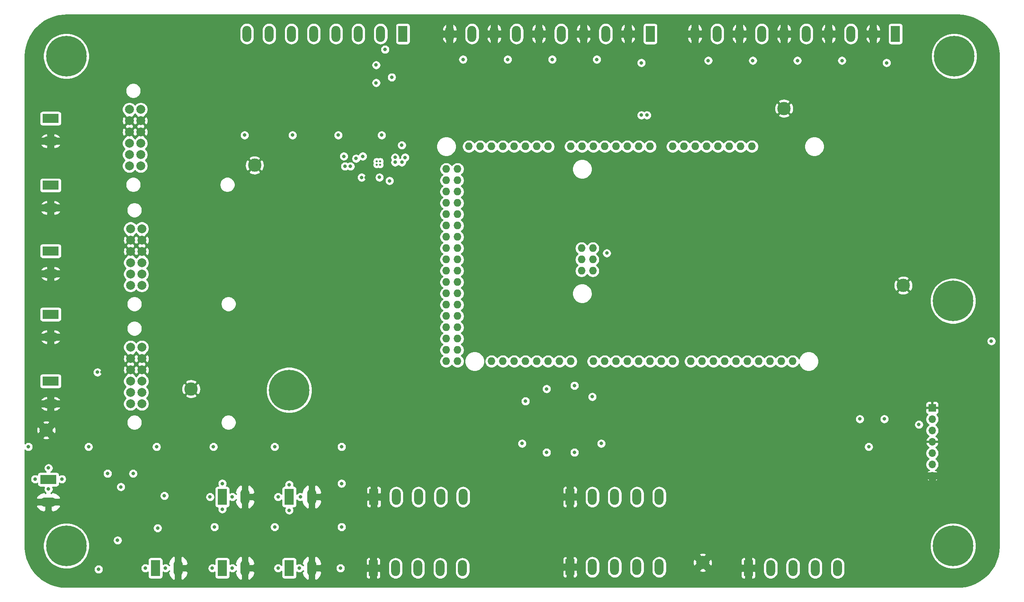
<source format=gbr>
G04 #@! TF.GenerationSoftware,KiCad,Pcbnew,(5.1.6)-1*
G04 #@! TF.CreationDate,2020-06-16T22:34:24-04:00*
G04 #@! TF.ProjectId,gantry-controller-prototype-DUE,67616e74-7279-42d6-936f-6e74726f6c6c,rev?*
G04 #@! TF.SameCoordinates,Original*
G04 #@! TF.FileFunction,Copper,L2,Inr*
G04 #@! TF.FilePolarity,Positive*
%FSLAX46Y46*%
G04 Gerber Fmt 4.6, Leading zero omitted, Abs format (unit mm)*
G04 Created by KiCad (PCBNEW (5.1.6)-1) date 2020-06-16 22:34:24*
%MOMM*%
%LPD*%
G01*
G04 APERTURE LIST*
G04 #@! TA.AperFunction,ViaPad*
%ADD10C,3.000000*%
G04 #@! TD*
G04 #@! TA.AperFunction,ViaPad*
%ADD11O,1.727200X1.727200*%
G04 #@! TD*
G04 #@! TA.AperFunction,ViaPad*
%ADD12R,1.700000X1.700000*%
G04 #@! TD*
G04 #@! TA.AperFunction,ViaPad*
%ADD13O,1.700000X1.700000*%
G04 #@! TD*
G04 #@! TA.AperFunction,ViaPad*
%ADD14R,2.000000X3.600000*%
G04 #@! TD*
G04 #@! TA.AperFunction,ViaPad*
%ADD15O,2.000000X3.600000*%
G04 #@! TD*
G04 #@! TA.AperFunction,ViaPad*
%ADD16R,2.080000X3.600000*%
G04 #@! TD*
G04 #@! TA.AperFunction,ViaPad*
%ADD17O,2.080000X3.600000*%
G04 #@! TD*
G04 #@! TA.AperFunction,ViaPad*
%ADD18C,0.508000*%
G04 #@! TD*
G04 #@! TA.AperFunction,ViaPad*
%ADD19C,9.100000*%
G04 #@! TD*
G04 #@! TA.AperFunction,ViaPad*
%ADD20C,2.000000*%
G04 #@! TD*
G04 #@! TA.AperFunction,ViaPad*
%ADD21R,3.600000X2.080000*%
G04 #@! TD*
G04 #@! TA.AperFunction,ViaPad*
%ADD22O,3.600000X2.080000*%
G04 #@! TD*
G04 #@! TA.AperFunction,ViaPad*
%ADD23C,0.800000*%
G04 #@! TD*
G04 #@! TA.AperFunction,Conductor*
%ADD24C,0.254000*%
G04 #@! TD*
G04 APERTURE END LIST*
D10*
X92250000Y-69500000D03*
X78000000Y-119750000D03*
X45500000Y-129000000D03*
X211000000Y-56750000D03*
X237750000Y-96500000D03*
X192750000Y-158750000D03*
D11*
X168123000Y-93230000D03*
X135230000Y-70370000D03*
X137770000Y-70370000D03*
X135230000Y-72910000D03*
X137770000Y-72910000D03*
X135230000Y-75450000D03*
X137770000Y-75450000D03*
X135230000Y-77990000D03*
X137770000Y-77990000D03*
X135230000Y-80530000D03*
X137770000Y-80530000D03*
X135230000Y-83070000D03*
X137770000Y-83070000D03*
X135230000Y-85610000D03*
X137770000Y-85610000D03*
X135230000Y-88150000D03*
X137770000Y-88150000D03*
X135230000Y-90690000D03*
X137770000Y-90690000D03*
X135230000Y-93230000D03*
X137770000Y-93230000D03*
X135230000Y-95770000D03*
X137770000Y-95770000D03*
X135230000Y-98310000D03*
X137770000Y-98310000D03*
X135230000Y-100850000D03*
X137770000Y-100850000D03*
X135230000Y-103390000D03*
X137770000Y-103390000D03*
X135230000Y-105930000D03*
X137770000Y-105930000D03*
X135230000Y-108470000D03*
X137770000Y-108470000D03*
X135230000Y-111010000D03*
X137770000Y-111010000D03*
X135230000Y-113550000D03*
X137770000Y-113550000D03*
X140310000Y-65290000D03*
X142850000Y-65290000D03*
X145390000Y-65290000D03*
X147930000Y-65290000D03*
X150470000Y-65290000D03*
X153010000Y-65290000D03*
X155550000Y-65290000D03*
X158090000Y-65290000D03*
X163170000Y-65290000D03*
X165710000Y-65290000D03*
X168250000Y-65290000D03*
X170790000Y-65290000D03*
X173330000Y-65290000D03*
X175870000Y-65290000D03*
X178410000Y-65290000D03*
X203810000Y-65290000D03*
X197714000Y-113550000D03*
X200254000Y-113550000D03*
X202794000Y-113550000D03*
X207874000Y-113550000D03*
X210414000Y-113550000D03*
X212954000Y-113550000D03*
X195174000Y-113550000D03*
X192634000Y-113550000D03*
X190094000Y-113550000D03*
X205334000Y-113550000D03*
X186030000Y-113550000D03*
X183490000Y-113550000D03*
X180950000Y-113550000D03*
X178410000Y-113550000D03*
X175870000Y-113550000D03*
X173330000Y-113550000D03*
X170790000Y-113550000D03*
X168250000Y-113550000D03*
X163170000Y-113550000D03*
X160630000Y-113550000D03*
X158090000Y-113550000D03*
X155550000Y-113550000D03*
X153010000Y-113550000D03*
X150470000Y-113550000D03*
X147930000Y-113550000D03*
X145390000Y-113550000D03*
X201270000Y-65290000D03*
X198730000Y-65290000D03*
X196190000Y-65290000D03*
X193650000Y-65290000D03*
X191110000Y-65290000D03*
X188570000Y-65290000D03*
X186030000Y-65290000D03*
X180950000Y-65290000D03*
X165583000Y-93230000D03*
X168123000Y-90690000D03*
X165583000Y-90690000D03*
X165583000Y-88150000D03*
X168123000Y-88150000D03*
D12*
X244250000Y-124000000D03*
D13*
X244250000Y-126540000D03*
X244250000Y-129080000D03*
X244250000Y-131620000D03*
X244250000Y-134160000D03*
X244250000Y-136700000D03*
X244250000Y-139240000D03*
D14*
X119000000Y-144000000D03*
D15*
X124000000Y-144000000D03*
X129000000Y-144000000D03*
X134000000Y-144000000D03*
X139000000Y-144000000D03*
D14*
X118872000Y-160000000D03*
D15*
X123872000Y-160000000D03*
X128872000Y-160000000D03*
X133872000Y-160000000D03*
X138872000Y-160000000D03*
D14*
X163000000Y-159766000D03*
D15*
X168000000Y-159766000D03*
X173000000Y-159766000D03*
X178000000Y-159766000D03*
X183000000Y-159766000D03*
D14*
X163000000Y-144000000D03*
D15*
X168000000Y-144000000D03*
X173000000Y-144000000D03*
X178000000Y-144000000D03*
X183000000Y-144000000D03*
D14*
X203000000Y-160000000D03*
D15*
X208000000Y-160000000D03*
X213000000Y-160000000D03*
X218000000Y-160000000D03*
X223000000Y-160000000D03*
D16*
X100000000Y-144000000D03*
D17*
X105080000Y-144000000D03*
D18*
X120393700Y-68606300D03*
X120393700Y-69393700D03*
X119606300Y-68606300D03*
X119606300Y-69393700D03*
D14*
X125500000Y-40005000D03*
D15*
X120500000Y-40005000D03*
X115500000Y-40005000D03*
X110500000Y-40005000D03*
X105500000Y-40005000D03*
X100500000Y-40005000D03*
X95500000Y-40005000D03*
X90500000Y-40005000D03*
D19*
X100000000Y-120000000D03*
X248920000Y-100000000D03*
X248920000Y-155000000D03*
X249174000Y-45000000D03*
X50000000Y-45000000D03*
X50000000Y-155000000D03*
D14*
X181000000Y-40000000D03*
D15*
X176000000Y-40000000D03*
X171000000Y-40000000D03*
X166000000Y-40000000D03*
X161000000Y-40000000D03*
X156000000Y-40000000D03*
X151000000Y-40000000D03*
X146000000Y-40000000D03*
X141000000Y-40000000D03*
X136000000Y-40000000D03*
D14*
X236000000Y-40000000D03*
D15*
X231000000Y-40000000D03*
X226000000Y-40000000D03*
X221000000Y-40000000D03*
X216000000Y-40000000D03*
X211000000Y-40000000D03*
X206000000Y-40000000D03*
X201000000Y-40000000D03*
X196000000Y-40000000D03*
X191000000Y-40000000D03*
D20*
X66692000Y-62043000D03*
X66692000Y-59503000D03*
X66692000Y-56963000D03*
X66692000Y-64583000D03*
X66692000Y-69663000D03*
X66692000Y-67123000D03*
X64152000Y-56963000D03*
X64152000Y-69663000D03*
X64152000Y-59503000D03*
X64152000Y-67123000D03*
X64152000Y-64583000D03*
X64152000Y-62043000D03*
X66946000Y-115453000D03*
X66946000Y-112913000D03*
X66946000Y-110373000D03*
X66946000Y-117993000D03*
X66946000Y-123073000D03*
X66946000Y-120533000D03*
X64406000Y-110373000D03*
X64406000Y-123073000D03*
X64406000Y-112913000D03*
X64406000Y-120533000D03*
X64406000Y-117993000D03*
X64406000Y-115453000D03*
X66946000Y-88853000D03*
X66946000Y-86313000D03*
X66946000Y-83773000D03*
X66946000Y-91393000D03*
X66946000Y-96473000D03*
X66946000Y-93933000D03*
X64406000Y-83773000D03*
X64406000Y-96473000D03*
X64406000Y-86313000D03*
X64406000Y-93933000D03*
X64406000Y-91393000D03*
X64406000Y-88853000D03*
D21*
X46482000Y-74000000D03*
D22*
X46482000Y-79080000D03*
D21*
X46482000Y-88773000D03*
D22*
X46482000Y-93853000D03*
D21*
X46482000Y-59000000D03*
D22*
X46482000Y-64080000D03*
D21*
X46482000Y-103000000D03*
D22*
X46482000Y-108080000D03*
D16*
X85000000Y-144000000D03*
D17*
X90080000Y-144000000D03*
D16*
X100000000Y-160000000D03*
D17*
X105080000Y-160000000D03*
D16*
X85000000Y-160000000D03*
D17*
X90080000Y-160000000D03*
D21*
X46482000Y-118000000D03*
D22*
X46482000Y-123080000D03*
D16*
X70000000Y-160000000D03*
D17*
X75080000Y-160000000D03*
D21*
X45974000Y-140081000D03*
D22*
X45974000Y-145161000D03*
D23*
X57000000Y-116000000D03*
X123750000Y-60000000D03*
X114250000Y-60000000D03*
X103750000Y-59750000D03*
X93250000Y-60000000D03*
X152250000Y-132000000D03*
X153000000Y-122500000D03*
X170000000Y-132000000D03*
X168000000Y-121500000D03*
X122500000Y-73000000D03*
X125250000Y-65000000D03*
X112250000Y-67500000D03*
X116250000Y-72250000D03*
X258500000Y-107100000D03*
X229250000Y-129250000D03*
X232250000Y-129250000D03*
X232000000Y-131750000D03*
X255000000Y-116120000D03*
X200500000Y-59500000D03*
X204000000Y-110650000D03*
X206500000Y-110650000D03*
X141350000Y-71500000D03*
X142500000Y-70370000D03*
X131900000Y-69250000D03*
X131900000Y-71500000D03*
X130750000Y-70370000D03*
X141350000Y-69250000D03*
X194500000Y-61000000D03*
X193250000Y-59750000D03*
X193250000Y-62250000D03*
X188000000Y-52500000D03*
X186250000Y-50000000D03*
X186250000Y-54750000D03*
X184500000Y-52500000D03*
X75000000Y-157500000D03*
X91750000Y-160000000D03*
X90000000Y-157500000D03*
X106750000Y-160000000D03*
X105000000Y-157500000D03*
X105000000Y-141250000D03*
X105000000Y-147000000D03*
X90000000Y-146750000D03*
X90000000Y-141250000D03*
X244500000Y-89250000D03*
X244500000Y-86750000D03*
X244500000Y-84250000D03*
X244500000Y-81750000D03*
X117250000Y-72250000D03*
X57000000Y-131000000D03*
X57000000Y-130000000D03*
X57000000Y-129000000D03*
X58000000Y-116000000D03*
X58000000Y-115000000D03*
X120750000Y-66000000D03*
X118750000Y-61500000D03*
X109000000Y-61500000D03*
X98750000Y-61500000D03*
X88000000Y-61750000D03*
X155750000Y-134750000D03*
X166000000Y-134750000D03*
X162250000Y-125000000D03*
X165750000Y-118750000D03*
X165250000Y-129000000D03*
X156750000Y-129000000D03*
X159750000Y-125000000D03*
X162250000Y-129000000D03*
X159750000Y-129000000D03*
X156750000Y-125000000D03*
X156250000Y-119500000D03*
X126250000Y-53250000D03*
X125250000Y-56000000D03*
X127250000Y-56000000D03*
X116000000Y-53500000D03*
X115000000Y-56250000D03*
X117000000Y-56250000D03*
X105500000Y-53250000D03*
X104500000Y-56000000D03*
X106500000Y-56000000D03*
X95750000Y-55750000D03*
X94750000Y-53000000D03*
X93750000Y-55750000D03*
X57500000Y-84750000D03*
X59000000Y-87500000D03*
X57500000Y-63750000D03*
X58000000Y-67250000D03*
X64000000Y-147000000D03*
X62000000Y-150000000D03*
X62000000Y-144000000D03*
X60000000Y-146956350D03*
X253400000Y-143300000D03*
X165250000Y-125000000D03*
X92250000Y-144000000D03*
X107000000Y-144000000D03*
X76750000Y-160000000D03*
X244500000Y-61750000D03*
X244500000Y-69250000D03*
X244500000Y-66750000D03*
X244500000Y-64250000D03*
X244500000Y-71750000D03*
X244500000Y-74250000D03*
X244500000Y-76750000D03*
X244500000Y-79250000D03*
X205350000Y-109500000D03*
X157750000Y-134000000D03*
X164000000Y-134000000D03*
X164000000Y-119000000D03*
X90000000Y-62750000D03*
X100750000Y-62750000D03*
X120750000Y-62750000D03*
X111000000Y-62750000D03*
X157750000Y-119750000D03*
X120250000Y-72233001D03*
X180250000Y-58250000D03*
X179000000Y-58250000D03*
X228000000Y-126500000D03*
X233500000Y-126500000D03*
X230000000Y-132750000D03*
X234000000Y-46500000D03*
X224000000Y-46000000D03*
X214000000Y-46000000D03*
X204000000Y-46000000D03*
X194000000Y-46000000D03*
X179000000Y-46500000D03*
X169000000Y-45750000D03*
X159000000Y-45750000D03*
X149000000Y-45750000D03*
X139000000Y-45750000D03*
X257500000Y-109000000D03*
X41500000Y-132750000D03*
X121500000Y-43500000D03*
X123000000Y-49750000D03*
X119500000Y-51000000D03*
X119500000Y-47000000D03*
X123750161Y-67737411D03*
X126000000Y-67750000D03*
X125274990Y-68839855D03*
X123750000Y-68839855D03*
X113750000Y-69750000D03*
X115000000Y-68000000D03*
X112500000Y-69750000D03*
X116500000Y-67500000D03*
X100000000Y-141250000D03*
X100000000Y-147000000D03*
X85000000Y-146750000D03*
X85000000Y-141000000D03*
X97500000Y-144000000D03*
X61500000Y-153750000D03*
X70250000Y-132750000D03*
X111500000Y-160000000D03*
X96750000Y-132750000D03*
X97500000Y-160000000D03*
X83000000Y-132750000D03*
X111750000Y-132750000D03*
X82750000Y-160000000D03*
X87250000Y-160000000D03*
X83250000Y-150750000D03*
X72250000Y-160000000D03*
X111750000Y-141000000D03*
X96750000Y-150750000D03*
X46000000Y-137500000D03*
X82250000Y-144000000D03*
X62250000Y-141750000D03*
X59250000Y-138750000D03*
X65000000Y-138750000D03*
X87250000Y-144000000D03*
X46000000Y-142250000D03*
X55000000Y-132750000D03*
X102250000Y-160000000D03*
X72000000Y-143750000D03*
X43000000Y-140000000D03*
X102500000Y-144000000D03*
X111750000Y-150750000D03*
X49000000Y-140000000D03*
X57250000Y-160250000D03*
X70500000Y-151000000D03*
X67750000Y-160000000D03*
X171250000Y-89250000D03*
X241250000Y-127750000D03*
D24*
G36*
X44332446Y-131048609D02*
G01*
X44496266Y-131441432D01*
X44991853Y-131590339D01*
X45506966Y-131639702D01*
X46021813Y-131587621D01*
X46503734Y-131441432D01*
X46667554Y-131048609D01*
X46245945Y-130627000D01*
X113623000Y-130627000D01*
X113623000Y-164265000D01*
X50023088Y-164265000D01*
X48838966Y-164190501D01*
X47696248Y-163972517D01*
X46589858Y-163613028D01*
X45537252Y-163117709D01*
X44555023Y-162494367D01*
X43658664Y-161752835D01*
X42862312Y-160904806D01*
X42178525Y-159963653D01*
X41618093Y-158944229D01*
X41189842Y-157862591D01*
X40900535Y-156735811D01*
X40753280Y-155570173D01*
X40735000Y-154988495D01*
X40735000Y-154489322D01*
X44815000Y-154489322D01*
X44815000Y-155510678D01*
X45014257Y-156512409D01*
X45405113Y-157456018D01*
X45972548Y-158305245D01*
X46694755Y-159027452D01*
X47543982Y-159594887D01*
X48487591Y-159985743D01*
X49489322Y-160185000D01*
X50510678Y-160185000D01*
X50696382Y-160148061D01*
X56215000Y-160148061D01*
X56215000Y-160351939D01*
X56254774Y-160551898D01*
X56332795Y-160740256D01*
X56446063Y-160909774D01*
X56590226Y-161053937D01*
X56759744Y-161167205D01*
X56948102Y-161245226D01*
X57148061Y-161285000D01*
X57351939Y-161285000D01*
X57551898Y-161245226D01*
X57740256Y-161167205D01*
X57909774Y-161053937D01*
X58053937Y-160909774D01*
X58167205Y-160740256D01*
X58245226Y-160551898D01*
X58285000Y-160351939D01*
X58285000Y-160148061D01*
X58245226Y-159948102D01*
X58224499Y-159898061D01*
X66715000Y-159898061D01*
X66715000Y-160101939D01*
X66754774Y-160301898D01*
X66832795Y-160490256D01*
X66946063Y-160659774D01*
X67090226Y-160803937D01*
X67259744Y-160917205D01*
X67448102Y-160995226D01*
X67648061Y-161035000D01*
X67851939Y-161035000D01*
X68051898Y-160995226D01*
X68240256Y-160917205D01*
X68321928Y-160862634D01*
X68321928Y-161800000D01*
X68334188Y-161924482D01*
X68370498Y-162044180D01*
X68429463Y-162154494D01*
X68508815Y-162251185D01*
X68605506Y-162330537D01*
X68715820Y-162389502D01*
X68835518Y-162425812D01*
X68960000Y-162438072D01*
X71040000Y-162438072D01*
X71164482Y-162425812D01*
X71284180Y-162389502D01*
X71394494Y-162330537D01*
X71491185Y-162251185D01*
X71570537Y-162154494D01*
X71629502Y-162044180D01*
X71665812Y-161924482D01*
X71678072Y-161800000D01*
X71678072Y-160862634D01*
X71759744Y-160917205D01*
X71948102Y-160995226D01*
X72148061Y-161035000D01*
X72351939Y-161035000D01*
X72551898Y-160995226D01*
X72740256Y-160917205D01*
X72909774Y-160803937D01*
X73053937Y-160659774D01*
X73078507Y-160623002D01*
X73175147Y-160623002D01*
X72898888Y-160966746D01*
X72981132Y-161388287D01*
X73144034Y-161785683D01*
X73381334Y-162143663D01*
X73683913Y-162448470D01*
X74040143Y-162688390D01*
X74139988Y-162712502D01*
X74457000Y-162539337D01*
X74457000Y-160623000D01*
X75703000Y-160623000D01*
X75703000Y-162539337D01*
X76020012Y-162712502D01*
X76119857Y-162688390D01*
X76476087Y-162448470D01*
X76778666Y-162143663D01*
X77015966Y-161785683D01*
X77178868Y-161388287D01*
X77261112Y-160966746D01*
X76984851Y-160623000D01*
X75703000Y-160623000D01*
X74457000Y-160623000D01*
X74437000Y-160623000D01*
X74437000Y-159898061D01*
X81715000Y-159898061D01*
X81715000Y-160101939D01*
X81754774Y-160301898D01*
X81832795Y-160490256D01*
X81946063Y-160659774D01*
X82090226Y-160803937D01*
X82259744Y-160917205D01*
X82448102Y-160995226D01*
X82648061Y-161035000D01*
X82851939Y-161035000D01*
X83051898Y-160995226D01*
X83240256Y-160917205D01*
X83321928Y-160862634D01*
X83321928Y-161800000D01*
X83334188Y-161924482D01*
X83370498Y-162044180D01*
X83429463Y-162154494D01*
X83508815Y-162251185D01*
X83605506Y-162330537D01*
X83715820Y-162389502D01*
X83835518Y-162425812D01*
X83960000Y-162438072D01*
X86040000Y-162438072D01*
X86164482Y-162425812D01*
X86284180Y-162389502D01*
X86394494Y-162330537D01*
X86491185Y-162251185D01*
X86570537Y-162154494D01*
X86629502Y-162044180D01*
X86665812Y-161924482D01*
X86678072Y-161800000D01*
X86678072Y-160862634D01*
X86759744Y-160917205D01*
X86948102Y-160995226D01*
X87148061Y-161035000D01*
X87351939Y-161035000D01*
X87551898Y-160995226D01*
X87740256Y-160917205D01*
X87909774Y-160803937D01*
X88053937Y-160659774D01*
X88078507Y-160623002D01*
X88175147Y-160623002D01*
X87898888Y-160966746D01*
X87981132Y-161388287D01*
X88144034Y-161785683D01*
X88381334Y-162143663D01*
X88683913Y-162448470D01*
X89040143Y-162688390D01*
X89139988Y-162712502D01*
X89457000Y-162539337D01*
X89457000Y-160623000D01*
X90703000Y-160623000D01*
X90703000Y-162539337D01*
X91020012Y-162712502D01*
X91119857Y-162688390D01*
X91476087Y-162448470D01*
X91778666Y-162143663D01*
X92015966Y-161785683D01*
X92178868Y-161388287D01*
X92261112Y-160966746D01*
X91984851Y-160623000D01*
X90703000Y-160623000D01*
X89457000Y-160623000D01*
X89437000Y-160623000D01*
X89437000Y-159898061D01*
X96465000Y-159898061D01*
X96465000Y-160101939D01*
X96504774Y-160301898D01*
X96582795Y-160490256D01*
X96696063Y-160659774D01*
X96840226Y-160803937D01*
X97009744Y-160917205D01*
X97198102Y-160995226D01*
X97398061Y-161035000D01*
X97601939Y-161035000D01*
X97801898Y-160995226D01*
X97990256Y-160917205D01*
X98159774Y-160803937D01*
X98303937Y-160659774D01*
X98321928Y-160632848D01*
X98321928Y-161800000D01*
X98334188Y-161924482D01*
X98370498Y-162044180D01*
X98429463Y-162154494D01*
X98508815Y-162251185D01*
X98605506Y-162330537D01*
X98715820Y-162389502D01*
X98835518Y-162425812D01*
X98960000Y-162438072D01*
X101040000Y-162438072D01*
X101164482Y-162425812D01*
X101284180Y-162389502D01*
X101394494Y-162330537D01*
X101491185Y-162251185D01*
X101570537Y-162154494D01*
X101629502Y-162044180D01*
X101665812Y-161924482D01*
X101678072Y-161800000D01*
X101678072Y-160862634D01*
X101759744Y-160917205D01*
X101948102Y-160995226D01*
X102148061Y-161035000D01*
X102351939Y-161035000D01*
X102551898Y-160995226D01*
X102740256Y-160917205D01*
X102909774Y-160803937D01*
X103053937Y-160659774D01*
X103078507Y-160623002D01*
X103175147Y-160623002D01*
X102898888Y-160966746D01*
X102981132Y-161388287D01*
X103144034Y-161785683D01*
X103381334Y-162143663D01*
X103683913Y-162448470D01*
X104040143Y-162688390D01*
X104139988Y-162712502D01*
X104457000Y-162539337D01*
X104457000Y-160623000D01*
X105703000Y-160623000D01*
X105703000Y-162539337D01*
X106020012Y-162712502D01*
X106119857Y-162688390D01*
X106476087Y-162448470D01*
X106778666Y-162143663D01*
X107015966Y-161785683D01*
X107178868Y-161388287D01*
X107261112Y-160966746D01*
X106984851Y-160623000D01*
X105703000Y-160623000D01*
X104457000Y-160623000D01*
X104437000Y-160623000D01*
X104437000Y-159898061D01*
X110465000Y-159898061D01*
X110465000Y-160101939D01*
X110504774Y-160301898D01*
X110582795Y-160490256D01*
X110696063Y-160659774D01*
X110840226Y-160803937D01*
X111009744Y-160917205D01*
X111198102Y-160995226D01*
X111398061Y-161035000D01*
X111601939Y-161035000D01*
X111801898Y-160995226D01*
X111990256Y-160917205D01*
X112159774Y-160803937D01*
X112303937Y-160659774D01*
X112417205Y-160490256D01*
X112495226Y-160301898D01*
X112535000Y-160101939D01*
X112535000Y-159898061D01*
X112495226Y-159698102D01*
X112417205Y-159509744D01*
X112303937Y-159340226D01*
X112159774Y-159196063D01*
X111990256Y-159082795D01*
X111801898Y-159004774D01*
X111601939Y-158965000D01*
X111398061Y-158965000D01*
X111198102Y-159004774D01*
X111009744Y-159082795D01*
X110840226Y-159196063D01*
X110696063Y-159340226D01*
X110582795Y-159509744D01*
X110504774Y-159698102D01*
X110465000Y-159898061D01*
X104437000Y-159898061D01*
X104437000Y-159377000D01*
X104457000Y-159377000D01*
X104457000Y-157460663D01*
X105703000Y-157460663D01*
X105703000Y-159377000D01*
X106984851Y-159377000D01*
X107261112Y-159033254D01*
X107178868Y-158611713D01*
X107015966Y-158214317D01*
X106778666Y-157856337D01*
X106476087Y-157551530D01*
X106119857Y-157311610D01*
X106020012Y-157287498D01*
X105703000Y-157460663D01*
X104457000Y-157460663D01*
X104139988Y-157287498D01*
X104040143Y-157311610D01*
X103683913Y-157551530D01*
X103381334Y-157856337D01*
X103144034Y-158214317D01*
X102981132Y-158611713D01*
X102898888Y-159033254D01*
X103175147Y-159376998D01*
X103078507Y-159376998D01*
X103053937Y-159340226D01*
X102909774Y-159196063D01*
X102740256Y-159082795D01*
X102551898Y-159004774D01*
X102351939Y-158965000D01*
X102148061Y-158965000D01*
X101948102Y-159004774D01*
X101759744Y-159082795D01*
X101678072Y-159137366D01*
X101678072Y-158200000D01*
X101665812Y-158075518D01*
X101629502Y-157955820D01*
X101570537Y-157845506D01*
X101491185Y-157748815D01*
X101394494Y-157669463D01*
X101284180Y-157610498D01*
X101164482Y-157574188D01*
X101040000Y-157561928D01*
X98960000Y-157561928D01*
X98835518Y-157574188D01*
X98715820Y-157610498D01*
X98605506Y-157669463D01*
X98508815Y-157748815D01*
X98429463Y-157845506D01*
X98370498Y-157955820D01*
X98334188Y-158075518D01*
X98321928Y-158200000D01*
X98321928Y-159367152D01*
X98303937Y-159340226D01*
X98159774Y-159196063D01*
X97990256Y-159082795D01*
X97801898Y-159004774D01*
X97601939Y-158965000D01*
X97398061Y-158965000D01*
X97198102Y-159004774D01*
X97009744Y-159082795D01*
X96840226Y-159196063D01*
X96696063Y-159340226D01*
X96582795Y-159509744D01*
X96504774Y-159698102D01*
X96465000Y-159898061D01*
X89437000Y-159898061D01*
X89437000Y-159377000D01*
X89457000Y-159377000D01*
X89457000Y-157460663D01*
X90703000Y-157460663D01*
X90703000Y-159377000D01*
X91984851Y-159377000D01*
X92261112Y-159033254D01*
X92178868Y-158611713D01*
X92015966Y-158214317D01*
X91778666Y-157856337D01*
X91476087Y-157551530D01*
X91119857Y-157311610D01*
X91020012Y-157287498D01*
X90703000Y-157460663D01*
X89457000Y-157460663D01*
X89139988Y-157287498D01*
X89040143Y-157311610D01*
X88683913Y-157551530D01*
X88381334Y-157856337D01*
X88144034Y-158214317D01*
X87981132Y-158611713D01*
X87898888Y-159033254D01*
X88175147Y-159376998D01*
X88078507Y-159376998D01*
X88053937Y-159340226D01*
X87909774Y-159196063D01*
X87740256Y-159082795D01*
X87551898Y-159004774D01*
X87351939Y-158965000D01*
X87148061Y-158965000D01*
X86948102Y-159004774D01*
X86759744Y-159082795D01*
X86678072Y-159137366D01*
X86678072Y-158200000D01*
X86665812Y-158075518D01*
X86629502Y-157955820D01*
X86570537Y-157845506D01*
X86491185Y-157748815D01*
X86394494Y-157669463D01*
X86284180Y-157610498D01*
X86164482Y-157574188D01*
X86040000Y-157561928D01*
X83960000Y-157561928D01*
X83835518Y-157574188D01*
X83715820Y-157610498D01*
X83605506Y-157669463D01*
X83508815Y-157748815D01*
X83429463Y-157845506D01*
X83370498Y-157955820D01*
X83334188Y-158075518D01*
X83321928Y-158200000D01*
X83321928Y-159137366D01*
X83240256Y-159082795D01*
X83051898Y-159004774D01*
X82851939Y-158965000D01*
X82648061Y-158965000D01*
X82448102Y-159004774D01*
X82259744Y-159082795D01*
X82090226Y-159196063D01*
X81946063Y-159340226D01*
X81832795Y-159509744D01*
X81754774Y-159698102D01*
X81715000Y-159898061D01*
X74437000Y-159898061D01*
X74437000Y-159377000D01*
X74457000Y-159377000D01*
X74457000Y-157460663D01*
X75703000Y-157460663D01*
X75703000Y-159377000D01*
X76984851Y-159377000D01*
X77261112Y-159033254D01*
X77178868Y-158611713D01*
X77015966Y-158214317D01*
X76778666Y-157856337D01*
X76476087Y-157551530D01*
X76119857Y-157311610D01*
X76020012Y-157287498D01*
X75703000Y-157460663D01*
X74457000Y-157460663D01*
X74139988Y-157287498D01*
X74040143Y-157311610D01*
X73683913Y-157551530D01*
X73381334Y-157856337D01*
X73144034Y-158214317D01*
X72981132Y-158611713D01*
X72898888Y-159033254D01*
X73175147Y-159376998D01*
X73078507Y-159376998D01*
X73053937Y-159340226D01*
X72909774Y-159196063D01*
X72740256Y-159082795D01*
X72551898Y-159004774D01*
X72351939Y-158965000D01*
X72148061Y-158965000D01*
X71948102Y-159004774D01*
X71759744Y-159082795D01*
X71678072Y-159137366D01*
X71678072Y-158200000D01*
X71665812Y-158075518D01*
X71629502Y-157955820D01*
X71570537Y-157845506D01*
X71491185Y-157748815D01*
X71394494Y-157669463D01*
X71284180Y-157610498D01*
X71164482Y-157574188D01*
X71040000Y-157561928D01*
X68960000Y-157561928D01*
X68835518Y-157574188D01*
X68715820Y-157610498D01*
X68605506Y-157669463D01*
X68508815Y-157748815D01*
X68429463Y-157845506D01*
X68370498Y-157955820D01*
X68334188Y-158075518D01*
X68321928Y-158200000D01*
X68321928Y-159137366D01*
X68240256Y-159082795D01*
X68051898Y-159004774D01*
X67851939Y-158965000D01*
X67648061Y-158965000D01*
X67448102Y-159004774D01*
X67259744Y-159082795D01*
X67090226Y-159196063D01*
X66946063Y-159340226D01*
X66832795Y-159509744D01*
X66754774Y-159698102D01*
X66715000Y-159898061D01*
X58224499Y-159898061D01*
X58167205Y-159759744D01*
X58053937Y-159590226D01*
X57909774Y-159446063D01*
X57740256Y-159332795D01*
X57551898Y-159254774D01*
X57351939Y-159215000D01*
X57148061Y-159215000D01*
X56948102Y-159254774D01*
X56759744Y-159332795D01*
X56590226Y-159446063D01*
X56446063Y-159590226D01*
X56332795Y-159759744D01*
X56254774Y-159948102D01*
X56215000Y-160148061D01*
X50696382Y-160148061D01*
X51512409Y-159985743D01*
X52456018Y-159594887D01*
X53305245Y-159027452D01*
X54027452Y-158305245D01*
X54594887Y-157456018D01*
X54985743Y-156512409D01*
X55185000Y-155510678D01*
X55185000Y-154489322D01*
X55017663Y-153648061D01*
X60465000Y-153648061D01*
X60465000Y-153851939D01*
X60504774Y-154051898D01*
X60582795Y-154240256D01*
X60696063Y-154409774D01*
X60840226Y-154553937D01*
X61009744Y-154667205D01*
X61198102Y-154745226D01*
X61398061Y-154785000D01*
X61601939Y-154785000D01*
X61801898Y-154745226D01*
X61990256Y-154667205D01*
X62159774Y-154553937D01*
X62303937Y-154409774D01*
X62417205Y-154240256D01*
X62495226Y-154051898D01*
X62535000Y-153851939D01*
X62535000Y-153648061D01*
X62495226Y-153448102D01*
X62417205Y-153259744D01*
X62303937Y-153090226D01*
X62159774Y-152946063D01*
X61990256Y-152832795D01*
X61801898Y-152754774D01*
X61601939Y-152715000D01*
X61398061Y-152715000D01*
X61198102Y-152754774D01*
X61009744Y-152832795D01*
X60840226Y-152946063D01*
X60696063Y-153090226D01*
X60582795Y-153259744D01*
X60504774Y-153448102D01*
X60465000Y-153648061D01*
X55017663Y-153648061D01*
X54985743Y-153487591D01*
X54594887Y-152543982D01*
X54027452Y-151694755D01*
X53305245Y-150972548D01*
X53193768Y-150898061D01*
X69465000Y-150898061D01*
X69465000Y-151101939D01*
X69504774Y-151301898D01*
X69582795Y-151490256D01*
X69696063Y-151659774D01*
X69840226Y-151803937D01*
X70009744Y-151917205D01*
X70198102Y-151995226D01*
X70398061Y-152035000D01*
X70601939Y-152035000D01*
X70801898Y-151995226D01*
X70990256Y-151917205D01*
X71159774Y-151803937D01*
X71303937Y-151659774D01*
X71417205Y-151490256D01*
X71495226Y-151301898D01*
X71535000Y-151101939D01*
X71535000Y-150898061D01*
X71495226Y-150698102D01*
X71474499Y-150648061D01*
X82215000Y-150648061D01*
X82215000Y-150851939D01*
X82254774Y-151051898D01*
X82332795Y-151240256D01*
X82446063Y-151409774D01*
X82590226Y-151553937D01*
X82759744Y-151667205D01*
X82948102Y-151745226D01*
X83148061Y-151785000D01*
X83351939Y-151785000D01*
X83551898Y-151745226D01*
X83740256Y-151667205D01*
X83909774Y-151553937D01*
X84053937Y-151409774D01*
X84167205Y-151240256D01*
X84245226Y-151051898D01*
X84285000Y-150851939D01*
X84285000Y-150648061D01*
X95715000Y-150648061D01*
X95715000Y-150851939D01*
X95754774Y-151051898D01*
X95832795Y-151240256D01*
X95946063Y-151409774D01*
X96090226Y-151553937D01*
X96259744Y-151667205D01*
X96448102Y-151745226D01*
X96648061Y-151785000D01*
X96851939Y-151785000D01*
X97051898Y-151745226D01*
X97240256Y-151667205D01*
X97409774Y-151553937D01*
X97553937Y-151409774D01*
X97667205Y-151240256D01*
X97745226Y-151051898D01*
X97785000Y-150851939D01*
X97785000Y-150648061D01*
X110715000Y-150648061D01*
X110715000Y-150851939D01*
X110754774Y-151051898D01*
X110832795Y-151240256D01*
X110946063Y-151409774D01*
X111090226Y-151553937D01*
X111259744Y-151667205D01*
X111448102Y-151745226D01*
X111648061Y-151785000D01*
X111851939Y-151785000D01*
X112051898Y-151745226D01*
X112240256Y-151667205D01*
X112409774Y-151553937D01*
X112553937Y-151409774D01*
X112667205Y-151240256D01*
X112745226Y-151051898D01*
X112785000Y-150851939D01*
X112785000Y-150648061D01*
X112745226Y-150448102D01*
X112667205Y-150259744D01*
X112553937Y-150090226D01*
X112409774Y-149946063D01*
X112240256Y-149832795D01*
X112051898Y-149754774D01*
X111851939Y-149715000D01*
X111648061Y-149715000D01*
X111448102Y-149754774D01*
X111259744Y-149832795D01*
X111090226Y-149946063D01*
X110946063Y-150090226D01*
X110832795Y-150259744D01*
X110754774Y-150448102D01*
X110715000Y-150648061D01*
X97785000Y-150648061D01*
X97745226Y-150448102D01*
X97667205Y-150259744D01*
X97553937Y-150090226D01*
X97409774Y-149946063D01*
X97240256Y-149832795D01*
X97051898Y-149754774D01*
X96851939Y-149715000D01*
X96648061Y-149715000D01*
X96448102Y-149754774D01*
X96259744Y-149832795D01*
X96090226Y-149946063D01*
X95946063Y-150090226D01*
X95832795Y-150259744D01*
X95754774Y-150448102D01*
X95715000Y-150648061D01*
X84285000Y-150648061D01*
X84245226Y-150448102D01*
X84167205Y-150259744D01*
X84053937Y-150090226D01*
X83909774Y-149946063D01*
X83740256Y-149832795D01*
X83551898Y-149754774D01*
X83351939Y-149715000D01*
X83148061Y-149715000D01*
X82948102Y-149754774D01*
X82759744Y-149832795D01*
X82590226Y-149946063D01*
X82446063Y-150090226D01*
X82332795Y-150259744D01*
X82254774Y-150448102D01*
X82215000Y-150648061D01*
X71474499Y-150648061D01*
X71417205Y-150509744D01*
X71303937Y-150340226D01*
X71159774Y-150196063D01*
X70990256Y-150082795D01*
X70801898Y-150004774D01*
X70601939Y-149965000D01*
X70398061Y-149965000D01*
X70198102Y-150004774D01*
X70009744Y-150082795D01*
X69840226Y-150196063D01*
X69696063Y-150340226D01*
X69582795Y-150509744D01*
X69504774Y-150698102D01*
X69465000Y-150898061D01*
X53193768Y-150898061D01*
X52456018Y-150405113D01*
X51512409Y-150014257D01*
X50510678Y-149815000D01*
X49489322Y-149815000D01*
X48487591Y-150014257D01*
X47543982Y-150405113D01*
X46694755Y-150972548D01*
X45972548Y-151694755D01*
X45405113Y-152543982D01*
X45014257Y-153487591D01*
X44815000Y-154489322D01*
X40735000Y-154489322D01*
X40735000Y-146101012D01*
X43261498Y-146101012D01*
X43285610Y-146200857D01*
X43525530Y-146557087D01*
X43830337Y-146859666D01*
X44188317Y-147096966D01*
X44585713Y-147259868D01*
X45007254Y-147342112D01*
X45351000Y-147065851D01*
X45351000Y-145784000D01*
X46597000Y-145784000D01*
X46597000Y-147065851D01*
X46940746Y-147342112D01*
X47362287Y-147259868D01*
X47759683Y-147096966D01*
X48117663Y-146859666D01*
X48422470Y-146557087D01*
X48662390Y-146200857D01*
X48686502Y-146101012D01*
X48513337Y-145784000D01*
X46597000Y-145784000D01*
X45351000Y-145784000D01*
X43434663Y-145784000D01*
X43261498Y-146101012D01*
X40735000Y-146101012D01*
X40735000Y-139898061D01*
X41965000Y-139898061D01*
X41965000Y-140101939D01*
X42004774Y-140301898D01*
X42082795Y-140490256D01*
X42196063Y-140659774D01*
X42340226Y-140803937D01*
X42509744Y-140917205D01*
X42698102Y-140995226D01*
X42898061Y-141035000D01*
X43101939Y-141035000D01*
X43301898Y-140995226D01*
X43490256Y-140917205D01*
X43535928Y-140886688D01*
X43535928Y-141121000D01*
X43548188Y-141245482D01*
X43584498Y-141365180D01*
X43643463Y-141475494D01*
X43722815Y-141572185D01*
X43819506Y-141651537D01*
X43929820Y-141710502D01*
X44049518Y-141746812D01*
X44174000Y-141759072D01*
X45083244Y-141759072D01*
X45082795Y-141759744D01*
X45004774Y-141948102D01*
X44965000Y-142148061D01*
X44965000Y-142351939D01*
X45004774Y-142551898D01*
X45082795Y-142740256D01*
X45196063Y-142909774D01*
X45340226Y-143053937D01*
X45350998Y-143061135D01*
X45350998Y-143256147D01*
X45007254Y-142979888D01*
X44585713Y-143062132D01*
X44188317Y-143225034D01*
X43830337Y-143462334D01*
X43525530Y-143764913D01*
X43285610Y-144121143D01*
X43261498Y-144220988D01*
X43434663Y-144538000D01*
X45351000Y-144538000D01*
X45351000Y-144518000D01*
X46597000Y-144518000D01*
X46597000Y-144538000D01*
X48513337Y-144538000D01*
X48686502Y-144220988D01*
X48662390Y-144121143D01*
X48422470Y-143764913D01*
X48304758Y-143648061D01*
X70965000Y-143648061D01*
X70965000Y-143851939D01*
X71004774Y-144051898D01*
X71082795Y-144240256D01*
X71196063Y-144409774D01*
X71340226Y-144553937D01*
X71509744Y-144667205D01*
X71698102Y-144745226D01*
X71898061Y-144785000D01*
X72101939Y-144785000D01*
X72301898Y-144745226D01*
X72490256Y-144667205D01*
X72659774Y-144553937D01*
X72803937Y-144409774D01*
X72917205Y-144240256D01*
X72995226Y-144051898D01*
X73025825Y-143898061D01*
X81215000Y-143898061D01*
X81215000Y-144101939D01*
X81254774Y-144301898D01*
X81332795Y-144490256D01*
X81446063Y-144659774D01*
X81590226Y-144803937D01*
X81759744Y-144917205D01*
X81948102Y-144995226D01*
X82148061Y-145035000D01*
X82351939Y-145035000D01*
X82551898Y-144995226D01*
X82740256Y-144917205D01*
X82909774Y-144803937D01*
X83053937Y-144659774D01*
X83167205Y-144490256D01*
X83245226Y-144301898D01*
X83285000Y-144101939D01*
X83285000Y-143898061D01*
X83245226Y-143698102D01*
X83167205Y-143509744D01*
X83053937Y-143340226D01*
X82909774Y-143196063D01*
X82740256Y-143082795D01*
X82551898Y-143004774D01*
X82351939Y-142965000D01*
X82148061Y-142965000D01*
X81948102Y-143004774D01*
X81759744Y-143082795D01*
X81590226Y-143196063D01*
X81446063Y-143340226D01*
X81332795Y-143509744D01*
X81254774Y-143698102D01*
X81215000Y-143898061D01*
X73025825Y-143898061D01*
X73035000Y-143851939D01*
X73035000Y-143648061D01*
X72995226Y-143448102D01*
X72917205Y-143259744D01*
X72803937Y-143090226D01*
X72659774Y-142946063D01*
X72490256Y-142832795D01*
X72301898Y-142754774D01*
X72101939Y-142715000D01*
X71898061Y-142715000D01*
X71698102Y-142754774D01*
X71509744Y-142832795D01*
X71340226Y-142946063D01*
X71196063Y-143090226D01*
X71082795Y-143259744D01*
X71004774Y-143448102D01*
X70965000Y-143648061D01*
X48304758Y-143648061D01*
X48117663Y-143462334D01*
X47759683Y-143225034D01*
X47362287Y-143062132D01*
X46940746Y-142979888D01*
X46597002Y-143256147D01*
X46597002Y-143095880D01*
X46659774Y-143053937D01*
X46803937Y-142909774D01*
X46917205Y-142740256D01*
X46995226Y-142551898D01*
X47035000Y-142351939D01*
X47035000Y-142148061D01*
X46995226Y-141948102D01*
X46917205Y-141759744D01*
X46916756Y-141759072D01*
X47774000Y-141759072D01*
X47898482Y-141746812D01*
X48018180Y-141710502D01*
X48128494Y-141651537D01*
X48132729Y-141648061D01*
X61215000Y-141648061D01*
X61215000Y-141851939D01*
X61254774Y-142051898D01*
X61332795Y-142240256D01*
X61446063Y-142409774D01*
X61590226Y-142553937D01*
X61759744Y-142667205D01*
X61948102Y-142745226D01*
X62148061Y-142785000D01*
X62351939Y-142785000D01*
X62551898Y-142745226D01*
X62740256Y-142667205D01*
X62909774Y-142553937D01*
X63053937Y-142409774D01*
X63167205Y-142240256D01*
X63183879Y-142200000D01*
X83321928Y-142200000D01*
X83321928Y-145800000D01*
X83334188Y-145924482D01*
X83370498Y-146044180D01*
X83429463Y-146154494D01*
X83508815Y-146251185D01*
X83605506Y-146330537D01*
X83715820Y-146389502D01*
X83835518Y-146425812D01*
X83960000Y-146438072D01*
X84008929Y-146438072D01*
X84004774Y-146448102D01*
X83965000Y-146648061D01*
X83965000Y-146851939D01*
X84004774Y-147051898D01*
X84082795Y-147240256D01*
X84196063Y-147409774D01*
X84340226Y-147553937D01*
X84509744Y-147667205D01*
X84698102Y-147745226D01*
X84898061Y-147785000D01*
X85101939Y-147785000D01*
X85301898Y-147745226D01*
X85490256Y-147667205D01*
X85659774Y-147553937D01*
X85803937Y-147409774D01*
X85917205Y-147240256D01*
X85995226Y-147051898D01*
X86035000Y-146851939D01*
X86035000Y-146648061D01*
X85995226Y-146448102D01*
X85991071Y-146438072D01*
X86040000Y-146438072D01*
X86164482Y-146425812D01*
X86284180Y-146389502D01*
X86394494Y-146330537D01*
X86491185Y-146251185D01*
X86570537Y-146154494D01*
X86629502Y-146044180D01*
X86665812Y-145924482D01*
X86678072Y-145800000D01*
X86678072Y-144862634D01*
X86759744Y-144917205D01*
X86948102Y-144995226D01*
X87148061Y-145035000D01*
X87351939Y-145035000D01*
X87551898Y-144995226D01*
X87740256Y-144917205D01*
X87909774Y-144803937D01*
X88053937Y-144659774D01*
X88078507Y-144623002D01*
X88175147Y-144623002D01*
X87898888Y-144966746D01*
X87981132Y-145388287D01*
X88144034Y-145785683D01*
X88381334Y-146143663D01*
X88683913Y-146448470D01*
X89040143Y-146688390D01*
X89139988Y-146712502D01*
X89457000Y-146539337D01*
X89457000Y-144623000D01*
X90703000Y-144623000D01*
X90703000Y-146539337D01*
X91020012Y-146712502D01*
X91119857Y-146688390D01*
X91476087Y-146448470D01*
X91778666Y-146143663D01*
X92015966Y-145785683D01*
X92178868Y-145388287D01*
X92261112Y-144966746D01*
X91984851Y-144623000D01*
X90703000Y-144623000D01*
X89457000Y-144623000D01*
X89437000Y-144623000D01*
X89437000Y-143898061D01*
X96465000Y-143898061D01*
X96465000Y-144101939D01*
X96504774Y-144301898D01*
X96582795Y-144490256D01*
X96696063Y-144659774D01*
X96840226Y-144803937D01*
X97009744Y-144917205D01*
X97198102Y-144995226D01*
X97398061Y-145035000D01*
X97601939Y-145035000D01*
X97801898Y-144995226D01*
X97990256Y-144917205D01*
X98159774Y-144803937D01*
X98303937Y-144659774D01*
X98321928Y-144632848D01*
X98321928Y-145800000D01*
X98334188Y-145924482D01*
X98370498Y-146044180D01*
X98429463Y-146154494D01*
X98508815Y-146251185D01*
X98605506Y-146330537D01*
X98715820Y-146389502D01*
X98835518Y-146425812D01*
X98960000Y-146438072D01*
X99130685Y-146438072D01*
X99082795Y-146509744D01*
X99004774Y-146698102D01*
X98965000Y-146898061D01*
X98965000Y-147101939D01*
X99004774Y-147301898D01*
X99082795Y-147490256D01*
X99196063Y-147659774D01*
X99340226Y-147803937D01*
X99509744Y-147917205D01*
X99698102Y-147995226D01*
X99898061Y-148035000D01*
X100101939Y-148035000D01*
X100301898Y-147995226D01*
X100490256Y-147917205D01*
X100659774Y-147803937D01*
X100803937Y-147659774D01*
X100917205Y-147490256D01*
X100995226Y-147301898D01*
X101035000Y-147101939D01*
X101035000Y-146898061D01*
X100995226Y-146698102D01*
X100917205Y-146509744D01*
X100869315Y-146438072D01*
X101040000Y-146438072D01*
X101164482Y-146425812D01*
X101284180Y-146389502D01*
X101394494Y-146330537D01*
X101491185Y-146251185D01*
X101570537Y-146154494D01*
X101629502Y-146044180D01*
X101665812Y-145924482D01*
X101678072Y-145800000D01*
X101678072Y-144632848D01*
X101696063Y-144659774D01*
X101840226Y-144803937D01*
X102009744Y-144917205D01*
X102198102Y-144995226D01*
X102398061Y-145035000D01*
X102601939Y-145035000D01*
X102801898Y-144995226D01*
X102912977Y-144949215D01*
X102898888Y-144966746D01*
X102981132Y-145388287D01*
X103144034Y-145785683D01*
X103381334Y-146143663D01*
X103683913Y-146448470D01*
X104040143Y-146688390D01*
X104139988Y-146712502D01*
X104457000Y-146539337D01*
X104457000Y-144623000D01*
X105703000Y-144623000D01*
X105703000Y-146539337D01*
X106020012Y-146712502D01*
X106119857Y-146688390D01*
X106476087Y-146448470D01*
X106778666Y-146143663D01*
X107015966Y-145785683D01*
X107178868Y-145388287D01*
X107261112Y-144966746D01*
X106984851Y-144623000D01*
X105703000Y-144623000D01*
X104457000Y-144623000D01*
X104437000Y-144623000D01*
X104437000Y-143377000D01*
X104457000Y-143377000D01*
X104457000Y-141460663D01*
X105703000Y-141460663D01*
X105703000Y-143377000D01*
X106984851Y-143377000D01*
X107261112Y-143033254D01*
X107178868Y-142611713D01*
X107015966Y-142214317D01*
X106778666Y-141856337D01*
X106476087Y-141551530D01*
X106119857Y-141311610D01*
X106020012Y-141287498D01*
X105703000Y-141460663D01*
X104457000Y-141460663D01*
X104139988Y-141287498D01*
X104040143Y-141311610D01*
X103683913Y-141551530D01*
X103381334Y-141856337D01*
X103144034Y-142214317D01*
X102981132Y-142611713D01*
X102898888Y-143033254D01*
X102912977Y-143050785D01*
X102801898Y-143004774D01*
X102601939Y-142965000D01*
X102398061Y-142965000D01*
X102198102Y-143004774D01*
X102009744Y-143082795D01*
X101840226Y-143196063D01*
X101696063Y-143340226D01*
X101678072Y-143367152D01*
X101678072Y-142200000D01*
X101665812Y-142075518D01*
X101629502Y-141955820D01*
X101570537Y-141845506D01*
X101491185Y-141748815D01*
X101394494Y-141669463D01*
X101284180Y-141610498D01*
X101164482Y-141574188D01*
X101040000Y-141561928D01*
X100991071Y-141561928D01*
X100995226Y-141551898D01*
X101035000Y-141351939D01*
X101035000Y-141148061D01*
X100995226Y-140948102D01*
X100974499Y-140898061D01*
X110715000Y-140898061D01*
X110715000Y-141101939D01*
X110754774Y-141301898D01*
X110832795Y-141490256D01*
X110946063Y-141659774D01*
X111090226Y-141803937D01*
X111259744Y-141917205D01*
X111448102Y-141995226D01*
X111648061Y-142035000D01*
X111851939Y-142035000D01*
X112051898Y-141995226D01*
X112240256Y-141917205D01*
X112409774Y-141803937D01*
X112553937Y-141659774D01*
X112667205Y-141490256D01*
X112745226Y-141301898D01*
X112785000Y-141101939D01*
X112785000Y-140898061D01*
X112745226Y-140698102D01*
X112667205Y-140509744D01*
X112553937Y-140340226D01*
X112409774Y-140196063D01*
X112240256Y-140082795D01*
X112051898Y-140004774D01*
X111851939Y-139965000D01*
X111648061Y-139965000D01*
X111448102Y-140004774D01*
X111259744Y-140082795D01*
X111090226Y-140196063D01*
X110946063Y-140340226D01*
X110832795Y-140509744D01*
X110754774Y-140698102D01*
X110715000Y-140898061D01*
X100974499Y-140898061D01*
X100917205Y-140759744D01*
X100803937Y-140590226D01*
X100659774Y-140446063D01*
X100490256Y-140332795D01*
X100301898Y-140254774D01*
X100101939Y-140215000D01*
X99898061Y-140215000D01*
X99698102Y-140254774D01*
X99509744Y-140332795D01*
X99340226Y-140446063D01*
X99196063Y-140590226D01*
X99082795Y-140759744D01*
X99004774Y-140948102D01*
X98965000Y-141148061D01*
X98965000Y-141351939D01*
X99004774Y-141551898D01*
X99008929Y-141561928D01*
X98960000Y-141561928D01*
X98835518Y-141574188D01*
X98715820Y-141610498D01*
X98605506Y-141669463D01*
X98508815Y-141748815D01*
X98429463Y-141845506D01*
X98370498Y-141955820D01*
X98334188Y-142075518D01*
X98321928Y-142200000D01*
X98321928Y-143367152D01*
X98303937Y-143340226D01*
X98159774Y-143196063D01*
X97990256Y-143082795D01*
X97801898Y-143004774D01*
X97601939Y-142965000D01*
X97398061Y-142965000D01*
X97198102Y-143004774D01*
X97009744Y-143082795D01*
X96840226Y-143196063D01*
X96696063Y-143340226D01*
X96582795Y-143509744D01*
X96504774Y-143698102D01*
X96465000Y-143898061D01*
X89437000Y-143898061D01*
X89437000Y-143377000D01*
X89457000Y-143377000D01*
X89457000Y-141460663D01*
X90703000Y-141460663D01*
X90703000Y-143377000D01*
X91984851Y-143377000D01*
X92261112Y-143033254D01*
X92178868Y-142611713D01*
X92015966Y-142214317D01*
X91778666Y-141856337D01*
X91476087Y-141551530D01*
X91119857Y-141311610D01*
X91020012Y-141287498D01*
X90703000Y-141460663D01*
X89457000Y-141460663D01*
X89139988Y-141287498D01*
X89040143Y-141311610D01*
X88683913Y-141551530D01*
X88381334Y-141856337D01*
X88144034Y-142214317D01*
X87981132Y-142611713D01*
X87898888Y-143033254D01*
X88175147Y-143376998D01*
X88078507Y-143376998D01*
X88053937Y-143340226D01*
X87909774Y-143196063D01*
X87740256Y-143082795D01*
X87551898Y-143004774D01*
X87351939Y-142965000D01*
X87148061Y-142965000D01*
X86948102Y-143004774D01*
X86759744Y-143082795D01*
X86678072Y-143137366D01*
X86678072Y-142200000D01*
X86665812Y-142075518D01*
X86629502Y-141955820D01*
X86570537Y-141845506D01*
X86491185Y-141748815D01*
X86394494Y-141669463D01*
X86284180Y-141610498D01*
X86164482Y-141574188D01*
X86040000Y-141561928D01*
X85869315Y-141561928D01*
X85917205Y-141490256D01*
X85995226Y-141301898D01*
X86035000Y-141101939D01*
X86035000Y-140898061D01*
X85995226Y-140698102D01*
X85917205Y-140509744D01*
X85803937Y-140340226D01*
X85659774Y-140196063D01*
X85490256Y-140082795D01*
X85301898Y-140004774D01*
X85101939Y-139965000D01*
X84898061Y-139965000D01*
X84698102Y-140004774D01*
X84509744Y-140082795D01*
X84340226Y-140196063D01*
X84196063Y-140340226D01*
X84082795Y-140509744D01*
X84004774Y-140698102D01*
X83965000Y-140898061D01*
X83965000Y-141101939D01*
X84004774Y-141301898D01*
X84082795Y-141490256D01*
X84130685Y-141561928D01*
X83960000Y-141561928D01*
X83835518Y-141574188D01*
X83715820Y-141610498D01*
X83605506Y-141669463D01*
X83508815Y-141748815D01*
X83429463Y-141845506D01*
X83370498Y-141955820D01*
X83334188Y-142075518D01*
X83321928Y-142200000D01*
X63183879Y-142200000D01*
X63245226Y-142051898D01*
X63285000Y-141851939D01*
X63285000Y-141648061D01*
X63245226Y-141448102D01*
X63167205Y-141259744D01*
X63053937Y-141090226D01*
X62909774Y-140946063D01*
X62740256Y-140832795D01*
X62551898Y-140754774D01*
X62351939Y-140715000D01*
X62148061Y-140715000D01*
X61948102Y-140754774D01*
X61759744Y-140832795D01*
X61590226Y-140946063D01*
X61446063Y-141090226D01*
X61332795Y-141259744D01*
X61254774Y-141448102D01*
X61215000Y-141648061D01*
X48132729Y-141648061D01*
X48225185Y-141572185D01*
X48304537Y-141475494D01*
X48363502Y-141365180D01*
X48399812Y-141245482D01*
X48412072Y-141121000D01*
X48412072Y-140851943D01*
X48509744Y-140917205D01*
X48698102Y-140995226D01*
X48898061Y-141035000D01*
X49101939Y-141035000D01*
X49301898Y-140995226D01*
X49490256Y-140917205D01*
X49659774Y-140803937D01*
X49803937Y-140659774D01*
X49917205Y-140490256D01*
X49995226Y-140301898D01*
X50035000Y-140101939D01*
X50035000Y-139898061D01*
X49995226Y-139698102D01*
X49917205Y-139509744D01*
X49803937Y-139340226D01*
X49659774Y-139196063D01*
X49490256Y-139082795D01*
X49301898Y-139004774D01*
X49101939Y-138965000D01*
X48898061Y-138965000D01*
X48698102Y-139004774D01*
X48509744Y-139082795D01*
X48412072Y-139148057D01*
X48412072Y-139041000D01*
X48399812Y-138916518D01*
X48363502Y-138796820D01*
X48304537Y-138686506D01*
X48272987Y-138648061D01*
X58215000Y-138648061D01*
X58215000Y-138851939D01*
X58254774Y-139051898D01*
X58332795Y-139240256D01*
X58446063Y-139409774D01*
X58590226Y-139553937D01*
X58759744Y-139667205D01*
X58948102Y-139745226D01*
X59148061Y-139785000D01*
X59351939Y-139785000D01*
X59551898Y-139745226D01*
X59740256Y-139667205D01*
X59909774Y-139553937D01*
X60053937Y-139409774D01*
X60167205Y-139240256D01*
X60245226Y-139051898D01*
X60285000Y-138851939D01*
X60285000Y-138648061D01*
X63965000Y-138648061D01*
X63965000Y-138851939D01*
X64004774Y-139051898D01*
X64082795Y-139240256D01*
X64196063Y-139409774D01*
X64340226Y-139553937D01*
X64509744Y-139667205D01*
X64698102Y-139745226D01*
X64898061Y-139785000D01*
X65101939Y-139785000D01*
X65301898Y-139745226D01*
X65490256Y-139667205D01*
X65659774Y-139553937D01*
X65803937Y-139409774D01*
X65917205Y-139240256D01*
X65995226Y-139051898D01*
X66035000Y-138851939D01*
X66035000Y-138648061D01*
X65995226Y-138448102D01*
X65917205Y-138259744D01*
X65803937Y-138090226D01*
X65659774Y-137946063D01*
X65490256Y-137832795D01*
X65301898Y-137754774D01*
X65101939Y-137715000D01*
X64898061Y-137715000D01*
X64698102Y-137754774D01*
X64509744Y-137832795D01*
X64340226Y-137946063D01*
X64196063Y-138090226D01*
X64082795Y-138259744D01*
X64004774Y-138448102D01*
X63965000Y-138648061D01*
X60285000Y-138648061D01*
X60245226Y-138448102D01*
X60167205Y-138259744D01*
X60053937Y-138090226D01*
X59909774Y-137946063D01*
X59740256Y-137832795D01*
X59551898Y-137754774D01*
X59351939Y-137715000D01*
X59148061Y-137715000D01*
X58948102Y-137754774D01*
X58759744Y-137832795D01*
X58590226Y-137946063D01*
X58446063Y-138090226D01*
X58332795Y-138259744D01*
X58254774Y-138448102D01*
X58215000Y-138648061D01*
X48272987Y-138648061D01*
X48225185Y-138589815D01*
X48128494Y-138510463D01*
X48018180Y-138451498D01*
X47898482Y-138415188D01*
X47774000Y-138402928D01*
X46511623Y-138402928D01*
X46659774Y-138303937D01*
X46803937Y-138159774D01*
X46917205Y-137990256D01*
X46995226Y-137801898D01*
X47035000Y-137601939D01*
X47035000Y-137398061D01*
X46995226Y-137198102D01*
X46917205Y-137009744D01*
X46803937Y-136840226D01*
X46659774Y-136696063D01*
X46490256Y-136582795D01*
X46301898Y-136504774D01*
X46101939Y-136465000D01*
X45898061Y-136465000D01*
X45698102Y-136504774D01*
X45509744Y-136582795D01*
X45340226Y-136696063D01*
X45196063Y-136840226D01*
X45082795Y-137009744D01*
X45004774Y-137198102D01*
X44965000Y-137398061D01*
X44965000Y-137601939D01*
X45004774Y-137801898D01*
X45082795Y-137990256D01*
X45196063Y-138159774D01*
X45340226Y-138303937D01*
X45488377Y-138402928D01*
X44174000Y-138402928D01*
X44049518Y-138415188D01*
X43929820Y-138451498D01*
X43819506Y-138510463D01*
X43722815Y-138589815D01*
X43643463Y-138686506D01*
X43584498Y-138796820D01*
X43548188Y-138916518D01*
X43535928Y-139041000D01*
X43535928Y-139113312D01*
X43490256Y-139082795D01*
X43301898Y-139004774D01*
X43101939Y-138965000D01*
X42898061Y-138965000D01*
X42698102Y-139004774D01*
X42509744Y-139082795D01*
X42340226Y-139196063D01*
X42196063Y-139340226D01*
X42082795Y-139509744D01*
X42004774Y-139698102D01*
X41965000Y-139898061D01*
X40735000Y-139898061D01*
X40735000Y-133448711D01*
X40840226Y-133553937D01*
X41009744Y-133667205D01*
X41198102Y-133745226D01*
X41398061Y-133785000D01*
X41601939Y-133785000D01*
X41801898Y-133745226D01*
X41990256Y-133667205D01*
X42159774Y-133553937D01*
X42303937Y-133409774D01*
X42417205Y-133240256D01*
X42495226Y-133051898D01*
X42535000Y-132851939D01*
X42535000Y-132648061D01*
X53965000Y-132648061D01*
X53965000Y-132851939D01*
X54004774Y-133051898D01*
X54082795Y-133240256D01*
X54196063Y-133409774D01*
X54340226Y-133553937D01*
X54509744Y-133667205D01*
X54698102Y-133745226D01*
X54898061Y-133785000D01*
X55101939Y-133785000D01*
X55301898Y-133745226D01*
X55490256Y-133667205D01*
X55659774Y-133553937D01*
X55803937Y-133409774D01*
X55917205Y-133240256D01*
X55995226Y-133051898D01*
X56035000Y-132851939D01*
X56035000Y-132648061D01*
X69215000Y-132648061D01*
X69215000Y-132851939D01*
X69254774Y-133051898D01*
X69332795Y-133240256D01*
X69446063Y-133409774D01*
X69590226Y-133553937D01*
X69759744Y-133667205D01*
X69948102Y-133745226D01*
X70148061Y-133785000D01*
X70351939Y-133785000D01*
X70551898Y-133745226D01*
X70740256Y-133667205D01*
X70909774Y-133553937D01*
X71053937Y-133409774D01*
X71167205Y-133240256D01*
X71245226Y-133051898D01*
X71285000Y-132851939D01*
X71285000Y-132648061D01*
X81965000Y-132648061D01*
X81965000Y-132851939D01*
X82004774Y-133051898D01*
X82082795Y-133240256D01*
X82196063Y-133409774D01*
X82340226Y-133553937D01*
X82509744Y-133667205D01*
X82698102Y-133745226D01*
X82898061Y-133785000D01*
X83101939Y-133785000D01*
X83301898Y-133745226D01*
X83490256Y-133667205D01*
X83659774Y-133553937D01*
X83803937Y-133409774D01*
X83917205Y-133240256D01*
X83995226Y-133051898D01*
X84035000Y-132851939D01*
X84035000Y-132648061D01*
X95715000Y-132648061D01*
X95715000Y-132851939D01*
X95754774Y-133051898D01*
X95832795Y-133240256D01*
X95946063Y-133409774D01*
X96090226Y-133553937D01*
X96259744Y-133667205D01*
X96448102Y-133745226D01*
X96648061Y-133785000D01*
X96851939Y-133785000D01*
X97051898Y-133745226D01*
X97240256Y-133667205D01*
X97409774Y-133553937D01*
X97553937Y-133409774D01*
X97667205Y-133240256D01*
X97745226Y-133051898D01*
X97785000Y-132851939D01*
X97785000Y-132648061D01*
X110715000Y-132648061D01*
X110715000Y-132851939D01*
X110754774Y-133051898D01*
X110832795Y-133240256D01*
X110946063Y-133409774D01*
X111090226Y-133553937D01*
X111259744Y-133667205D01*
X111448102Y-133745226D01*
X111648061Y-133785000D01*
X111851939Y-133785000D01*
X112051898Y-133745226D01*
X112240256Y-133667205D01*
X112409774Y-133553937D01*
X112553937Y-133409774D01*
X112667205Y-133240256D01*
X112745226Y-133051898D01*
X112785000Y-132851939D01*
X112785000Y-132648061D01*
X112745226Y-132448102D01*
X112667205Y-132259744D01*
X112553937Y-132090226D01*
X112409774Y-131946063D01*
X112240256Y-131832795D01*
X112051898Y-131754774D01*
X111851939Y-131715000D01*
X111648061Y-131715000D01*
X111448102Y-131754774D01*
X111259744Y-131832795D01*
X111090226Y-131946063D01*
X110946063Y-132090226D01*
X110832795Y-132259744D01*
X110754774Y-132448102D01*
X110715000Y-132648061D01*
X97785000Y-132648061D01*
X97745226Y-132448102D01*
X97667205Y-132259744D01*
X97553937Y-132090226D01*
X97409774Y-131946063D01*
X97240256Y-131832795D01*
X97051898Y-131754774D01*
X96851939Y-131715000D01*
X96648061Y-131715000D01*
X96448102Y-131754774D01*
X96259744Y-131832795D01*
X96090226Y-131946063D01*
X95946063Y-132090226D01*
X95832795Y-132259744D01*
X95754774Y-132448102D01*
X95715000Y-132648061D01*
X84035000Y-132648061D01*
X83995226Y-132448102D01*
X83917205Y-132259744D01*
X83803937Y-132090226D01*
X83659774Y-131946063D01*
X83490256Y-131832795D01*
X83301898Y-131754774D01*
X83101939Y-131715000D01*
X82898061Y-131715000D01*
X82698102Y-131754774D01*
X82509744Y-131832795D01*
X82340226Y-131946063D01*
X82196063Y-132090226D01*
X82082795Y-132259744D01*
X82004774Y-132448102D01*
X81965000Y-132648061D01*
X71285000Y-132648061D01*
X71245226Y-132448102D01*
X71167205Y-132259744D01*
X71053937Y-132090226D01*
X70909774Y-131946063D01*
X70740256Y-131832795D01*
X70551898Y-131754774D01*
X70351939Y-131715000D01*
X70148061Y-131715000D01*
X69948102Y-131754774D01*
X69759744Y-131832795D01*
X69590226Y-131946063D01*
X69446063Y-132090226D01*
X69332795Y-132259744D01*
X69254774Y-132448102D01*
X69215000Y-132648061D01*
X56035000Y-132648061D01*
X55995226Y-132448102D01*
X55917205Y-132259744D01*
X55803937Y-132090226D01*
X55659774Y-131946063D01*
X55490256Y-131832795D01*
X55301898Y-131754774D01*
X55101939Y-131715000D01*
X54898061Y-131715000D01*
X54698102Y-131754774D01*
X54509744Y-131832795D01*
X54340226Y-131946063D01*
X54196063Y-132090226D01*
X54082795Y-132259744D01*
X54004774Y-132448102D01*
X53965000Y-132648061D01*
X42535000Y-132648061D01*
X42495226Y-132448102D01*
X42417205Y-132259744D01*
X42303937Y-132090226D01*
X42159774Y-131946063D01*
X41990256Y-131832795D01*
X41801898Y-131754774D01*
X41601939Y-131715000D01*
X41398061Y-131715000D01*
X41198102Y-131754774D01*
X41009744Y-131832795D01*
X40840226Y-131946063D01*
X40735000Y-132051289D01*
X40735000Y-130627000D01*
X44754055Y-130627000D01*
X44332446Y-131048609D01*
G37*
X44332446Y-131048609D02*
X44496266Y-131441432D01*
X44991853Y-131590339D01*
X45506966Y-131639702D01*
X46021813Y-131587621D01*
X46503734Y-131441432D01*
X46667554Y-131048609D01*
X46245945Y-130627000D01*
X113623000Y-130627000D01*
X113623000Y-164265000D01*
X50023088Y-164265000D01*
X48838966Y-164190501D01*
X47696248Y-163972517D01*
X46589858Y-163613028D01*
X45537252Y-163117709D01*
X44555023Y-162494367D01*
X43658664Y-161752835D01*
X42862312Y-160904806D01*
X42178525Y-159963653D01*
X41618093Y-158944229D01*
X41189842Y-157862591D01*
X40900535Y-156735811D01*
X40753280Y-155570173D01*
X40735000Y-154988495D01*
X40735000Y-154489322D01*
X44815000Y-154489322D01*
X44815000Y-155510678D01*
X45014257Y-156512409D01*
X45405113Y-157456018D01*
X45972548Y-158305245D01*
X46694755Y-159027452D01*
X47543982Y-159594887D01*
X48487591Y-159985743D01*
X49489322Y-160185000D01*
X50510678Y-160185000D01*
X50696382Y-160148061D01*
X56215000Y-160148061D01*
X56215000Y-160351939D01*
X56254774Y-160551898D01*
X56332795Y-160740256D01*
X56446063Y-160909774D01*
X56590226Y-161053937D01*
X56759744Y-161167205D01*
X56948102Y-161245226D01*
X57148061Y-161285000D01*
X57351939Y-161285000D01*
X57551898Y-161245226D01*
X57740256Y-161167205D01*
X57909774Y-161053937D01*
X58053937Y-160909774D01*
X58167205Y-160740256D01*
X58245226Y-160551898D01*
X58285000Y-160351939D01*
X58285000Y-160148061D01*
X58245226Y-159948102D01*
X58224499Y-159898061D01*
X66715000Y-159898061D01*
X66715000Y-160101939D01*
X66754774Y-160301898D01*
X66832795Y-160490256D01*
X66946063Y-160659774D01*
X67090226Y-160803937D01*
X67259744Y-160917205D01*
X67448102Y-160995226D01*
X67648061Y-161035000D01*
X67851939Y-161035000D01*
X68051898Y-160995226D01*
X68240256Y-160917205D01*
X68321928Y-160862634D01*
X68321928Y-161800000D01*
X68334188Y-161924482D01*
X68370498Y-162044180D01*
X68429463Y-162154494D01*
X68508815Y-162251185D01*
X68605506Y-162330537D01*
X68715820Y-162389502D01*
X68835518Y-162425812D01*
X68960000Y-162438072D01*
X71040000Y-162438072D01*
X71164482Y-162425812D01*
X71284180Y-162389502D01*
X71394494Y-162330537D01*
X71491185Y-162251185D01*
X71570537Y-162154494D01*
X71629502Y-162044180D01*
X71665812Y-161924482D01*
X71678072Y-161800000D01*
X71678072Y-160862634D01*
X71759744Y-160917205D01*
X71948102Y-160995226D01*
X72148061Y-161035000D01*
X72351939Y-161035000D01*
X72551898Y-160995226D01*
X72740256Y-160917205D01*
X72909774Y-160803937D01*
X73053937Y-160659774D01*
X73078507Y-160623002D01*
X73175147Y-160623002D01*
X72898888Y-160966746D01*
X72981132Y-161388287D01*
X73144034Y-161785683D01*
X73381334Y-162143663D01*
X73683913Y-162448470D01*
X74040143Y-162688390D01*
X74139988Y-162712502D01*
X74457000Y-162539337D01*
X74457000Y-160623000D01*
X75703000Y-160623000D01*
X75703000Y-162539337D01*
X76020012Y-162712502D01*
X76119857Y-162688390D01*
X76476087Y-162448470D01*
X76778666Y-162143663D01*
X77015966Y-161785683D01*
X77178868Y-161388287D01*
X77261112Y-160966746D01*
X76984851Y-160623000D01*
X75703000Y-160623000D01*
X74457000Y-160623000D01*
X74437000Y-160623000D01*
X74437000Y-159898061D01*
X81715000Y-159898061D01*
X81715000Y-160101939D01*
X81754774Y-160301898D01*
X81832795Y-160490256D01*
X81946063Y-160659774D01*
X82090226Y-160803937D01*
X82259744Y-160917205D01*
X82448102Y-160995226D01*
X82648061Y-161035000D01*
X82851939Y-161035000D01*
X83051898Y-160995226D01*
X83240256Y-160917205D01*
X83321928Y-160862634D01*
X83321928Y-161800000D01*
X83334188Y-161924482D01*
X83370498Y-162044180D01*
X83429463Y-162154494D01*
X83508815Y-162251185D01*
X83605506Y-162330537D01*
X83715820Y-162389502D01*
X83835518Y-162425812D01*
X83960000Y-162438072D01*
X86040000Y-162438072D01*
X86164482Y-162425812D01*
X86284180Y-162389502D01*
X86394494Y-162330537D01*
X86491185Y-162251185D01*
X86570537Y-162154494D01*
X86629502Y-162044180D01*
X86665812Y-161924482D01*
X86678072Y-161800000D01*
X86678072Y-160862634D01*
X86759744Y-160917205D01*
X86948102Y-160995226D01*
X87148061Y-161035000D01*
X87351939Y-161035000D01*
X87551898Y-160995226D01*
X87740256Y-160917205D01*
X87909774Y-160803937D01*
X88053937Y-160659774D01*
X88078507Y-160623002D01*
X88175147Y-160623002D01*
X87898888Y-160966746D01*
X87981132Y-161388287D01*
X88144034Y-161785683D01*
X88381334Y-162143663D01*
X88683913Y-162448470D01*
X89040143Y-162688390D01*
X89139988Y-162712502D01*
X89457000Y-162539337D01*
X89457000Y-160623000D01*
X90703000Y-160623000D01*
X90703000Y-162539337D01*
X91020012Y-162712502D01*
X91119857Y-162688390D01*
X91476087Y-162448470D01*
X91778666Y-162143663D01*
X92015966Y-161785683D01*
X92178868Y-161388287D01*
X92261112Y-160966746D01*
X91984851Y-160623000D01*
X90703000Y-160623000D01*
X89457000Y-160623000D01*
X89437000Y-160623000D01*
X89437000Y-159898061D01*
X96465000Y-159898061D01*
X96465000Y-160101939D01*
X96504774Y-160301898D01*
X96582795Y-160490256D01*
X96696063Y-160659774D01*
X96840226Y-160803937D01*
X97009744Y-160917205D01*
X97198102Y-160995226D01*
X97398061Y-161035000D01*
X97601939Y-161035000D01*
X97801898Y-160995226D01*
X97990256Y-160917205D01*
X98159774Y-160803937D01*
X98303937Y-160659774D01*
X98321928Y-160632848D01*
X98321928Y-161800000D01*
X98334188Y-161924482D01*
X98370498Y-162044180D01*
X98429463Y-162154494D01*
X98508815Y-162251185D01*
X98605506Y-162330537D01*
X98715820Y-162389502D01*
X98835518Y-162425812D01*
X98960000Y-162438072D01*
X101040000Y-162438072D01*
X101164482Y-162425812D01*
X101284180Y-162389502D01*
X101394494Y-162330537D01*
X101491185Y-162251185D01*
X101570537Y-162154494D01*
X101629502Y-162044180D01*
X101665812Y-161924482D01*
X101678072Y-161800000D01*
X101678072Y-160862634D01*
X101759744Y-160917205D01*
X101948102Y-160995226D01*
X102148061Y-161035000D01*
X102351939Y-161035000D01*
X102551898Y-160995226D01*
X102740256Y-160917205D01*
X102909774Y-160803937D01*
X103053937Y-160659774D01*
X103078507Y-160623002D01*
X103175147Y-160623002D01*
X102898888Y-160966746D01*
X102981132Y-161388287D01*
X103144034Y-161785683D01*
X103381334Y-162143663D01*
X103683913Y-162448470D01*
X104040143Y-162688390D01*
X104139988Y-162712502D01*
X104457000Y-162539337D01*
X104457000Y-160623000D01*
X105703000Y-160623000D01*
X105703000Y-162539337D01*
X106020012Y-162712502D01*
X106119857Y-162688390D01*
X106476087Y-162448470D01*
X106778666Y-162143663D01*
X107015966Y-161785683D01*
X107178868Y-161388287D01*
X107261112Y-160966746D01*
X106984851Y-160623000D01*
X105703000Y-160623000D01*
X104457000Y-160623000D01*
X104437000Y-160623000D01*
X104437000Y-159898061D01*
X110465000Y-159898061D01*
X110465000Y-160101939D01*
X110504774Y-160301898D01*
X110582795Y-160490256D01*
X110696063Y-160659774D01*
X110840226Y-160803937D01*
X111009744Y-160917205D01*
X111198102Y-160995226D01*
X111398061Y-161035000D01*
X111601939Y-161035000D01*
X111801898Y-160995226D01*
X111990256Y-160917205D01*
X112159774Y-160803937D01*
X112303937Y-160659774D01*
X112417205Y-160490256D01*
X112495226Y-160301898D01*
X112535000Y-160101939D01*
X112535000Y-159898061D01*
X112495226Y-159698102D01*
X112417205Y-159509744D01*
X112303937Y-159340226D01*
X112159774Y-159196063D01*
X111990256Y-159082795D01*
X111801898Y-159004774D01*
X111601939Y-158965000D01*
X111398061Y-158965000D01*
X111198102Y-159004774D01*
X111009744Y-159082795D01*
X110840226Y-159196063D01*
X110696063Y-159340226D01*
X110582795Y-159509744D01*
X110504774Y-159698102D01*
X110465000Y-159898061D01*
X104437000Y-159898061D01*
X104437000Y-159377000D01*
X104457000Y-159377000D01*
X104457000Y-157460663D01*
X105703000Y-157460663D01*
X105703000Y-159377000D01*
X106984851Y-159377000D01*
X107261112Y-159033254D01*
X107178868Y-158611713D01*
X107015966Y-158214317D01*
X106778666Y-157856337D01*
X106476087Y-157551530D01*
X106119857Y-157311610D01*
X106020012Y-157287498D01*
X105703000Y-157460663D01*
X104457000Y-157460663D01*
X104139988Y-157287498D01*
X104040143Y-157311610D01*
X103683913Y-157551530D01*
X103381334Y-157856337D01*
X103144034Y-158214317D01*
X102981132Y-158611713D01*
X102898888Y-159033254D01*
X103175147Y-159376998D01*
X103078507Y-159376998D01*
X103053937Y-159340226D01*
X102909774Y-159196063D01*
X102740256Y-159082795D01*
X102551898Y-159004774D01*
X102351939Y-158965000D01*
X102148061Y-158965000D01*
X101948102Y-159004774D01*
X101759744Y-159082795D01*
X101678072Y-159137366D01*
X101678072Y-158200000D01*
X101665812Y-158075518D01*
X101629502Y-157955820D01*
X101570537Y-157845506D01*
X101491185Y-157748815D01*
X101394494Y-157669463D01*
X101284180Y-157610498D01*
X101164482Y-157574188D01*
X101040000Y-157561928D01*
X98960000Y-157561928D01*
X98835518Y-157574188D01*
X98715820Y-157610498D01*
X98605506Y-157669463D01*
X98508815Y-157748815D01*
X98429463Y-157845506D01*
X98370498Y-157955820D01*
X98334188Y-158075518D01*
X98321928Y-158200000D01*
X98321928Y-159367152D01*
X98303937Y-159340226D01*
X98159774Y-159196063D01*
X97990256Y-159082795D01*
X97801898Y-159004774D01*
X97601939Y-158965000D01*
X97398061Y-158965000D01*
X97198102Y-159004774D01*
X97009744Y-159082795D01*
X96840226Y-159196063D01*
X96696063Y-159340226D01*
X96582795Y-159509744D01*
X96504774Y-159698102D01*
X96465000Y-159898061D01*
X89437000Y-159898061D01*
X89437000Y-159377000D01*
X89457000Y-159377000D01*
X89457000Y-157460663D01*
X90703000Y-157460663D01*
X90703000Y-159377000D01*
X91984851Y-159377000D01*
X92261112Y-159033254D01*
X92178868Y-158611713D01*
X92015966Y-158214317D01*
X91778666Y-157856337D01*
X91476087Y-157551530D01*
X91119857Y-157311610D01*
X91020012Y-157287498D01*
X90703000Y-157460663D01*
X89457000Y-157460663D01*
X89139988Y-157287498D01*
X89040143Y-157311610D01*
X88683913Y-157551530D01*
X88381334Y-157856337D01*
X88144034Y-158214317D01*
X87981132Y-158611713D01*
X87898888Y-159033254D01*
X88175147Y-159376998D01*
X88078507Y-159376998D01*
X88053937Y-159340226D01*
X87909774Y-159196063D01*
X87740256Y-159082795D01*
X87551898Y-159004774D01*
X87351939Y-158965000D01*
X87148061Y-158965000D01*
X86948102Y-159004774D01*
X86759744Y-159082795D01*
X86678072Y-159137366D01*
X86678072Y-158200000D01*
X86665812Y-158075518D01*
X86629502Y-157955820D01*
X86570537Y-157845506D01*
X86491185Y-157748815D01*
X86394494Y-157669463D01*
X86284180Y-157610498D01*
X86164482Y-157574188D01*
X86040000Y-157561928D01*
X83960000Y-157561928D01*
X83835518Y-157574188D01*
X83715820Y-157610498D01*
X83605506Y-157669463D01*
X83508815Y-157748815D01*
X83429463Y-157845506D01*
X83370498Y-157955820D01*
X83334188Y-158075518D01*
X83321928Y-158200000D01*
X83321928Y-159137366D01*
X83240256Y-159082795D01*
X83051898Y-159004774D01*
X82851939Y-158965000D01*
X82648061Y-158965000D01*
X82448102Y-159004774D01*
X82259744Y-159082795D01*
X82090226Y-159196063D01*
X81946063Y-159340226D01*
X81832795Y-159509744D01*
X81754774Y-159698102D01*
X81715000Y-159898061D01*
X74437000Y-159898061D01*
X74437000Y-159377000D01*
X74457000Y-159377000D01*
X74457000Y-157460663D01*
X75703000Y-157460663D01*
X75703000Y-159377000D01*
X76984851Y-159377000D01*
X77261112Y-159033254D01*
X77178868Y-158611713D01*
X77015966Y-158214317D01*
X76778666Y-157856337D01*
X76476087Y-157551530D01*
X76119857Y-157311610D01*
X76020012Y-157287498D01*
X75703000Y-157460663D01*
X74457000Y-157460663D01*
X74139988Y-157287498D01*
X74040143Y-157311610D01*
X73683913Y-157551530D01*
X73381334Y-157856337D01*
X73144034Y-158214317D01*
X72981132Y-158611713D01*
X72898888Y-159033254D01*
X73175147Y-159376998D01*
X73078507Y-159376998D01*
X73053937Y-159340226D01*
X72909774Y-159196063D01*
X72740256Y-159082795D01*
X72551898Y-159004774D01*
X72351939Y-158965000D01*
X72148061Y-158965000D01*
X71948102Y-159004774D01*
X71759744Y-159082795D01*
X71678072Y-159137366D01*
X71678072Y-158200000D01*
X71665812Y-158075518D01*
X71629502Y-157955820D01*
X71570537Y-157845506D01*
X71491185Y-157748815D01*
X71394494Y-157669463D01*
X71284180Y-157610498D01*
X71164482Y-157574188D01*
X71040000Y-157561928D01*
X68960000Y-157561928D01*
X68835518Y-157574188D01*
X68715820Y-157610498D01*
X68605506Y-157669463D01*
X68508815Y-157748815D01*
X68429463Y-157845506D01*
X68370498Y-157955820D01*
X68334188Y-158075518D01*
X68321928Y-158200000D01*
X68321928Y-159137366D01*
X68240256Y-159082795D01*
X68051898Y-159004774D01*
X67851939Y-158965000D01*
X67648061Y-158965000D01*
X67448102Y-159004774D01*
X67259744Y-159082795D01*
X67090226Y-159196063D01*
X66946063Y-159340226D01*
X66832795Y-159509744D01*
X66754774Y-159698102D01*
X66715000Y-159898061D01*
X58224499Y-159898061D01*
X58167205Y-159759744D01*
X58053937Y-159590226D01*
X57909774Y-159446063D01*
X57740256Y-159332795D01*
X57551898Y-159254774D01*
X57351939Y-159215000D01*
X57148061Y-159215000D01*
X56948102Y-159254774D01*
X56759744Y-159332795D01*
X56590226Y-159446063D01*
X56446063Y-159590226D01*
X56332795Y-159759744D01*
X56254774Y-159948102D01*
X56215000Y-160148061D01*
X50696382Y-160148061D01*
X51512409Y-159985743D01*
X52456018Y-159594887D01*
X53305245Y-159027452D01*
X54027452Y-158305245D01*
X54594887Y-157456018D01*
X54985743Y-156512409D01*
X55185000Y-155510678D01*
X55185000Y-154489322D01*
X55017663Y-153648061D01*
X60465000Y-153648061D01*
X60465000Y-153851939D01*
X60504774Y-154051898D01*
X60582795Y-154240256D01*
X60696063Y-154409774D01*
X60840226Y-154553937D01*
X61009744Y-154667205D01*
X61198102Y-154745226D01*
X61398061Y-154785000D01*
X61601939Y-154785000D01*
X61801898Y-154745226D01*
X61990256Y-154667205D01*
X62159774Y-154553937D01*
X62303937Y-154409774D01*
X62417205Y-154240256D01*
X62495226Y-154051898D01*
X62535000Y-153851939D01*
X62535000Y-153648061D01*
X62495226Y-153448102D01*
X62417205Y-153259744D01*
X62303937Y-153090226D01*
X62159774Y-152946063D01*
X61990256Y-152832795D01*
X61801898Y-152754774D01*
X61601939Y-152715000D01*
X61398061Y-152715000D01*
X61198102Y-152754774D01*
X61009744Y-152832795D01*
X60840226Y-152946063D01*
X60696063Y-153090226D01*
X60582795Y-153259744D01*
X60504774Y-153448102D01*
X60465000Y-153648061D01*
X55017663Y-153648061D01*
X54985743Y-153487591D01*
X54594887Y-152543982D01*
X54027452Y-151694755D01*
X53305245Y-150972548D01*
X53193768Y-150898061D01*
X69465000Y-150898061D01*
X69465000Y-151101939D01*
X69504774Y-151301898D01*
X69582795Y-151490256D01*
X69696063Y-151659774D01*
X69840226Y-151803937D01*
X70009744Y-151917205D01*
X70198102Y-151995226D01*
X70398061Y-152035000D01*
X70601939Y-152035000D01*
X70801898Y-151995226D01*
X70990256Y-151917205D01*
X71159774Y-151803937D01*
X71303937Y-151659774D01*
X71417205Y-151490256D01*
X71495226Y-151301898D01*
X71535000Y-151101939D01*
X71535000Y-150898061D01*
X71495226Y-150698102D01*
X71474499Y-150648061D01*
X82215000Y-150648061D01*
X82215000Y-150851939D01*
X82254774Y-151051898D01*
X82332795Y-151240256D01*
X82446063Y-151409774D01*
X82590226Y-151553937D01*
X82759744Y-151667205D01*
X82948102Y-151745226D01*
X83148061Y-151785000D01*
X83351939Y-151785000D01*
X83551898Y-151745226D01*
X83740256Y-151667205D01*
X83909774Y-151553937D01*
X84053937Y-151409774D01*
X84167205Y-151240256D01*
X84245226Y-151051898D01*
X84285000Y-150851939D01*
X84285000Y-150648061D01*
X95715000Y-150648061D01*
X95715000Y-150851939D01*
X95754774Y-151051898D01*
X95832795Y-151240256D01*
X95946063Y-151409774D01*
X96090226Y-151553937D01*
X96259744Y-151667205D01*
X96448102Y-151745226D01*
X96648061Y-151785000D01*
X96851939Y-151785000D01*
X97051898Y-151745226D01*
X97240256Y-151667205D01*
X97409774Y-151553937D01*
X97553937Y-151409774D01*
X97667205Y-151240256D01*
X97745226Y-151051898D01*
X97785000Y-150851939D01*
X97785000Y-150648061D01*
X110715000Y-150648061D01*
X110715000Y-150851939D01*
X110754774Y-151051898D01*
X110832795Y-151240256D01*
X110946063Y-151409774D01*
X111090226Y-151553937D01*
X111259744Y-151667205D01*
X111448102Y-151745226D01*
X111648061Y-151785000D01*
X111851939Y-151785000D01*
X112051898Y-151745226D01*
X112240256Y-151667205D01*
X112409774Y-151553937D01*
X112553937Y-151409774D01*
X112667205Y-151240256D01*
X112745226Y-151051898D01*
X112785000Y-150851939D01*
X112785000Y-150648061D01*
X112745226Y-150448102D01*
X112667205Y-150259744D01*
X112553937Y-150090226D01*
X112409774Y-149946063D01*
X112240256Y-149832795D01*
X112051898Y-149754774D01*
X111851939Y-149715000D01*
X111648061Y-149715000D01*
X111448102Y-149754774D01*
X111259744Y-149832795D01*
X111090226Y-149946063D01*
X110946063Y-150090226D01*
X110832795Y-150259744D01*
X110754774Y-150448102D01*
X110715000Y-150648061D01*
X97785000Y-150648061D01*
X97745226Y-150448102D01*
X97667205Y-150259744D01*
X97553937Y-150090226D01*
X97409774Y-149946063D01*
X97240256Y-149832795D01*
X97051898Y-149754774D01*
X96851939Y-149715000D01*
X96648061Y-149715000D01*
X96448102Y-149754774D01*
X96259744Y-149832795D01*
X96090226Y-149946063D01*
X95946063Y-150090226D01*
X95832795Y-150259744D01*
X95754774Y-150448102D01*
X95715000Y-150648061D01*
X84285000Y-150648061D01*
X84245226Y-150448102D01*
X84167205Y-150259744D01*
X84053937Y-150090226D01*
X83909774Y-149946063D01*
X83740256Y-149832795D01*
X83551898Y-149754774D01*
X83351939Y-149715000D01*
X83148061Y-149715000D01*
X82948102Y-149754774D01*
X82759744Y-149832795D01*
X82590226Y-149946063D01*
X82446063Y-150090226D01*
X82332795Y-150259744D01*
X82254774Y-150448102D01*
X82215000Y-150648061D01*
X71474499Y-150648061D01*
X71417205Y-150509744D01*
X71303937Y-150340226D01*
X71159774Y-150196063D01*
X70990256Y-150082795D01*
X70801898Y-150004774D01*
X70601939Y-149965000D01*
X70398061Y-149965000D01*
X70198102Y-150004774D01*
X70009744Y-150082795D01*
X69840226Y-150196063D01*
X69696063Y-150340226D01*
X69582795Y-150509744D01*
X69504774Y-150698102D01*
X69465000Y-150898061D01*
X53193768Y-150898061D01*
X52456018Y-150405113D01*
X51512409Y-150014257D01*
X50510678Y-149815000D01*
X49489322Y-149815000D01*
X48487591Y-150014257D01*
X47543982Y-150405113D01*
X46694755Y-150972548D01*
X45972548Y-151694755D01*
X45405113Y-152543982D01*
X45014257Y-153487591D01*
X44815000Y-154489322D01*
X40735000Y-154489322D01*
X40735000Y-146101012D01*
X43261498Y-146101012D01*
X43285610Y-146200857D01*
X43525530Y-146557087D01*
X43830337Y-146859666D01*
X44188317Y-147096966D01*
X44585713Y-147259868D01*
X45007254Y-147342112D01*
X45351000Y-147065851D01*
X45351000Y-145784000D01*
X46597000Y-145784000D01*
X46597000Y-147065851D01*
X46940746Y-147342112D01*
X47362287Y-147259868D01*
X47759683Y-147096966D01*
X48117663Y-146859666D01*
X48422470Y-146557087D01*
X48662390Y-146200857D01*
X48686502Y-146101012D01*
X48513337Y-145784000D01*
X46597000Y-145784000D01*
X45351000Y-145784000D01*
X43434663Y-145784000D01*
X43261498Y-146101012D01*
X40735000Y-146101012D01*
X40735000Y-139898061D01*
X41965000Y-139898061D01*
X41965000Y-140101939D01*
X42004774Y-140301898D01*
X42082795Y-140490256D01*
X42196063Y-140659774D01*
X42340226Y-140803937D01*
X42509744Y-140917205D01*
X42698102Y-140995226D01*
X42898061Y-141035000D01*
X43101939Y-141035000D01*
X43301898Y-140995226D01*
X43490256Y-140917205D01*
X43535928Y-140886688D01*
X43535928Y-141121000D01*
X43548188Y-141245482D01*
X43584498Y-141365180D01*
X43643463Y-141475494D01*
X43722815Y-141572185D01*
X43819506Y-141651537D01*
X43929820Y-141710502D01*
X44049518Y-141746812D01*
X44174000Y-141759072D01*
X45083244Y-141759072D01*
X45082795Y-141759744D01*
X45004774Y-141948102D01*
X44965000Y-142148061D01*
X44965000Y-142351939D01*
X45004774Y-142551898D01*
X45082795Y-142740256D01*
X45196063Y-142909774D01*
X45340226Y-143053937D01*
X45350998Y-143061135D01*
X45350998Y-143256147D01*
X45007254Y-142979888D01*
X44585713Y-143062132D01*
X44188317Y-143225034D01*
X43830337Y-143462334D01*
X43525530Y-143764913D01*
X43285610Y-144121143D01*
X43261498Y-144220988D01*
X43434663Y-144538000D01*
X45351000Y-144538000D01*
X45351000Y-144518000D01*
X46597000Y-144518000D01*
X46597000Y-144538000D01*
X48513337Y-144538000D01*
X48686502Y-144220988D01*
X48662390Y-144121143D01*
X48422470Y-143764913D01*
X48304758Y-143648061D01*
X70965000Y-143648061D01*
X70965000Y-143851939D01*
X71004774Y-144051898D01*
X71082795Y-144240256D01*
X71196063Y-144409774D01*
X71340226Y-144553937D01*
X71509744Y-144667205D01*
X71698102Y-144745226D01*
X71898061Y-144785000D01*
X72101939Y-144785000D01*
X72301898Y-144745226D01*
X72490256Y-144667205D01*
X72659774Y-144553937D01*
X72803937Y-144409774D01*
X72917205Y-144240256D01*
X72995226Y-144051898D01*
X73025825Y-143898061D01*
X81215000Y-143898061D01*
X81215000Y-144101939D01*
X81254774Y-144301898D01*
X81332795Y-144490256D01*
X81446063Y-144659774D01*
X81590226Y-144803937D01*
X81759744Y-144917205D01*
X81948102Y-144995226D01*
X82148061Y-145035000D01*
X82351939Y-145035000D01*
X82551898Y-144995226D01*
X82740256Y-144917205D01*
X82909774Y-144803937D01*
X83053937Y-144659774D01*
X83167205Y-144490256D01*
X83245226Y-144301898D01*
X83285000Y-144101939D01*
X83285000Y-143898061D01*
X83245226Y-143698102D01*
X83167205Y-143509744D01*
X83053937Y-143340226D01*
X82909774Y-143196063D01*
X82740256Y-143082795D01*
X82551898Y-143004774D01*
X82351939Y-142965000D01*
X82148061Y-142965000D01*
X81948102Y-143004774D01*
X81759744Y-143082795D01*
X81590226Y-143196063D01*
X81446063Y-143340226D01*
X81332795Y-143509744D01*
X81254774Y-143698102D01*
X81215000Y-143898061D01*
X73025825Y-143898061D01*
X73035000Y-143851939D01*
X73035000Y-143648061D01*
X72995226Y-143448102D01*
X72917205Y-143259744D01*
X72803937Y-143090226D01*
X72659774Y-142946063D01*
X72490256Y-142832795D01*
X72301898Y-142754774D01*
X72101939Y-142715000D01*
X71898061Y-142715000D01*
X71698102Y-142754774D01*
X71509744Y-142832795D01*
X71340226Y-142946063D01*
X71196063Y-143090226D01*
X71082795Y-143259744D01*
X71004774Y-143448102D01*
X70965000Y-143648061D01*
X48304758Y-143648061D01*
X48117663Y-143462334D01*
X47759683Y-143225034D01*
X47362287Y-143062132D01*
X46940746Y-142979888D01*
X46597002Y-143256147D01*
X46597002Y-143095880D01*
X46659774Y-143053937D01*
X46803937Y-142909774D01*
X46917205Y-142740256D01*
X46995226Y-142551898D01*
X47035000Y-142351939D01*
X47035000Y-142148061D01*
X46995226Y-141948102D01*
X46917205Y-141759744D01*
X46916756Y-141759072D01*
X47774000Y-141759072D01*
X47898482Y-141746812D01*
X48018180Y-141710502D01*
X48128494Y-141651537D01*
X48132729Y-141648061D01*
X61215000Y-141648061D01*
X61215000Y-141851939D01*
X61254774Y-142051898D01*
X61332795Y-142240256D01*
X61446063Y-142409774D01*
X61590226Y-142553937D01*
X61759744Y-142667205D01*
X61948102Y-142745226D01*
X62148061Y-142785000D01*
X62351939Y-142785000D01*
X62551898Y-142745226D01*
X62740256Y-142667205D01*
X62909774Y-142553937D01*
X63053937Y-142409774D01*
X63167205Y-142240256D01*
X63183879Y-142200000D01*
X83321928Y-142200000D01*
X83321928Y-145800000D01*
X83334188Y-145924482D01*
X83370498Y-146044180D01*
X83429463Y-146154494D01*
X83508815Y-146251185D01*
X83605506Y-146330537D01*
X83715820Y-146389502D01*
X83835518Y-146425812D01*
X83960000Y-146438072D01*
X84008929Y-146438072D01*
X84004774Y-146448102D01*
X83965000Y-146648061D01*
X83965000Y-146851939D01*
X84004774Y-147051898D01*
X84082795Y-147240256D01*
X84196063Y-147409774D01*
X84340226Y-147553937D01*
X84509744Y-147667205D01*
X84698102Y-147745226D01*
X84898061Y-147785000D01*
X85101939Y-147785000D01*
X85301898Y-147745226D01*
X85490256Y-147667205D01*
X85659774Y-147553937D01*
X85803937Y-147409774D01*
X85917205Y-147240256D01*
X85995226Y-147051898D01*
X86035000Y-146851939D01*
X86035000Y-146648061D01*
X85995226Y-146448102D01*
X85991071Y-146438072D01*
X86040000Y-146438072D01*
X86164482Y-146425812D01*
X86284180Y-146389502D01*
X86394494Y-146330537D01*
X86491185Y-146251185D01*
X86570537Y-146154494D01*
X86629502Y-146044180D01*
X86665812Y-145924482D01*
X86678072Y-145800000D01*
X86678072Y-144862634D01*
X86759744Y-144917205D01*
X86948102Y-144995226D01*
X87148061Y-145035000D01*
X87351939Y-145035000D01*
X87551898Y-144995226D01*
X87740256Y-144917205D01*
X87909774Y-144803937D01*
X88053937Y-144659774D01*
X88078507Y-144623002D01*
X88175147Y-144623002D01*
X87898888Y-144966746D01*
X87981132Y-145388287D01*
X88144034Y-145785683D01*
X88381334Y-146143663D01*
X88683913Y-146448470D01*
X89040143Y-146688390D01*
X89139988Y-146712502D01*
X89457000Y-146539337D01*
X89457000Y-144623000D01*
X90703000Y-144623000D01*
X90703000Y-146539337D01*
X91020012Y-146712502D01*
X91119857Y-146688390D01*
X91476087Y-146448470D01*
X91778666Y-146143663D01*
X92015966Y-145785683D01*
X92178868Y-145388287D01*
X92261112Y-144966746D01*
X91984851Y-144623000D01*
X90703000Y-144623000D01*
X89457000Y-144623000D01*
X89437000Y-144623000D01*
X89437000Y-143898061D01*
X96465000Y-143898061D01*
X96465000Y-144101939D01*
X96504774Y-144301898D01*
X96582795Y-144490256D01*
X96696063Y-144659774D01*
X96840226Y-144803937D01*
X97009744Y-144917205D01*
X97198102Y-144995226D01*
X97398061Y-145035000D01*
X97601939Y-145035000D01*
X97801898Y-144995226D01*
X97990256Y-144917205D01*
X98159774Y-144803937D01*
X98303937Y-144659774D01*
X98321928Y-144632848D01*
X98321928Y-145800000D01*
X98334188Y-145924482D01*
X98370498Y-146044180D01*
X98429463Y-146154494D01*
X98508815Y-146251185D01*
X98605506Y-146330537D01*
X98715820Y-146389502D01*
X98835518Y-146425812D01*
X98960000Y-146438072D01*
X99130685Y-146438072D01*
X99082795Y-146509744D01*
X99004774Y-146698102D01*
X98965000Y-146898061D01*
X98965000Y-147101939D01*
X99004774Y-147301898D01*
X99082795Y-147490256D01*
X99196063Y-147659774D01*
X99340226Y-147803937D01*
X99509744Y-147917205D01*
X99698102Y-147995226D01*
X99898061Y-148035000D01*
X100101939Y-148035000D01*
X100301898Y-147995226D01*
X100490256Y-147917205D01*
X100659774Y-147803937D01*
X100803937Y-147659774D01*
X100917205Y-147490256D01*
X100995226Y-147301898D01*
X101035000Y-147101939D01*
X101035000Y-146898061D01*
X100995226Y-146698102D01*
X100917205Y-146509744D01*
X100869315Y-146438072D01*
X101040000Y-146438072D01*
X101164482Y-146425812D01*
X101284180Y-146389502D01*
X101394494Y-146330537D01*
X101491185Y-146251185D01*
X101570537Y-146154494D01*
X101629502Y-146044180D01*
X101665812Y-145924482D01*
X101678072Y-145800000D01*
X101678072Y-144632848D01*
X101696063Y-144659774D01*
X101840226Y-144803937D01*
X102009744Y-144917205D01*
X102198102Y-144995226D01*
X102398061Y-145035000D01*
X102601939Y-145035000D01*
X102801898Y-144995226D01*
X102912977Y-144949215D01*
X102898888Y-144966746D01*
X102981132Y-145388287D01*
X103144034Y-145785683D01*
X103381334Y-146143663D01*
X103683913Y-146448470D01*
X104040143Y-146688390D01*
X104139988Y-146712502D01*
X104457000Y-146539337D01*
X104457000Y-144623000D01*
X105703000Y-144623000D01*
X105703000Y-146539337D01*
X106020012Y-146712502D01*
X106119857Y-146688390D01*
X106476087Y-146448470D01*
X106778666Y-146143663D01*
X107015966Y-145785683D01*
X107178868Y-145388287D01*
X107261112Y-144966746D01*
X106984851Y-144623000D01*
X105703000Y-144623000D01*
X104457000Y-144623000D01*
X104437000Y-144623000D01*
X104437000Y-143377000D01*
X104457000Y-143377000D01*
X104457000Y-141460663D01*
X105703000Y-141460663D01*
X105703000Y-143377000D01*
X106984851Y-143377000D01*
X107261112Y-143033254D01*
X107178868Y-142611713D01*
X107015966Y-142214317D01*
X106778666Y-141856337D01*
X106476087Y-141551530D01*
X106119857Y-141311610D01*
X106020012Y-141287498D01*
X105703000Y-141460663D01*
X104457000Y-141460663D01*
X104139988Y-141287498D01*
X104040143Y-141311610D01*
X103683913Y-141551530D01*
X103381334Y-141856337D01*
X103144034Y-142214317D01*
X102981132Y-142611713D01*
X102898888Y-143033254D01*
X102912977Y-143050785D01*
X102801898Y-143004774D01*
X102601939Y-142965000D01*
X102398061Y-142965000D01*
X102198102Y-143004774D01*
X102009744Y-143082795D01*
X101840226Y-143196063D01*
X101696063Y-143340226D01*
X101678072Y-143367152D01*
X101678072Y-142200000D01*
X101665812Y-142075518D01*
X101629502Y-141955820D01*
X101570537Y-141845506D01*
X101491185Y-141748815D01*
X101394494Y-141669463D01*
X101284180Y-141610498D01*
X101164482Y-141574188D01*
X101040000Y-141561928D01*
X100991071Y-141561928D01*
X100995226Y-141551898D01*
X101035000Y-141351939D01*
X101035000Y-141148061D01*
X100995226Y-140948102D01*
X100974499Y-140898061D01*
X110715000Y-140898061D01*
X110715000Y-141101939D01*
X110754774Y-141301898D01*
X110832795Y-141490256D01*
X110946063Y-141659774D01*
X111090226Y-141803937D01*
X111259744Y-141917205D01*
X111448102Y-141995226D01*
X111648061Y-142035000D01*
X111851939Y-142035000D01*
X112051898Y-141995226D01*
X112240256Y-141917205D01*
X112409774Y-141803937D01*
X112553937Y-141659774D01*
X112667205Y-141490256D01*
X112745226Y-141301898D01*
X112785000Y-141101939D01*
X112785000Y-140898061D01*
X112745226Y-140698102D01*
X112667205Y-140509744D01*
X112553937Y-140340226D01*
X112409774Y-140196063D01*
X112240256Y-140082795D01*
X112051898Y-140004774D01*
X111851939Y-139965000D01*
X111648061Y-139965000D01*
X111448102Y-140004774D01*
X111259744Y-140082795D01*
X111090226Y-140196063D01*
X110946063Y-140340226D01*
X110832795Y-140509744D01*
X110754774Y-140698102D01*
X110715000Y-140898061D01*
X100974499Y-140898061D01*
X100917205Y-140759744D01*
X100803937Y-140590226D01*
X100659774Y-140446063D01*
X100490256Y-140332795D01*
X100301898Y-140254774D01*
X100101939Y-140215000D01*
X99898061Y-140215000D01*
X99698102Y-140254774D01*
X99509744Y-140332795D01*
X99340226Y-140446063D01*
X99196063Y-140590226D01*
X99082795Y-140759744D01*
X99004774Y-140948102D01*
X98965000Y-141148061D01*
X98965000Y-141351939D01*
X99004774Y-141551898D01*
X99008929Y-141561928D01*
X98960000Y-141561928D01*
X98835518Y-141574188D01*
X98715820Y-141610498D01*
X98605506Y-141669463D01*
X98508815Y-141748815D01*
X98429463Y-141845506D01*
X98370498Y-141955820D01*
X98334188Y-142075518D01*
X98321928Y-142200000D01*
X98321928Y-143367152D01*
X98303937Y-143340226D01*
X98159774Y-143196063D01*
X97990256Y-143082795D01*
X97801898Y-143004774D01*
X97601939Y-142965000D01*
X97398061Y-142965000D01*
X97198102Y-143004774D01*
X97009744Y-143082795D01*
X96840226Y-143196063D01*
X96696063Y-143340226D01*
X96582795Y-143509744D01*
X96504774Y-143698102D01*
X96465000Y-143898061D01*
X89437000Y-143898061D01*
X89437000Y-143377000D01*
X89457000Y-143377000D01*
X89457000Y-141460663D01*
X90703000Y-141460663D01*
X90703000Y-143377000D01*
X91984851Y-143377000D01*
X92261112Y-143033254D01*
X92178868Y-142611713D01*
X92015966Y-142214317D01*
X91778666Y-141856337D01*
X91476087Y-141551530D01*
X91119857Y-141311610D01*
X91020012Y-141287498D01*
X90703000Y-141460663D01*
X89457000Y-141460663D01*
X89139988Y-141287498D01*
X89040143Y-141311610D01*
X88683913Y-141551530D01*
X88381334Y-141856337D01*
X88144034Y-142214317D01*
X87981132Y-142611713D01*
X87898888Y-143033254D01*
X88175147Y-143376998D01*
X88078507Y-143376998D01*
X88053937Y-143340226D01*
X87909774Y-143196063D01*
X87740256Y-143082795D01*
X87551898Y-143004774D01*
X87351939Y-142965000D01*
X87148061Y-142965000D01*
X86948102Y-143004774D01*
X86759744Y-143082795D01*
X86678072Y-143137366D01*
X86678072Y-142200000D01*
X86665812Y-142075518D01*
X86629502Y-141955820D01*
X86570537Y-141845506D01*
X86491185Y-141748815D01*
X86394494Y-141669463D01*
X86284180Y-141610498D01*
X86164482Y-141574188D01*
X86040000Y-141561928D01*
X85869315Y-141561928D01*
X85917205Y-141490256D01*
X85995226Y-141301898D01*
X86035000Y-141101939D01*
X86035000Y-140898061D01*
X85995226Y-140698102D01*
X85917205Y-140509744D01*
X85803937Y-140340226D01*
X85659774Y-140196063D01*
X85490256Y-140082795D01*
X85301898Y-140004774D01*
X85101939Y-139965000D01*
X84898061Y-139965000D01*
X84698102Y-140004774D01*
X84509744Y-140082795D01*
X84340226Y-140196063D01*
X84196063Y-140340226D01*
X84082795Y-140509744D01*
X84004774Y-140698102D01*
X83965000Y-140898061D01*
X83965000Y-141101939D01*
X84004774Y-141301898D01*
X84082795Y-141490256D01*
X84130685Y-141561928D01*
X83960000Y-141561928D01*
X83835518Y-141574188D01*
X83715820Y-141610498D01*
X83605506Y-141669463D01*
X83508815Y-141748815D01*
X83429463Y-141845506D01*
X83370498Y-141955820D01*
X83334188Y-142075518D01*
X83321928Y-142200000D01*
X63183879Y-142200000D01*
X63245226Y-142051898D01*
X63285000Y-141851939D01*
X63285000Y-141648061D01*
X63245226Y-141448102D01*
X63167205Y-141259744D01*
X63053937Y-141090226D01*
X62909774Y-140946063D01*
X62740256Y-140832795D01*
X62551898Y-140754774D01*
X62351939Y-140715000D01*
X62148061Y-140715000D01*
X61948102Y-140754774D01*
X61759744Y-140832795D01*
X61590226Y-140946063D01*
X61446063Y-141090226D01*
X61332795Y-141259744D01*
X61254774Y-141448102D01*
X61215000Y-141648061D01*
X48132729Y-141648061D01*
X48225185Y-141572185D01*
X48304537Y-141475494D01*
X48363502Y-141365180D01*
X48399812Y-141245482D01*
X48412072Y-141121000D01*
X48412072Y-140851943D01*
X48509744Y-140917205D01*
X48698102Y-140995226D01*
X48898061Y-141035000D01*
X49101939Y-141035000D01*
X49301898Y-140995226D01*
X49490256Y-140917205D01*
X49659774Y-140803937D01*
X49803937Y-140659774D01*
X49917205Y-140490256D01*
X49995226Y-140301898D01*
X50035000Y-140101939D01*
X50035000Y-139898061D01*
X49995226Y-139698102D01*
X49917205Y-139509744D01*
X49803937Y-139340226D01*
X49659774Y-139196063D01*
X49490256Y-139082795D01*
X49301898Y-139004774D01*
X49101939Y-138965000D01*
X48898061Y-138965000D01*
X48698102Y-139004774D01*
X48509744Y-139082795D01*
X48412072Y-139148057D01*
X48412072Y-139041000D01*
X48399812Y-138916518D01*
X48363502Y-138796820D01*
X48304537Y-138686506D01*
X48272987Y-138648061D01*
X58215000Y-138648061D01*
X58215000Y-138851939D01*
X58254774Y-139051898D01*
X58332795Y-139240256D01*
X58446063Y-139409774D01*
X58590226Y-139553937D01*
X58759744Y-139667205D01*
X58948102Y-139745226D01*
X59148061Y-139785000D01*
X59351939Y-139785000D01*
X59551898Y-139745226D01*
X59740256Y-139667205D01*
X59909774Y-139553937D01*
X60053937Y-139409774D01*
X60167205Y-139240256D01*
X60245226Y-139051898D01*
X60285000Y-138851939D01*
X60285000Y-138648061D01*
X63965000Y-138648061D01*
X63965000Y-138851939D01*
X64004774Y-139051898D01*
X64082795Y-139240256D01*
X64196063Y-139409774D01*
X64340226Y-139553937D01*
X64509744Y-139667205D01*
X64698102Y-139745226D01*
X64898061Y-139785000D01*
X65101939Y-139785000D01*
X65301898Y-139745226D01*
X65490256Y-139667205D01*
X65659774Y-139553937D01*
X65803937Y-139409774D01*
X65917205Y-139240256D01*
X65995226Y-139051898D01*
X66035000Y-138851939D01*
X66035000Y-138648061D01*
X65995226Y-138448102D01*
X65917205Y-138259744D01*
X65803937Y-138090226D01*
X65659774Y-137946063D01*
X65490256Y-137832795D01*
X65301898Y-137754774D01*
X65101939Y-137715000D01*
X64898061Y-137715000D01*
X64698102Y-137754774D01*
X64509744Y-137832795D01*
X64340226Y-137946063D01*
X64196063Y-138090226D01*
X64082795Y-138259744D01*
X64004774Y-138448102D01*
X63965000Y-138648061D01*
X60285000Y-138648061D01*
X60245226Y-138448102D01*
X60167205Y-138259744D01*
X60053937Y-138090226D01*
X59909774Y-137946063D01*
X59740256Y-137832795D01*
X59551898Y-137754774D01*
X59351939Y-137715000D01*
X59148061Y-137715000D01*
X58948102Y-137754774D01*
X58759744Y-137832795D01*
X58590226Y-137946063D01*
X58446063Y-138090226D01*
X58332795Y-138259744D01*
X58254774Y-138448102D01*
X58215000Y-138648061D01*
X48272987Y-138648061D01*
X48225185Y-138589815D01*
X48128494Y-138510463D01*
X48018180Y-138451498D01*
X47898482Y-138415188D01*
X47774000Y-138402928D01*
X46511623Y-138402928D01*
X46659774Y-138303937D01*
X46803937Y-138159774D01*
X46917205Y-137990256D01*
X46995226Y-137801898D01*
X47035000Y-137601939D01*
X47035000Y-137398061D01*
X46995226Y-137198102D01*
X46917205Y-137009744D01*
X46803937Y-136840226D01*
X46659774Y-136696063D01*
X46490256Y-136582795D01*
X46301898Y-136504774D01*
X46101939Y-136465000D01*
X45898061Y-136465000D01*
X45698102Y-136504774D01*
X45509744Y-136582795D01*
X45340226Y-136696063D01*
X45196063Y-136840226D01*
X45082795Y-137009744D01*
X45004774Y-137198102D01*
X44965000Y-137398061D01*
X44965000Y-137601939D01*
X45004774Y-137801898D01*
X45082795Y-137990256D01*
X45196063Y-138159774D01*
X45340226Y-138303937D01*
X45488377Y-138402928D01*
X44174000Y-138402928D01*
X44049518Y-138415188D01*
X43929820Y-138451498D01*
X43819506Y-138510463D01*
X43722815Y-138589815D01*
X43643463Y-138686506D01*
X43584498Y-138796820D01*
X43548188Y-138916518D01*
X43535928Y-139041000D01*
X43535928Y-139113312D01*
X43490256Y-139082795D01*
X43301898Y-139004774D01*
X43101939Y-138965000D01*
X42898061Y-138965000D01*
X42698102Y-139004774D01*
X42509744Y-139082795D01*
X42340226Y-139196063D01*
X42196063Y-139340226D01*
X42082795Y-139509744D01*
X42004774Y-139698102D01*
X41965000Y-139898061D01*
X40735000Y-139898061D01*
X40735000Y-133448711D01*
X40840226Y-133553937D01*
X41009744Y-133667205D01*
X41198102Y-133745226D01*
X41398061Y-133785000D01*
X41601939Y-133785000D01*
X41801898Y-133745226D01*
X41990256Y-133667205D01*
X42159774Y-133553937D01*
X42303937Y-133409774D01*
X42417205Y-133240256D01*
X42495226Y-133051898D01*
X42535000Y-132851939D01*
X42535000Y-132648061D01*
X53965000Y-132648061D01*
X53965000Y-132851939D01*
X54004774Y-133051898D01*
X54082795Y-133240256D01*
X54196063Y-133409774D01*
X54340226Y-133553937D01*
X54509744Y-133667205D01*
X54698102Y-133745226D01*
X54898061Y-133785000D01*
X55101939Y-133785000D01*
X55301898Y-133745226D01*
X55490256Y-133667205D01*
X55659774Y-133553937D01*
X55803937Y-133409774D01*
X55917205Y-133240256D01*
X55995226Y-133051898D01*
X56035000Y-132851939D01*
X56035000Y-132648061D01*
X69215000Y-132648061D01*
X69215000Y-132851939D01*
X69254774Y-133051898D01*
X69332795Y-133240256D01*
X69446063Y-133409774D01*
X69590226Y-133553937D01*
X69759744Y-133667205D01*
X69948102Y-133745226D01*
X70148061Y-133785000D01*
X70351939Y-133785000D01*
X70551898Y-133745226D01*
X70740256Y-133667205D01*
X70909774Y-133553937D01*
X71053937Y-133409774D01*
X71167205Y-133240256D01*
X71245226Y-133051898D01*
X71285000Y-132851939D01*
X71285000Y-132648061D01*
X81965000Y-132648061D01*
X81965000Y-132851939D01*
X82004774Y-133051898D01*
X82082795Y-133240256D01*
X82196063Y-133409774D01*
X82340226Y-133553937D01*
X82509744Y-133667205D01*
X82698102Y-133745226D01*
X82898061Y-133785000D01*
X83101939Y-133785000D01*
X83301898Y-133745226D01*
X83490256Y-133667205D01*
X83659774Y-133553937D01*
X83803937Y-133409774D01*
X83917205Y-133240256D01*
X83995226Y-133051898D01*
X84035000Y-132851939D01*
X84035000Y-132648061D01*
X95715000Y-132648061D01*
X95715000Y-132851939D01*
X95754774Y-133051898D01*
X95832795Y-133240256D01*
X95946063Y-133409774D01*
X96090226Y-133553937D01*
X96259744Y-133667205D01*
X96448102Y-133745226D01*
X96648061Y-133785000D01*
X96851939Y-133785000D01*
X97051898Y-133745226D01*
X97240256Y-133667205D01*
X97409774Y-133553937D01*
X97553937Y-133409774D01*
X97667205Y-133240256D01*
X97745226Y-133051898D01*
X97785000Y-132851939D01*
X97785000Y-132648061D01*
X110715000Y-132648061D01*
X110715000Y-132851939D01*
X110754774Y-133051898D01*
X110832795Y-133240256D01*
X110946063Y-133409774D01*
X111090226Y-133553937D01*
X111259744Y-133667205D01*
X111448102Y-133745226D01*
X111648061Y-133785000D01*
X111851939Y-133785000D01*
X112051898Y-133745226D01*
X112240256Y-133667205D01*
X112409774Y-133553937D01*
X112553937Y-133409774D01*
X112667205Y-133240256D01*
X112745226Y-133051898D01*
X112785000Y-132851939D01*
X112785000Y-132648061D01*
X112745226Y-132448102D01*
X112667205Y-132259744D01*
X112553937Y-132090226D01*
X112409774Y-131946063D01*
X112240256Y-131832795D01*
X112051898Y-131754774D01*
X111851939Y-131715000D01*
X111648061Y-131715000D01*
X111448102Y-131754774D01*
X111259744Y-131832795D01*
X111090226Y-131946063D01*
X110946063Y-132090226D01*
X110832795Y-132259744D01*
X110754774Y-132448102D01*
X110715000Y-132648061D01*
X97785000Y-132648061D01*
X97745226Y-132448102D01*
X97667205Y-132259744D01*
X97553937Y-132090226D01*
X97409774Y-131946063D01*
X97240256Y-131832795D01*
X97051898Y-131754774D01*
X96851939Y-131715000D01*
X96648061Y-131715000D01*
X96448102Y-131754774D01*
X96259744Y-131832795D01*
X96090226Y-131946063D01*
X95946063Y-132090226D01*
X95832795Y-132259744D01*
X95754774Y-132448102D01*
X95715000Y-132648061D01*
X84035000Y-132648061D01*
X83995226Y-132448102D01*
X83917205Y-132259744D01*
X83803937Y-132090226D01*
X83659774Y-131946063D01*
X83490256Y-131832795D01*
X83301898Y-131754774D01*
X83101939Y-131715000D01*
X82898061Y-131715000D01*
X82698102Y-131754774D01*
X82509744Y-131832795D01*
X82340226Y-131946063D01*
X82196063Y-132090226D01*
X82082795Y-132259744D01*
X82004774Y-132448102D01*
X81965000Y-132648061D01*
X71285000Y-132648061D01*
X71245226Y-132448102D01*
X71167205Y-132259744D01*
X71053937Y-132090226D01*
X70909774Y-131946063D01*
X70740256Y-131832795D01*
X70551898Y-131754774D01*
X70351939Y-131715000D01*
X70148061Y-131715000D01*
X69948102Y-131754774D01*
X69759744Y-131832795D01*
X69590226Y-131946063D01*
X69446063Y-132090226D01*
X69332795Y-132259744D01*
X69254774Y-132448102D01*
X69215000Y-132648061D01*
X56035000Y-132648061D01*
X55995226Y-132448102D01*
X55917205Y-132259744D01*
X55803937Y-132090226D01*
X55659774Y-131946063D01*
X55490256Y-131832795D01*
X55301898Y-131754774D01*
X55101939Y-131715000D01*
X54898061Y-131715000D01*
X54698102Y-131754774D01*
X54509744Y-131832795D01*
X54340226Y-131946063D01*
X54196063Y-132090226D01*
X54082795Y-132259744D01*
X54004774Y-132448102D01*
X53965000Y-132648061D01*
X42535000Y-132648061D01*
X42495226Y-132448102D01*
X42417205Y-132259744D01*
X42303937Y-132090226D01*
X42159774Y-131946063D01*
X41990256Y-131832795D01*
X41801898Y-131754774D01*
X41601939Y-131715000D01*
X41398061Y-131715000D01*
X41198102Y-131754774D01*
X41009744Y-131832795D01*
X40840226Y-131946063D01*
X40735000Y-132051289D01*
X40735000Y-130627000D01*
X44754055Y-130627000D01*
X44332446Y-131048609D01*
G36*
X138082795Y-45259744D02*
G01*
X138004774Y-45448102D01*
X137965000Y-45648061D01*
X137965000Y-45851939D01*
X138004774Y-46051898D01*
X138082795Y-46240256D01*
X138196063Y-46409774D01*
X138340226Y-46553937D01*
X138509744Y-46667205D01*
X138698102Y-46745226D01*
X138898061Y-46785000D01*
X139101939Y-46785000D01*
X139301898Y-46745226D01*
X139490256Y-46667205D01*
X139659774Y-46553937D01*
X139803937Y-46409774D01*
X139917205Y-46240256D01*
X139995226Y-46051898D01*
X140035000Y-45851939D01*
X140035000Y-45648061D01*
X139995226Y-45448102D01*
X139917205Y-45259744D01*
X139828509Y-45127000D01*
X148171491Y-45127000D01*
X148082795Y-45259744D01*
X148004774Y-45448102D01*
X147965000Y-45648061D01*
X147965000Y-45851939D01*
X148004774Y-46051898D01*
X148082795Y-46240256D01*
X148196063Y-46409774D01*
X148340226Y-46553937D01*
X148509744Y-46667205D01*
X148698102Y-46745226D01*
X148898061Y-46785000D01*
X149101939Y-46785000D01*
X149301898Y-46745226D01*
X149490256Y-46667205D01*
X149659774Y-46553937D01*
X149803937Y-46409774D01*
X149917205Y-46240256D01*
X149995226Y-46051898D01*
X150035000Y-45851939D01*
X150035000Y-45648061D01*
X149995226Y-45448102D01*
X149917205Y-45259744D01*
X149828509Y-45127000D01*
X158171491Y-45127000D01*
X158082795Y-45259744D01*
X158004774Y-45448102D01*
X157965000Y-45648061D01*
X157965000Y-45851939D01*
X158004774Y-46051898D01*
X158082795Y-46240256D01*
X158196063Y-46409774D01*
X158340226Y-46553937D01*
X158509744Y-46667205D01*
X158698102Y-46745226D01*
X158898061Y-46785000D01*
X159101939Y-46785000D01*
X159301898Y-46745226D01*
X159490256Y-46667205D01*
X159659774Y-46553937D01*
X159803937Y-46409774D01*
X159917205Y-46240256D01*
X159995226Y-46051898D01*
X160035000Y-45851939D01*
X160035000Y-45648061D01*
X159995226Y-45448102D01*
X159917205Y-45259744D01*
X159828509Y-45127000D01*
X168171491Y-45127000D01*
X168082795Y-45259744D01*
X168004774Y-45448102D01*
X167965000Y-45648061D01*
X167965000Y-45851939D01*
X168004774Y-46051898D01*
X168082795Y-46240256D01*
X168196063Y-46409774D01*
X168340226Y-46553937D01*
X168509744Y-46667205D01*
X168698102Y-46745226D01*
X168898061Y-46785000D01*
X169101939Y-46785000D01*
X169301898Y-46745226D01*
X169490256Y-46667205D01*
X169659774Y-46553937D01*
X169803937Y-46409774D01*
X169811763Y-46398061D01*
X177965000Y-46398061D01*
X177965000Y-46601939D01*
X178004774Y-46801898D01*
X178082795Y-46990256D01*
X178196063Y-47159774D01*
X178340226Y-47303937D01*
X178509744Y-47417205D01*
X178698102Y-47495226D01*
X178898061Y-47535000D01*
X179101939Y-47535000D01*
X179301898Y-47495226D01*
X179490256Y-47417205D01*
X179659774Y-47303937D01*
X179803937Y-47159774D01*
X179917205Y-46990256D01*
X179995226Y-46801898D01*
X180035000Y-46601939D01*
X180035000Y-46398061D01*
X179995226Y-46198102D01*
X179917205Y-46009744D01*
X179803937Y-45840226D01*
X179659774Y-45696063D01*
X179490256Y-45582795D01*
X179301898Y-45504774D01*
X179101939Y-45465000D01*
X178898061Y-45465000D01*
X178698102Y-45504774D01*
X178509744Y-45582795D01*
X178340226Y-45696063D01*
X178196063Y-45840226D01*
X178082795Y-46009744D01*
X178004774Y-46198102D01*
X177965000Y-46398061D01*
X169811763Y-46398061D01*
X169917205Y-46240256D01*
X169995226Y-46051898D01*
X170035000Y-45851939D01*
X170035000Y-45648061D01*
X169995226Y-45448102D01*
X169917205Y-45259744D01*
X169828509Y-45127000D01*
X193443586Y-45127000D01*
X193340226Y-45196063D01*
X193196063Y-45340226D01*
X193082795Y-45509744D01*
X193004774Y-45698102D01*
X192965000Y-45898061D01*
X192965000Y-46101939D01*
X193004774Y-46301898D01*
X193082795Y-46490256D01*
X193196063Y-46659774D01*
X193340226Y-46803937D01*
X193509744Y-46917205D01*
X193698102Y-46995226D01*
X193898061Y-47035000D01*
X194101939Y-47035000D01*
X194301898Y-46995226D01*
X194490256Y-46917205D01*
X194659774Y-46803937D01*
X194803937Y-46659774D01*
X194917205Y-46490256D01*
X194995226Y-46301898D01*
X195035000Y-46101939D01*
X195035000Y-45898061D01*
X194995226Y-45698102D01*
X194917205Y-45509744D01*
X194803937Y-45340226D01*
X194659774Y-45196063D01*
X194556414Y-45127000D01*
X203443586Y-45127000D01*
X203340226Y-45196063D01*
X203196063Y-45340226D01*
X203082795Y-45509744D01*
X203004774Y-45698102D01*
X202965000Y-45898061D01*
X202965000Y-46101939D01*
X203004774Y-46301898D01*
X203082795Y-46490256D01*
X203196063Y-46659774D01*
X203340226Y-46803937D01*
X203509744Y-46917205D01*
X203698102Y-46995226D01*
X203898061Y-47035000D01*
X204101939Y-47035000D01*
X204301898Y-46995226D01*
X204490256Y-46917205D01*
X204659774Y-46803937D01*
X204803937Y-46659774D01*
X204917205Y-46490256D01*
X204995226Y-46301898D01*
X205035000Y-46101939D01*
X205035000Y-45898061D01*
X204995226Y-45698102D01*
X204917205Y-45509744D01*
X204803937Y-45340226D01*
X204659774Y-45196063D01*
X204556414Y-45127000D01*
X213443586Y-45127000D01*
X213340226Y-45196063D01*
X213196063Y-45340226D01*
X213082795Y-45509744D01*
X213004774Y-45698102D01*
X212965000Y-45898061D01*
X212965000Y-46101939D01*
X213004774Y-46301898D01*
X213082795Y-46490256D01*
X213196063Y-46659774D01*
X213340226Y-46803937D01*
X213509744Y-46917205D01*
X213698102Y-46995226D01*
X213898061Y-47035000D01*
X214101939Y-47035000D01*
X214301898Y-46995226D01*
X214490256Y-46917205D01*
X214659774Y-46803937D01*
X214803937Y-46659774D01*
X214917205Y-46490256D01*
X214995226Y-46301898D01*
X215035000Y-46101939D01*
X215035000Y-45898061D01*
X214995226Y-45698102D01*
X214917205Y-45509744D01*
X214803937Y-45340226D01*
X214659774Y-45196063D01*
X214556414Y-45127000D01*
X223443586Y-45127000D01*
X223340226Y-45196063D01*
X223196063Y-45340226D01*
X223082795Y-45509744D01*
X223004774Y-45698102D01*
X222965000Y-45898061D01*
X222965000Y-46101939D01*
X223004774Y-46301898D01*
X223082795Y-46490256D01*
X223196063Y-46659774D01*
X223340226Y-46803937D01*
X223509744Y-46917205D01*
X223698102Y-46995226D01*
X223898061Y-47035000D01*
X224101939Y-47035000D01*
X224301898Y-46995226D01*
X224490256Y-46917205D01*
X224659774Y-46803937D01*
X224803937Y-46659774D01*
X224917205Y-46490256D01*
X224955393Y-46398061D01*
X232965000Y-46398061D01*
X232965000Y-46601939D01*
X233004774Y-46801898D01*
X233082795Y-46990256D01*
X233196063Y-47159774D01*
X233340226Y-47303937D01*
X233509744Y-47417205D01*
X233698102Y-47495226D01*
X233898061Y-47535000D01*
X234101939Y-47535000D01*
X234301898Y-47495226D01*
X234490256Y-47417205D01*
X234659774Y-47303937D01*
X234803937Y-47159774D01*
X234917205Y-46990256D01*
X234995226Y-46801898D01*
X235035000Y-46601939D01*
X235035000Y-46398061D01*
X234995226Y-46198102D01*
X234917205Y-46009744D01*
X234803937Y-45840226D01*
X234659774Y-45696063D01*
X234490256Y-45582795D01*
X234301898Y-45504774D01*
X234101939Y-45465000D01*
X233898061Y-45465000D01*
X233698102Y-45504774D01*
X233509744Y-45582795D01*
X233340226Y-45696063D01*
X233196063Y-45840226D01*
X233082795Y-46009744D01*
X233004774Y-46198102D01*
X232965000Y-46398061D01*
X224955393Y-46398061D01*
X224995226Y-46301898D01*
X225035000Y-46101939D01*
X225035000Y-45898061D01*
X224995226Y-45698102D01*
X224917205Y-45509744D01*
X224803937Y-45340226D01*
X224659774Y-45196063D01*
X224556414Y-45127000D01*
X243989000Y-45127000D01*
X243989000Y-45510678D01*
X244188257Y-46512409D01*
X244579113Y-47456018D01*
X245146548Y-48305245D01*
X245868755Y-49027452D01*
X246717982Y-49594887D01*
X247661591Y-49985743D01*
X248663322Y-50185000D01*
X249684678Y-50185000D01*
X250686409Y-49985743D01*
X251630018Y-49594887D01*
X252479245Y-49027452D01*
X253201452Y-48305245D01*
X253768887Y-47456018D01*
X254159743Y-46512409D01*
X254359000Y-45510678D01*
X254359000Y-45127000D01*
X259265000Y-45127000D01*
X259265001Y-138373000D01*
X245446992Y-138373000D01*
X245347588Y-138239731D01*
X245131355Y-138044822D01*
X245014466Y-137975195D01*
X245196632Y-137853475D01*
X245403475Y-137646632D01*
X245565990Y-137403411D01*
X245677932Y-137133158D01*
X245735000Y-136846260D01*
X245735000Y-136553740D01*
X245677932Y-136266842D01*
X245565990Y-135996589D01*
X245403475Y-135753368D01*
X245196632Y-135546525D01*
X245022240Y-135430000D01*
X245196632Y-135313475D01*
X245403475Y-135106632D01*
X245565990Y-134863411D01*
X245677932Y-134593158D01*
X245735000Y-134306260D01*
X245735000Y-134013740D01*
X245677932Y-133726842D01*
X245565990Y-133456589D01*
X245403475Y-133213368D01*
X245196632Y-133006525D01*
X245014466Y-132884805D01*
X245131355Y-132815178D01*
X245347588Y-132620269D01*
X245521641Y-132386920D01*
X245646825Y-132124099D01*
X245691476Y-131976890D01*
X245570155Y-131747000D01*
X244377000Y-131747000D01*
X244377000Y-131767000D01*
X244123000Y-131767000D01*
X244123000Y-131747000D01*
X242929845Y-131747000D01*
X242808524Y-131976890D01*
X242853175Y-132124099D01*
X242978359Y-132386920D01*
X243152412Y-132620269D01*
X243368645Y-132815178D01*
X243485534Y-132884805D01*
X243303368Y-133006525D01*
X243096525Y-133213368D01*
X242934010Y-133456589D01*
X242822068Y-133726842D01*
X242765000Y-134013740D01*
X242765000Y-134306260D01*
X242822068Y-134593158D01*
X242934010Y-134863411D01*
X243096525Y-135106632D01*
X243303368Y-135313475D01*
X243477760Y-135430000D01*
X243303368Y-135546525D01*
X243096525Y-135753368D01*
X242934010Y-135996589D01*
X242822068Y-136266842D01*
X242765000Y-136553740D01*
X242765000Y-136846260D01*
X242822068Y-137133158D01*
X242934010Y-137403411D01*
X243096525Y-137646632D01*
X243303368Y-137853475D01*
X243485534Y-137975195D01*
X243368645Y-138044822D01*
X243152412Y-138239731D01*
X243053008Y-138373000D01*
X113377000Y-138373000D01*
X113377000Y-133898061D01*
X156715000Y-133898061D01*
X156715000Y-134101939D01*
X156754774Y-134301898D01*
X156832795Y-134490256D01*
X156946063Y-134659774D01*
X157090226Y-134803937D01*
X157259744Y-134917205D01*
X157448102Y-134995226D01*
X157648061Y-135035000D01*
X157851939Y-135035000D01*
X158051898Y-134995226D01*
X158240256Y-134917205D01*
X158409774Y-134803937D01*
X158553937Y-134659774D01*
X158667205Y-134490256D01*
X158745226Y-134301898D01*
X158785000Y-134101939D01*
X158785000Y-133898061D01*
X162965000Y-133898061D01*
X162965000Y-134101939D01*
X163004774Y-134301898D01*
X163082795Y-134490256D01*
X163196063Y-134659774D01*
X163340226Y-134803937D01*
X163509744Y-134917205D01*
X163698102Y-134995226D01*
X163898061Y-135035000D01*
X164101939Y-135035000D01*
X164301898Y-134995226D01*
X164490256Y-134917205D01*
X164659774Y-134803937D01*
X164803937Y-134659774D01*
X164917205Y-134490256D01*
X164995226Y-134301898D01*
X165035000Y-134101939D01*
X165035000Y-133898061D01*
X164995226Y-133698102D01*
X164917205Y-133509744D01*
X164803937Y-133340226D01*
X164659774Y-133196063D01*
X164490256Y-133082795D01*
X164301898Y-133004774D01*
X164101939Y-132965000D01*
X163898061Y-132965000D01*
X163698102Y-133004774D01*
X163509744Y-133082795D01*
X163340226Y-133196063D01*
X163196063Y-133340226D01*
X163082795Y-133509744D01*
X163004774Y-133698102D01*
X162965000Y-133898061D01*
X158785000Y-133898061D01*
X158745226Y-133698102D01*
X158667205Y-133509744D01*
X158553937Y-133340226D01*
X158409774Y-133196063D01*
X158240256Y-133082795D01*
X158051898Y-133004774D01*
X157851939Y-132965000D01*
X157648061Y-132965000D01*
X157448102Y-133004774D01*
X157259744Y-133082795D01*
X157090226Y-133196063D01*
X156946063Y-133340226D01*
X156832795Y-133509744D01*
X156754774Y-133698102D01*
X156715000Y-133898061D01*
X113377000Y-133898061D01*
X113377000Y-131898061D01*
X151215000Y-131898061D01*
X151215000Y-132101939D01*
X151254774Y-132301898D01*
X151332795Y-132490256D01*
X151446063Y-132659774D01*
X151590226Y-132803937D01*
X151759744Y-132917205D01*
X151948102Y-132995226D01*
X152148061Y-133035000D01*
X152351939Y-133035000D01*
X152551898Y-132995226D01*
X152740256Y-132917205D01*
X152909774Y-132803937D01*
X153053937Y-132659774D01*
X153167205Y-132490256D01*
X153245226Y-132301898D01*
X153285000Y-132101939D01*
X153285000Y-131898061D01*
X168965000Y-131898061D01*
X168965000Y-132101939D01*
X169004774Y-132301898D01*
X169082795Y-132490256D01*
X169196063Y-132659774D01*
X169340226Y-132803937D01*
X169509744Y-132917205D01*
X169698102Y-132995226D01*
X169898061Y-133035000D01*
X170101939Y-133035000D01*
X170301898Y-132995226D01*
X170490256Y-132917205D01*
X170659774Y-132803937D01*
X170803937Y-132659774D01*
X170811763Y-132648061D01*
X228965000Y-132648061D01*
X228965000Y-132851939D01*
X229004774Y-133051898D01*
X229082795Y-133240256D01*
X229196063Y-133409774D01*
X229340226Y-133553937D01*
X229509744Y-133667205D01*
X229698102Y-133745226D01*
X229898061Y-133785000D01*
X230101939Y-133785000D01*
X230301898Y-133745226D01*
X230490256Y-133667205D01*
X230659774Y-133553937D01*
X230803937Y-133409774D01*
X230917205Y-133240256D01*
X230995226Y-133051898D01*
X231035000Y-132851939D01*
X231035000Y-132648061D01*
X230995226Y-132448102D01*
X230917205Y-132259744D01*
X230803937Y-132090226D01*
X230659774Y-131946063D01*
X230490256Y-131832795D01*
X230301898Y-131754774D01*
X230101939Y-131715000D01*
X229898061Y-131715000D01*
X229698102Y-131754774D01*
X229509744Y-131832795D01*
X229340226Y-131946063D01*
X229196063Y-132090226D01*
X229082795Y-132259744D01*
X229004774Y-132448102D01*
X228965000Y-132648061D01*
X170811763Y-132648061D01*
X170917205Y-132490256D01*
X170995226Y-132301898D01*
X171035000Y-132101939D01*
X171035000Y-131898061D01*
X170995226Y-131698102D01*
X170917205Y-131509744D01*
X170803937Y-131340226D01*
X170659774Y-131196063D01*
X170490256Y-131082795D01*
X170301898Y-131004774D01*
X170101939Y-130965000D01*
X169898061Y-130965000D01*
X169698102Y-131004774D01*
X169509744Y-131082795D01*
X169340226Y-131196063D01*
X169196063Y-131340226D01*
X169082795Y-131509744D01*
X169004774Y-131698102D01*
X168965000Y-131898061D01*
X153285000Y-131898061D01*
X153245226Y-131698102D01*
X153167205Y-131509744D01*
X153053937Y-131340226D01*
X152909774Y-131196063D01*
X152740256Y-131082795D01*
X152551898Y-131004774D01*
X152351939Y-130965000D01*
X152148061Y-130965000D01*
X151948102Y-131004774D01*
X151759744Y-131082795D01*
X151590226Y-131196063D01*
X151446063Y-131340226D01*
X151332795Y-131509744D01*
X151254774Y-131698102D01*
X151215000Y-131898061D01*
X113377000Y-131898061D01*
X113377000Y-131000000D01*
X113374560Y-130975224D01*
X113367333Y-130951399D01*
X113355597Y-130929443D01*
X113339803Y-130910197D01*
X113320557Y-130894403D01*
X113298601Y-130882667D01*
X113274776Y-130875440D01*
X113250000Y-130873000D01*
X51626264Y-130873000D01*
X51604347Y-127103102D01*
X63561000Y-127103102D01*
X63561000Y-127442898D01*
X63627290Y-127776164D01*
X63757324Y-128090094D01*
X63946105Y-128372624D01*
X64186376Y-128612895D01*
X64468906Y-128801676D01*
X64782836Y-128931710D01*
X65116102Y-128998000D01*
X65455898Y-128998000D01*
X65789164Y-128931710D01*
X66103094Y-128801676D01*
X66385624Y-128612895D01*
X66625895Y-128372624D01*
X66814676Y-128090094D01*
X66944710Y-127776164D01*
X67011000Y-127442898D01*
X67011000Y-127103102D01*
X84661000Y-127103102D01*
X84661000Y-127442898D01*
X84727290Y-127776164D01*
X84857324Y-128090094D01*
X85046105Y-128372624D01*
X85286376Y-128612895D01*
X85568906Y-128801676D01*
X85882836Y-128931710D01*
X86216102Y-128998000D01*
X86555898Y-128998000D01*
X86889164Y-128931710D01*
X87203094Y-128801676D01*
X87485624Y-128612895D01*
X87725895Y-128372624D01*
X87914676Y-128090094D01*
X88044710Y-127776164D01*
X88070190Y-127648061D01*
X240215000Y-127648061D01*
X240215000Y-127851939D01*
X240254774Y-128051898D01*
X240332795Y-128240256D01*
X240446063Y-128409774D01*
X240590226Y-128553937D01*
X240759744Y-128667205D01*
X240948102Y-128745226D01*
X241148061Y-128785000D01*
X241351939Y-128785000D01*
X241551898Y-128745226D01*
X241740256Y-128667205D01*
X241909774Y-128553937D01*
X242053937Y-128409774D01*
X242167205Y-128240256D01*
X242245226Y-128051898D01*
X242285000Y-127851939D01*
X242285000Y-127648061D01*
X242245226Y-127448102D01*
X242167205Y-127259744D01*
X242053937Y-127090226D01*
X241909774Y-126946063D01*
X241740256Y-126832795D01*
X241551898Y-126754774D01*
X241351939Y-126715000D01*
X241148061Y-126715000D01*
X240948102Y-126754774D01*
X240759744Y-126832795D01*
X240590226Y-126946063D01*
X240446063Y-127090226D01*
X240332795Y-127259744D01*
X240254774Y-127448102D01*
X240215000Y-127648061D01*
X88070190Y-127648061D01*
X88111000Y-127442898D01*
X88111000Y-127103102D01*
X88044710Y-126769836D01*
X87914676Y-126455906D01*
X87876026Y-126398061D01*
X226965000Y-126398061D01*
X226965000Y-126601939D01*
X227004774Y-126801898D01*
X227082795Y-126990256D01*
X227196063Y-127159774D01*
X227340226Y-127303937D01*
X227509744Y-127417205D01*
X227698102Y-127495226D01*
X227898061Y-127535000D01*
X228101939Y-127535000D01*
X228301898Y-127495226D01*
X228490256Y-127417205D01*
X228659774Y-127303937D01*
X228803937Y-127159774D01*
X228917205Y-126990256D01*
X228995226Y-126801898D01*
X229035000Y-126601939D01*
X229035000Y-126398061D01*
X232465000Y-126398061D01*
X232465000Y-126601939D01*
X232504774Y-126801898D01*
X232582795Y-126990256D01*
X232696063Y-127159774D01*
X232840226Y-127303937D01*
X233009744Y-127417205D01*
X233198102Y-127495226D01*
X233398061Y-127535000D01*
X233601939Y-127535000D01*
X233801898Y-127495226D01*
X233990256Y-127417205D01*
X234159774Y-127303937D01*
X234303937Y-127159774D01*
X234417205Y-126990256D01*
X234495226Y-126801898D01*
X234535000Y-126601939D01*
X234535000Y-126398061D01*
X234495226Y-126198102D01*
X234417205Y-126009744D01*
X234303937Y-125840226D01*
X234159774Y-125696063D01*
X233990256Y-125582795D01*
X233801898Y-125504774D01*
X233601939Y-125465000D01*
X233398061Y-125465000D01*
X233198102Y-125504774D01*
X233009744Y-125582795D01*
X232840226Y-125696063D01*
X232696063Y-125840226D01*
X232582795Y-126009744D01*
X232504774Y-126198102D01*
X232465000Y-126398061D01*
X229035000Y-126398061D01*
X228995226Y-126198102D01*
X228917205Y-126009744D01*
X228803937Y-125840226D01*
X228659774Y-125696063D01*
X228490256Y-125582795D01*
X228301898Y-125504774D01*
X228101939Y-125465000D01*
X227898061Y-125465000D01*
X227698102Y-125504774D01*
X227509744Y-125582795D01*
X227340226Y-125696063D01*
X227196063Y-125840226D01*
X227082795Y-126009744D01*
X227004774Y-126198102D01*
X226965000Y-126398061D01*
X87876026Y-126398061D01*
X87725895Y-126173376D01*
X87485624Y-125933105D01*
X87203094Y-125744324D01*
X86889164Y-125614290D01*
X86555898Y-125548000D01*
X86216102Y-125548000D01*
X85882836Y-125614290D01*
X85568906Y-125744324D01*
X85286376Y-125933105D01*
X85046105Y-126173376D01*
X84857324Y-126455906D01*
X84727290Y-126769836D01*
X84661000Y-127103102D01*
X67011000Y-127103102D01*
X66944710Y-126769836D01*
X66814676Y-126455906D01*
X66625895Y-126173376D01*
X66385624Y-125933105D01*
X66103094Y-125744324D01*
X65789164Y-125614290D01*
X65455898Y-125548000D01*
X65116102Y-125548000D01*
X64782836Y-125614290D01*
X64468906Y-125744324D01*
X64186376Y-125933105D01*
X63946105Y-126173376D01*
X63757324Y-126455906D01*
X63627290Y-126769836D01*
X63561000Y-127103102D01*
X51604347Y-127103102D01*
X51550445Y-117831967D01*
X62771000Y-117831967D01*
X62771000Y-118154033D01*
X62833832Y-118469912D01*
X62957082Y-118767463D01*
X63136013Y-119035252D01*
X63363748Y-119262987D01*
X63363767Y-119263000D01*
X63363748Y-119263013D01*
X63136013Y-119490748D01*
X62957082Y-119758537D01*
X62833832Y-120056088D01*
X62771000Y-120371967D01*
X62771000Y-120694033D01*
X62833832Y-121009912D01*
X62957082Y-121307463D01*
X63136013Y-121575252D01*
X63363748Y-121802987D01*
X63363767Y-121803000D01*
X63363748Y-121803013D01*
X63136013Y-122030748D01*
X62957082Y-122298537D01*
X62833832Y-122596088D01*
X62771000Y-122911967D01*
X62771000Y-123234033D01*
X62833832Y-123549912D01*
X62957082Y-123847463D01*
X63136013Y-124115252D01*
X63363748Y-124342987D01*
X63631537Y-124521918D01*
X63929088Y-124645168D01*
X64244967Y-124708000D01*
X64567033Y-124708000D01*
X64882912Y-124645168D01*
X65180463Y-124521918D01*
X65448252Y-124342987D01*
X65675987Y-124115252D01*
X65676000Y-124115233D01*
X65676013Y-124115252D01*
X65903748Y-124342987D01*
X66171537Y-124521918D01*
X66469088Y-124645168D01*
X66784967Y-124708000D01*
X67107033Y-124708000D01*
X67422912Y-124645168D01*
X67720463Y-124521918D01*
X67988252Y-124342987D01*
X68215987Y-124115252D01*
X68394918Y-123847463D01*
X68518168Y-123549912D01*
X68581000Y-123234033D01*
X68581000Y-122911967D01*
X68518168Y-122596088D01*
X68394918Y-122298537D01*
X68215987Y-122030748D01*
X67988252Y-121803013D01*
X67988233Y-121803000D01*
X67988252Y-121802987D01*
X68215987Y-121575252D01*
X68394918Y-121307463D01*
X68422177Y-121241653D01*
X76687952Y-121241653D01*
X76843962Y-121557214D01*
X77218745Y-121748020D01*
X77623551Y-121862044D01*
X78042824Y-121894902D01*
X78460451Y-121845334D01*
X78860383Y-121715243D01*
X79156038Y-121557214D01*
X79312048Y-121241653D01*
X78000000Y-119929605D01*
X76687952Y-121241653D01*
X68422177Y-121241653D01*
X68518168Y-121009912D01*
X68581000Y-120694033D01*
X68581000Y-120371967D01*
X68518168Y-120056088D01*
X68409121Y-119792824D01*
X75855098Y-119792824D01*
X75904666Y-120210451D01*
X76034757Y-120610383D01*
X76192786Y-120906038D01*
X76508347Y-121062048D01*
X77820395Y-119750000D01*
X78179605Y-119750000D01*
X79491653Y-121062048D01*
X79807214Y-120906038D01*
X79998020Y-120531255D01*
X80112044Y-120126449D01*
X80144902Y-119707176D01*
X80119045Y-119489322D01*
X94815000Y-119489322D01*
X94815000Y-120510678D01*
X95014257Y-121512409D01*
X95405113Y-122456018D01*
X95972548Y-123305245D01*
X96694755Y-124027452D01*
X97543982Y-124594887D01*
X98487591Y-124985743D01*
X99489322Y-125185000D01*
X100510678Y-125185000D01*
X101512409Y-124985743D01*
X101840121Y-124850000D01*
X242761928Y-124850000D01*
X242774188Y-124974482D01*
X242810498Y-125094180D01*
X242869463Y-125204494D01*
X242948815Y-125301185D01*
X243045506Y-125380537D01*
X243155820Y-125439502D01*
X243228380Y-125461513D01*
X243096525Y-125593368D01*
X242934010Y-125836589D01*
X242822068Y-126106842D01*
X242765000Y-126393740D01*
X242765000Y-126686260D01*
X242822068Y-126973158D01*
X242934010Y-127243411D01*
X243096525Y-127486632D01*
X243303368Y-127693475D01*
X243477760Y-127810000D01*
X243303368Y-127926525D01*
X243096525Y-128133368D01*
X242934010Y-128376589D01*
X242822068Y-128646842D01*
X242765000Y-128933740D01*
X242765000Y-129226260D01*
X242822068Y-129513158D01*
X242934010Y-129783411D01*
X243096525Y-130026632D01*
X243303368Y-130233475D01*
X243485534Y-130355195D01*
X243368645Y-130424822D01*
X243152412Y-130619731D01*
X242978359Y-130853080D01*
X242853175Y-131115901D01*
X242808524Y-131263110D01*
X242929845Y-131493000D01*
X244123000Y-131493000D01*
X244123000Y-131473000D01*
X244377000Y-131473000D01*
X244377000Y-131493000D01*
X245570155Y-131493000D01*
X245691476Y-131263110D01*
X245646825Y-131115901D01*
X245521641Y-130853080D01*
X245347588Y-130619731D01*
X245131355Y-130424822D01*
X245014466Y-130355195D01*
X245196632Y-130233475D01*
X245403475Y-130026632D01*
X245565990Y-129783411D01*
X245677932Y-129513158D01*
X245735000Y-129226260D01*
X245735000Y-128933740D01*
X245677932Y-128646842D01*
X245565990Y-128376589D01*
X245403475Y-128133368D01*
X245196632Y-127926525D01*
X245022240Y-127810000D01*
X245196632Y-127693475D01*
X245403475Y-127486632D01*
X245565990Y-127243411D01*
X245677932Y-126973158D01*
X245735000Y-126686260D01*
X245735000Y-126393740D01*
X245677932Y-126106842D01*
X245565990Y-125836589D01*
X245403475Y-125593368D01*
X245271620Y-125461513D01*
X245344180Y-125439502D01*
X245454494Y-125380537D01*
X245551185Y-125301185D01*
X245630537Y-125204494D01*
X245689502Y-125094180D01*
X245725812Y-124974482D01*
X245738072Y-124850000D01*
X245735000Y-124285750D01*
X245576250Y-124127000D01*
X244377000Y-124127000D01*
X244377000Y-124147000D01*
X244123000Y-124147000D01*
X244123000Y-124127000D01*
X242923750Y-124127000D01*
X242765000Y-124285750D01*
X242761928Y-124850000D01*
X101840121Y-124850000D01*
X102456018Y-124594887D01*
X103305245Y-124027452D01*
X104027452Y-123305245D01*
X104594887Y-122456018D01*
X104618893Y-122398061D01*
X151965000Y-122398061D01*
X151965000Y-122601939D01*
X152004774Y-122801898D01*
X152082795Y-122990256D01*
X152196063Y-123159774D01*
X152340226Y-123303937D01*
X152509744Y-123417205D01*
X152698102Y-123495226D01*
X152898061Y-123535000D01*
X153101939Y-123535000D01*
X153301898Y-123495226D01*
X153490256Y-123417205D01*
X153659774Y-123303937D01*
X153803937Y-123159774D01*
X153810467Y-123150000D01*
X242761928Y-123150000D01*
X242765000Y-123714250D01*
X242923750Y-123873000D01*
X244123000Y-123873000D01*
X244123000Y-122673750D01*
X244377000Y-122673750D01*
X244377000Y-123873000D01*
X245576250Y-123873000D01*
X245735000Y-123714250D01*
X245738072Y-123150000D01*
X245725812Y-123025518D01*
X245689502Y-122905820D01*
X245630537Y-122795506D01*
X245551185Y-122698815D01*
X245454494Y-122619463D01*
X245344180Y-122560498D01*
X245224482Y-122524188D01*
X245100000Y-122511928D01*
X244535750Y-122515000D01*
X244377000Y-122673750D01*
X244123000Y-122673750D01*
X243964250Y-122515000D01*
X243400000Y-122511928D01*
X243275518Y-122524188D01*
X243155820Y-122560498D01*
X243045506Y-122619463D01*
X242948815Y-122698815D01*
X242869463Y-122795506D01*
X242810498Y-122905820D01*
X242774188Y-123025518D01*
X242761928Y-123150000D01*
X153810467Y-123150000D01*
X153917205Y-122990256D01*
X153995226Y-122801898D01*
X154035000Y-122601939D01*
X154035000Y-122398061D01*
X153995226Y-122198102D01*
X153917205Y-122009744D01*
X153803937Y-121840226D01*
X153659774Y-121696063D01*
X153490256Y-121582795D01*
X153301898Y-121504774D01*
X153101939Y-121465000D01*
X152898061Y-121465000D01*
X152698102Y-121504774D01*
X152509744Y-121582795D01*
X152340226Y-121696063D01*
X152196063Y-121840226D01*
X152082795Y-122009744D01*
X152004774Y-122198102D01*
X151965000Y-122398061D01*
X104618893Y-122398061D01*
X104985743Y-121512409D01*
X105008488Y-121398061D01*
X166965000Y-121398061D01*
X166965000Y-121601939D01*
X167004774Y-121801898D01*
X167082795Y-121990256D01*
X167196063Y-122159774D01*
X167340226Y-122303937D01*
X167509744Y-122417205D01*
X167698102Y-122495226D01*
X167898061Y-122535000D01*
X168101939Y-122535000D01*
X168301898Y-122495226D01*
X168490256Y-122417205D01*
X168659774Y-122303937D01*
X168803937Y-122159774D01*
X168917205Y-121990256D01*
X168995226Y-121801898D01*
X169035000Y-121601939D01*
X169035000Y-121398061D01*
X168995226Y-121198102D01*
X168917205Y-121009744D01*
X168803937Y-120840226D01*
X168659774Y-120696063D01*
X168490256Y-120582795D01*
X168301898Y-120504774D01*
X168101939Y-120465000D01*
X167898061Y-120465000D01*
X167698102Y-120504774D01*
X167509744Y-120582795D01*
X167340226Y-120696063D01*
X167196063Y-120840226D01*
X167082795Y-121009744D01*
X167004774Y-121198102D01*
X166965000Y-121398061D01*
X105008488Y-121398061D01*
X105185000Y-120510678D01*
X105185000Y-119648061D01*
X156715000Y-119648061D01*
X156715000Y-119851939D01*
X156754774Y-120051898D01*
X156832795Y-120240256D01*
X156946063Y-120409774D01*
X157090226Y-120553937D01*
X157259744Y-120667205D01*
X157448102Y-120745226D01*
X157648061Y-120785000D01*
X157851939Y-120785000D01*
X158051898Y-120745226D01*
X158240256Y-120667205D01*
X158409774Y-120553937D01*
X158553937Y-120409774D01*
X158667205Y-120240256D01*
X158745226Y-120051898D01*
X158785000Y-119851939D01*
X158785000Y-119648061D01*
X158745226Y-119448102D01*
X158667205Y-119259744D01*
X158553937Y-119090226D01*
X158409774Y-118946063D01*
X158337934Y-118898061D01*
X162965000Y-118898061D01*
X162965000Y-119101939D01*
X163004774Y-119301898D01*
X163082795Y-119490256D01*
X163196063Y-119659774D01*
X163340226Y-119803937D01*
X163509744Y-119917205D01*
X163698102Y-119995226D01*
X163898061Y-120035000D01*
X164101939Y-120035000D01*
X164301898Y-119995226D01*
X164490256Y-119917205D01*
X164659774Y-119803937D01*
X164803937Y-119659774D01*
X164917205Y-119490256D01*
X164995226Y-119301898D01*
X165035000Y-119101939D01*
X165035000Y-118898061D01*
X164995226Y-118698102D01*
X164917205Y-118509744D01*
X164803937Y-118340226D01*
X164659774Y-118196063D01*
X164490256Y-118082795D01*
X164301898Y-118004774D01*
X164101939Y-117965000D01*
X163898061Y-117965000D01*
X163698102Y-118004774D01*
X163509744Y-118082795D01*
X163340226Y-118196063D01*
X163196063Y-118340226D01*
X163082795Y-118509744D01*
X163004774Y-118698102D01*
X162965000Y-118898061D01*
X158337934Y-118898061D01*
X158240256Y-118832795D01*
X158051898Y-118754774D01*
X157851939Y-118715000D01*
X157648061Y-118715000D01*
X157448102Y-118754774D01*
X157259744Y-118832795D01*
X157090226Y-118946063D01*
X156946063Y-119090226D01*
X156832795Y-119259744D01*
X156754774Y-119448102D01*
X156715000Y-119648061D01*
X105185000Y-119648061D01*
X105185000Y-119489322D01*
X104985743Y-118487591D01*
X104594887Y-117543982D01*
X104027452Y-116694755D01*
X103305245Y-115972548D01*
X102456018Y-115405113D01*
X101512409Y-115014257D01*
X100510678Y-114815000D01*
X99489322Y-114815000D01*
X98487591Y-115014257D01*
X97543982Y-115405113D01*
X96694755Y-115972548D01*
X95972548Y-116694755D01*
X95405113Y-117543982D01*
X95014257Y-118487591D01*
X94815000Y-119489322D01*
X80119045Y-119489322D01*
X80095334Y-119289549D01*
X79965243Y-118889617D01*
X79807214Y-118593962D01*
X79491653Y-118437952D01*
X78179605Y-119750000D01*
X77820395Y-119750000D01*
X76508347Y-118437952D01*
X76192786Y-118593962D01*
X76001980Y-118968745D01*
X75887956Y-119373551D01*
X75855098Y-119792824D01*
X68409121Y-119792824D01*
X68394918Y-119758537D01*
X68215987Y-119490748D01*
X67988252Y-119263013D01*
X67988233Y-119263000D01*
X67988252Y-119262987D01*
X68215987Y-119035252D01*
X68394918Y-118767463D01*
X68518168Y-118469912D01*
X68560250Y-118258347D01*
X76687952Y-118258347D01*
X78000000Y-119570395D01*
X79312048Y-118258347D01*
X79156038Y-117942786D01*
X78781255Y-117751980D01*
X78376449Y-117637956D01*
X77957176Y-117605098D01*
X77539549Y-117654666D01*
X77139617Y-117784757D01*
X76843962Y-117942786D01*
X76687952Y-118258347D01*
X68560250Y-118258347D01*
X68581000Y-118154033D01*
X68581000Y-117831967D01*
X68518168Y-117516088D01*
X68394918Y-117218537D01*
X68215987Y-116950748D01*
X67988252Y-116723013D01*
X67879400Y-116650280D01*
X67901808Y-116588413D01*
X66946000Y-115632605D01*
X65990192Y-116588413D01*
X66012600Y-116650280D01*
X65903748Y-116723013D01*
X65676013Y-116950748D01*
X65676000Y-116950767D01*
X65675987Y-116950748D01*
X65448252Y-116723013D01*
X65339400Y-116650280D01*
X65361808Y-116588413D01*
X64406000Y-115632605D01*
X63450192Y-116588413D01*
X63472600Y-116650280D01*
X63363748Y-116723013D01*
X63136013Y-116950748D01*
X62957082Y-117218537D01*
X62833832Y-117516088D01*
X62771000Y-117831967D01*
X51550445Y-117831967D01*
X51539201Y-115898061D01*
X55965000Y-115898061D01*
X55965000Y-116101939D01*
X56004774Y-116301898D01*
X56082795Y-116490256D01*
X56196063Y-116659774D01*
X56340226Y-116803937D01*
X56509744Y-116917205D01*
X56698102Y-116995226D01*
X56898061Y-117035000D01*
X57101939Y-117035000D01*
X57301898Y-116995226D01*
X57490256Y-116917205D01*
X57659774Y-116803937D01*
X57803937Y-116659774D01*
X57917205Y-116490256D01*
X57995226Y-116301898D01*
X58035000Y-116101939D01*
X58035000Y-115898061D01*
X57995226Y-115698102D01*
X57919629Y-115515595D01*
X62764282Y-115515595D01*
X62808039Y-115834675D01*
X62913205Y-116139088D01*
X63006186Y-116313044D01*
X63270587Y-116408808D01*
X64226395Y-115453000D01*
X64585605Y-115453000D01*
X65541413Y-116408808D01*
X65676000Y-116360062D01*
X65810587Y-116408808D01*
X66766395Y-115453000D01*
X67125605Y-115453000D01*
X68081413Y-116408808D01*
X68345814Y-116313044D01*
X68486704Y-116023429D01*
X68568384Y-115711892D01*
X68587718Y-115390405D01*
X68543961Y-115071325D01*
X68438795Y-114766912D01*
X68345814Y-114592956D01*
X68081413Y-114497192D01*
X67125605Y-115453000D01*
X66766395Y-115453000D01*
X65810587Y-114497192D01*
X65676000Y-114545938D01*
X65541413Y-114497192D01*
X64585605Y-115453000D01*
X64226395Y-115453000D01*
X63270587Y-114497192D01*
X63006186Y-114592956D01*
X62865296Y-114882571D01*
X62783616Y-115194108D01*
X62764282Y-115515595D01*
X57919629Y-115515595D01*
X57917205Y-115509744D01*
X57803937Y-115340226D01*
X57659774Y-115196063D01*
X57490256Y-115082795D01*
X57301898Y-115004774D01*
X57101939Y-114965000D01*
X56898061Y-114965000D01*
X56698102Y-115004774D01*
X56509744Y-115082795D01*
X56340226Y-115196063D01*
X56196063Y-115340226D01*
X56082795Y-115509744D01*
X56004774Y-115698102D01*
X55965000Y-115898061D01*
X51539201Y-115898061D01*
X51528448Y-114048413D01*
X63450192Y-114048413D01*
X63498938Y-114183000D01*
X63450192Y-114317587D01*
X64406000Y-115273395D01*
X65361808Y-114317587D01*
X65313062Y-114183000D01*
X65361808Y-114048413D01*
X65990192Y-114048413D01*
X66038938Y-114183000D01*
X65990192Y-114317587D01*
X66946000Y-115273395D01*
X67901808Y-114317587D01*
X67853062Y-114183000D01*
X67901808Y-114048413D01*
X66946000Y-113092605D01*
X65990192Y-114048413D01*
X65361808Y-114048413D01*
X64406000Y-113092605D01*
X63450192Y-114048413D01*
X51528448Y-114048413D01*
X51522210Y-112975595D01*
X62764282Y-112975595D01*
X62808039Y-113294675D01*
X62913205Y-113599088D01*
X63006186Y-113773044D01*
X63270587Y-113868808D01*
X64226395Y-112913000D01*
X64585605Y-112913000D01*
X65541413Y-113868808D01*
X65676000Y-113820062D01*
X65810587Y-113868808D01*
X66766395Y-112913000D01*
X67125605Y-112913000D01*
X68081413Y-113868808D01*
X68345814Y-113773044D01*
X68486704Y-113483429D01*
X68568384Y-113171892D01*
X68587718Y-112850405D01*
X68543961Y-112531325D01*
X68438795Y-112226912D01*
X68345814Y-112052956D01*
X68081413Y-111957192D01*
X67125605Y-112913000D01*
X66766395Y-112913000D01*
X65810587Y-111957192D01*
X65676000Y-112005938D01*
X65541413Y-111957192D01*
X64585605Y-112913000D01*
X64226395Y-112913000D01*
X63270587Y-111957192D01*
X63006186Y-112052956D01*
X62865296Y-112342571D01*
X62783616Y-112654108D01*
X62764282Y-112975595D01*
X51522210Y-112975595D01*
X51506143Y-110211967D01*
X62771000Y-110211967D01*
X62771000Y-110534033D01*
X62833832Y-110849912D01*
X62957082Y-111147463D01*
X63136013Y-111415252D01*
X63363748Y-111642987D01*
X63472600Y-111715720D01*
X63450192Y-111777587D01*
X64406000Y-112733395D01*
X65361808Y-111777587D01*
X65339400Y-111715720D01*
X65448252Y-111642987D01*
X65675987Y-111415252D01*
X65676000Y-111415233D01*
X65676013Y-111415252D01*
X65903748Y-111642987D01*
X66012600Y-111715720D01*
X65990192Y-111777587D01*
X66946000Y-112733395D01*
X67901808Y-111777587D01*
X67879400Y-111715720D01*
X67988252Y-111642987D01*
X68215987Y-111415252D01*
X68394918Y-111147463D01*
X68518168Y-110849912D01*
X68581000Y-110534033D01*
X68581000Y-110211967D01*
X68518168Y-109896088D01*
X68394918Y-109598537D01*
X68215987Y-109330748D01*
X67988252Y-109103013D01*
X67720463Y-108924082D01*
X67422912Y-108800832D01*
X67107033Y-108738000D01*
X66784967Y-108738000D01*
X66469088Y-108800832D01*
X66171537Y-108924082D01*
X65903748Y-109103013D01*
X65676013Y-109330748D01*
X65676000Y-109330767D01*
X65675987Y-109330748D01*
X65448252Y-109103013D01*
X65180463Y-108924082D01*
X64882912Y-108800832D01*
X64567033Y-108738000D01*
X64244967Y-108738000D01*
X63929088Y-108800832D01*
X63631537Y-108924082D01*
X63363748Y-109103013D01*
X63136013Y-109330748D01*
X62957082Y-109598537D01*
X62833832Y-109896088D01*
X62771000Y-110211967D01*
X51506143Y-110211967D01*
X51481674Y-106003102D01*
X63561000Y-106003102D01*
X63561000Y-106342898D01*
X63627290Y-106676164D01*
X63757324Y-106990094D01*
X63946105Y-107272624D01*
X64186376Y-107512895D01*
X64468906Y-107701676D01*
X64782836Y-107831710D01*
X65116102Y-107898000D01*
X65455898Y-107898000D01*
X65789164Y-107831710D01*
X66103094Y-107701676D01*
X66385624Y-107512895D01*
X66625895Y-107272624D01*
X66814676Y-106990094D01*
X66944710Y-106676164D01*
X67011000Y-106342898D01*
X67011000Y-106003102D01*
X66944710Y-105669836D01*
X66814676Y-105355906D01*
X66625895Y-105073376D01*
X66385624Y-104833105D01*
X66103094Y-104644324D01*
X65789164Y-104514290D01*
X65455898Y-104448000D01*
X65116102Y-104448000D01*
X64782836Y-104514290D01*
X64468906Y-104644324D01*
X64186376Y-104833105D01*
X63946105Y-105073376D01*
X63757324Y-105355906D01*
X63627290Y-105669836D01*
X63561000Y-106003102D01*
X51481674Y-106003102D01*
X51449698Y-100503102D01*
X63561000Y-100503102D01*
X63561000Y-100842898D01*
X63627290Y-101176164D01*
X63757324Y-101490094D01*
X63946105Y-101772624D01*
X64186376Y-102012895D01*
X64468906Y-102201676D01*
X64782836Y-102331710D01*
X65116102Y-102398000D01*
X65455898Y-102398000D01*
X65789164Y-102331710D01*
X66103094Y-102201676D01*
X66385624Y-102012895D01*
X66625895Y-101772624D01*
X66814676Y-101490094D01*
X66944710Y-101176164D01*
X67011000Y-100842898D01*
X67011000Y-100503102D01*
X84661000Y-100503102D01*
X84661000Y-100842898D01*
X84727290Y-101176164D01*
X84857324Y-101490094D01*
X85046105Y-101772624D01*
X85286376Y-102012895D01*
X85568906Y-102201676D01*
X85882836Y-102331710D01*
X86216102Y-102398000D01*
X86555898Y-102398000D01*
X86889164Y-102331710D01*
X87203094Y-102201676D01*
X87485624Y-102012895D01*
X87725895Y-101772624D01*
X87914676Y-101490094D01*
X88044710Y-101176164D01*
X88111000Y-100842898D01*
X88111000Y-100503102D01*
X88044710Y-100169836D01*
X87914676Y-99855906D01*
X87725895Y-99573376D01*
X87485624Y-99333105D01*
X87203094Y-99144324D01*
X86889164Y-99014290D01*
X86555898Y-98948000D01*
X86216102Y-98948000D01*
X85882836Y-99014290D01*
X85568906Y-99144324D01*
X85286376Y-99333105D01*
X85046105Y-99573376D01*
X84857324Y-99855906D01*
X84727290Y-100169836D01*
X84661000Y-100503102D01*
X67011000Y-100503102D01*
X66944710Y-100169836D01*
X66814676Y-99855906D01*
X66625895Y-99573376D01*
X66385624Y-99333105D01*
X66103094Y-99144324D01*
X65789164Y-99014290D01*
X65455898Y-98948000D01*
X65116102Y-98948000D01*
X64782836Y-99014290D01*
X64468906Y-99144324D01*
X64186376Y-99333105D01*
X63946105Y-99573376D01*
X63757324Y-99855906D01*
X63627290Y-100169836D01*
X63561000Y-100503102D01*
X51449698Y-100503102D01*
X51395795Y-91231967D01*
X62771000Y-91231967D01*
X62771000Y-91554033D01*
X62833832Y-91869912D01*
X62957082Y-92167463D01*
X63136013Y-92435252D01*
X63363748Y-92662987D01*
X63363767Y-92663000D01*
X63363748Y-92663013D01*
X63136013Y-92890748D01*
X62957082Y-93158537D01*
X62833832Y-93456088D01*
X62771000Y-93771967D01*
X62771000Y-94094033D01*
X62833832Y-94409912D01*
X62957082Y-94707463D01*
X63136013Y-94975252D01*
X63363748Y-95202987D01*
X63363767Y-95203000D01*
X63363748Y-95203013D01*
X63136013Y-95430748D01*
X62957082Y-95698537D01*
X62833832Y-95996088D01*
X62771000Y-96311967D01*
X62771000Y-96634033D01*
X62833832Y-96949912D01*
X62957082Y-97247463D01*
X63136013Y-97515252D01*
X63363748Y-97742987D01*
X63631537Y-97921918D01*
X63929088Y-98045168D01*
X64244967Y-98108000D01*
X64567033Y-98108000D01*
X64882912Y-98045168D01*
X65180463Y-97921918D01*
X65448252Y-97742987D01*
X65675987Y-97515252D01*
X65676000Y-97515233D01*
X65676013Y-97515252D01*
X65903748Y-97742987D01*
X66171537Y-97921918D01*
X66469088Y-98045168D01*
X66784967Y-98108000D01*
X67107033Y-98108000D01*
X67422912Y-98045168D01*
X67720463Y-97921918D01*
X67988252Y-97742987D01*
X68215987Y-97515252D01*
X68394918Y-97247463D01*
X68518168Y-96949912D01*
X68581000Y-96634033D01*
X68581000Y-96311967D01*
X68518168Y-95996088D01*
X68394918Y-95698537D01*
X68215987Y-95430748D01*
X67988252Y-95203013D01*
X67988233Y-95203000D01*
X67988252Y-95202987D01*
X68215987Y-94975252D01*
X68394918Y-94707463D01*
X68518168Y-94409912D01*
X68581000Y-94094033D01*
X68581000Y-93771967D01*
X68518168Y-93456088D01*
X68394918Y-93158537D01*
X68215987Y-92890748D01*
X67988252Y-92663013D01*
X67988233Y-92663000D01*
X67988252Y-92662987D01*
X68215987Y-92435252D01*
X68394918Y-92167463D01*
X68518168Y-91869912D01*
X68581000Y-91554033D01*
X68581000Y-91231967D01*
X68518168Y-90916088D01*
X68394918Y-90618537D01*
X68215987Y-90350748D01*
X67988252Y-90123013D01*
X67879400Y-90050280D01*
X67901808Y-89988413D01*
X66946000Y-89032605D01*
X65990192Y-89988413D01*
X66012600Y-90050280D01*
X65903748Y-90123013D01*
X65676013Y-90350748D01*
X65676000Y-90350767D01*
X65675987Y-90350748D01*
X65448252Y-90123013D01*
X65339400Y-90050280D01*
X65361808Y-89988413D01*
X64406000Y-89032605D01*
X63450192Y-89988413D01*
X63472600Y-90050280D01*
X63363748Y-90123013D01*
X63136013Y-90350748D01*
X62957082Y-90618537D01*
X62833832Y-90916088D01*
X62771000Y-91231967D01*
X51395795Y-91231967D01*
X51382327Y-88915595D01*
X62764282Y-88915595D01*
X62808039Y-89234675D01*
X62913205Y-89539088D01*
X63006186Y-89713044D01*
X63270587Y-89808808D01*
X64226395Y-88853000D01*
X64585605Y-88853000D01*
X65541413Y-89808808D01*
X65676000Y-89760062D01*
X65810587Y-89808808D01*
X66766395Y-88853000D01*
X67125605Y-88853000D01*
X68081413Y-89808808D01*
X68345814Y-89713044D01*
X68486704Y-89423429D01*
X68568384Y-89111892D01*
X68587718Y-88790405D01*
X68543961Y-88471325D01*
X68438795Y-88166912D01*
X68345814Y-87992956D01*
X68081413Y-87897192D01*
X67125605Y-88853000D01*
X66766395Y-88853000D01*
X65810587Y-87897192D01*
X65676000Y-87945938D01*
X65541413Y-87897192D01*
X64585605Y-88853000D01*
X64226395Y-88853000D01*
X63270587Y-87897192D01*
X63006186Y-87992956D01*
X62865296Y-88282571D01*
X62783616Y-88594108D01*
X62764282Y-88915595D01*
X51382327Y-88915595D01*
X51373798Y-87448413D01*
X63450192Y-87448413D01*
X63498938Y-87583000D01*
X63450192Y-87717587D01*
X64406000Y-88673395D01*
X65361808Y-87717587D01*
X65313062Y-87583000D01*
X65361808Y-87448413D01*
X65990192Y-87448413D01*
X66038938Y-87583000D01*
X65990192Y-87717587D01*
X66946000Y-88673395D01*
X67901808Y-87717587D01*
X67853062Y-87583000D01*
X67901808Y-87448413D01*
X66946000Y-86492605D01*
X65990192Y-87448413D01*
X65361808Y-87448413D01*
X64406000Y-86492605D01*
X63450192Y-87448413D01*
X51373798Y-87448413D01*
X51367560Y-86375595D01*
X62764282Y-86375595D01*
X62808039Y-86694675D01*
X62913205Y-86999088D01*
X63006186Y-87173044D01*
X63270587Y-87268808D01*
X64226395Y-86313000D01*
X64585605Y-86313000D01*
X65541413Y-87268808D01*
X65676000Y-87220062D01*
X65810587Y-87268808D01*
X66766395Y-86313000D01*
X67125605Y-86313000D01*
X68081413Y-87268808D01*
X68345814Y-87173044D01*
X68486704Y-86883429D01*
X68568384Y-86571892D01*
X68587718Y-86250405D01*
X68543961Y-85931325D01*
X68438795Y-85626912D01*
X68345814Y-85452956D01*
X68081413Y-85357192D01*
X67125605Y-86313000D01*
X66766395Y-86313000D01*
X65810587Y-85357192D01*
X65676000Y-85405938D01*
X65541413Y-85357192D01*
X64585605Y-86313000D01*
X64226395Y-86313000D01*
X63270587Y-85357192D01*
X63006186Y-85452956D01*
X62865296Y-85742571D01*
X62783616Y-86054108D01*
X62764282Y-86375595D01*
X51367560Y-86375595D01*
X51351493Y-83611967D01*
X62771000Y-83611967D01*
X62771000Y-83934033D01*
X62833832Y-84249912D01*
X62957082Y-84547463D01*
X63136013Y-84815252D01*
X63363748Y-85042987D01*
X63472600Y-85115720D01*
X63450192Y-85177587D01*
X64406000Y-86133395D01*
X65361808Y-85177587D01*
X65339400Y-85115720D01*
X65448252Y-85042987D01*
X65675987Y-84815252D01*
X65676000Y-84815233D01*
X65676013Y-84815252D01*
X65903748Y-85042987D01*
X66012600Y-85115720D01*
X65990192Y-85177587D01*
X66946000Y-86133395D01*
X67901808Y-85177587D01*
X67879400Y-85115720D01*
X67988252Y-85042987D01*
X68215987Y-84815252D01*
X68394918Y-84547463D01*
X68518168Y-84249912D01*
X68581000Y-83934033D01*
X68581000Y-83611967D01*
X68518168Y-83296088D01*
X68394918Y-82998537D01*
X68215987Y-82730748D01*
X67988252Y-82503013D01*
X67720463Y-82324082D01*
X67422912Y-82200832D01*
X67107033Y-82138000D01*
X66784967Y-82138000D01*
X66469088Y-82200832D01*
X66171537Y-82324082D01*
X65903748Y-82503013D01*
X65676013Y-82730748D01*
X65676000Y-82730767D01*
X65675987Y-82730748D01*
X65448252Y-82503013D01*
X65180463Y-82324082D01*
X64882912Y-82200832D01*
X64567033Y-82138000D01*
X64244967Y-82138000D01*
X63929088Y-82200832D01*
X63631537Y-82324082D01*
X63363748Y-82503013D01*
X63136013Y-82730748D01*
X62957082Y-82998537D01*
X62833832Y-83296088D01*
X62771000Y-83611967D01*
X51351493Y-83611967D01*
X51327023Y-79403102D01*
X63561000Y-79403102D01*
X63561000Y-79742898D01*
X63627290Y-80076164D01*
X63757324Y-80390094D01*
X63946105Y-80672624D01*
X64186376Y-80912895D01*
X64468906Y-81101676D01*
X64782836Y-81231710D01*
X65116102Y-81298000D01*
X65455898Y-81298000D01*
X65789164Y-81231710D01*
X66103094Y-81101676D01*
X66385624Y-80912895D01*
X66625895Y-80672624D01*
X66814676Y-80390094D01*
X66944710Y-80076164D01*
X67011000Y-79742898D01*
X67011000Y-79403102D01*
X66944710Y-79069836D01*
X66814676Y-78755906D01*
X66625895Y-78473376D01*
X66385624Y-78233105D01*
X66103094Y-78044324D01*
X65789164Y-77914290D01*
X65455898Y-77848000D01*
X65116102Y-77848000D01*
X64782836Y-77914290D01*
X64468906Y-78044324D01*
X64186376Y-78233105D01*
X63946105Y-78473376D01*
X63757324Y-78755906D01*
X63627290Y-79069836D01*
X63561000Y-79403102D01*
X51327023Y-79403102D01*
X51293825Y-73693102D01*
X63307000Y-73693102D01*
X63307000Y-74032898D01*
X63373290Y-74366164D01*
X63503324Y-74680094D01*
X63692105Y-74962624D01*
X63932376Y-75202895D01*
X64214906Y-75391676D01*
X64528836Y-75521710D01*
X64862102Y-75588000D01*
X65201898Y-75588000D01*
X65535164Y-75521710D01*
X65849094Y-75391676D01*
X66131624Y-75202895D01*
X66371895Y-74962624D01*
X66560676Y-74680094D01*
X66690710Y-74366164D01*
X66757000Y-74032898D01*
X66757000Y-73693102D01*
X84407000Y-73693102D01*
X84407000Y-74032898D01*
X84473290Y-74366164D01*
X84603324Y-74680094D01*
X84792105Y-74962624D01*
X85032376Y-75202895D01*
X85314906Y-75391676D01*
X85628836Y-75521710D01*
X85962102Y-75588000D01*
X86301898Y-75588000D01*
X86635164Y-75521710D01*
X86949094Y-75391676D01*
X87231624Y-75202895D01*
X87471895Y-74962624D01*
X87660676Y-74680094D01*
X87790710Y-74366164D01*
X87857000Y-74032898D01*
X87857000Y-73693102D01*
X87790710Y-73359836D01*
X87660676Y-73045906D01*
X87471895Y-72763376D01*
X87231624Y-72523105D01*
X86949094Y-72334324D01*
X86635164Y-72204290D01*
X86352479Y-72148061D01*
X115215000Y-72148061D01*
X115215000Y-72351939D01*
X115254774Y-72551898D01*
X115332795Y-72740256D01*
X115446063Y-72909774D01*
X115590226Y-73053937D01*
X115759744Y-73167205D01*
X115948102Y-73245226D01*
X116148061Y-73285000D01*
X116351939Y-73285000D01*
X116551898Y-73245226D01*
X116740256Y-73167205D01*
X116909774Y-73053937D01*
X117053937Y-72909774D01*
X117167205Y-72740256D01*
X117245226Y-72551898D01*
X117285000Y-72351939D01*
X117285000Y-72148061D01*
X117281619Y-72131062D01*
X119215000Y-72131062D01*
X119215000Y-72334940D01*
X119254774Y-72534899D01*
X119332795Y-72723257D01*
X119446063Y-72892775D01*
X119590226Y-73036938D01*
X119759744Y-73150206D01*
X119948102Y-73228227D01*
X120148061Y-73268001D01*
X120351939Y-73268001D01*
X120551898Y-73228227D01*
X120740256Y-73150206D01*
X120909774Y-73036938D01*
X121048651Y-72898061D01*
X121465000Y-72898061D01*
X121465000Y-73101939D01*
X121504774Y-73301898D01*
X121582795Y-73490256D01*
X121696063Y-73659774D01*
X121840226Y-73803937D01*
X122009744Y-73917205D01*
X122198102Y-73995226D01*
X122398061Y-74035000D01*
X122601939Y-74035000D01*
X122801898Y-73995226D01*
X122990256Y-73917205D01*
X123159774Y-73803937D01*
X123303937Y-73659774D01*
X123417205Y-73490256D01*
X123495226Y-73301898D01*
X123535000Y-73101939D01*
X123535000Y-72898061D01*
X123495226Y-72698102D01*
X123417205Y-72509744D01*
X123303937Y-72340226D01*
X123159774Y-72196063D01*
X122990256Y-72082795D01*
X122801898Y-72004774D01*
X122601939Y-71965000D01*
X122398061Y-71965000D01*
X122198102Y-72004774D01*
X122009744Y-72082795D01*
X121840226Y-72196063D01*
X121696063Y-72340226D01*
X121582795Y-72509744D01*
X121504774Y-72698102D01*
X121465000Y-72898061D01*
X121048651Y-72898061D01*
X121053937Y-72892775D01*
X121167205Y-72723257D01*
X121245226Y-72534899D01*
X121285000Y-72334940D01*
X121285000Y-72131062D01*
X121245226Y-71931103D01*
X121167205Y-71742745D01*
X121053937Y-71573227D01*
X120909774Y-71429064D01*
X120740256Y-71315796D01*
X120551898Y-71237775D01*
X120351939Y-71198001D01*
X120148061Y-71198001D01*
X119948102Y-71237775D01*
X119759744Y-71315796D01*
X119590226Y-71429064D01*
X119446063Y-71573227D01*
X119332795Y-71742745D01*
X119254774Y-71931103D01*
X119215000Y-72131062D01*
X117281619Y-72131062D01*
X117245226Y-71948102D01*
X117167205Y-71759744D01*
X117053937Y-71590226D01*
X116909774Y-71446063D01*
X116740256Y-71332795D01*
X116551898Y-71254774D01*
X116351939Y-71215000D01*
X116148061Y-71215000D01*
X115948102Y-71254774D01*
X115759744Y-71332795D01*
X115590226Y-71446063D01*
X115446063Y-71590226D01*
X115332795Y-71759744D01*
X115254774Y-71948102D01*
X115215000Y-72148061D01*
X86352479Y-72148061D01*
X86301898Y-72138000D01*
X85962102Y-72138000D01*
X85628836Y-72204290D01*
X85314906Y-72334324D01*
X85032376Y-72523105D01*
X84792105Y-72763376D01*
X84603324Y-73045906D01*
X84473290Y-73359836D01*
X84407000Y-73693102D01*
X66757000Y-73693102D01*
X66690710Y-73359836D01*
X66560676Y-73045906D01*
X66371895Y-72763376D01*
X66131624Y-72523105D01*
X65849094Y-72334324D01*
X65535164Y-72204290D01*
X65201898Y-72138000D01*
X64862102Y-72138000D01*
X64528836Y-72204290D01*
X64214906Y-72334324D01*
X63932376Y-72523105D01*
X63692105Y-72763376D01*
X63503324Y-73045906D01*
X63373290Y-73359836D01*
X63307000Y-73693102D01*
X51293825Y-73693102D01*
X51239922Y-64421967D01*
X62517000Y-64421967D01*
X62517000Y-64744033D01*
X62579832Y-65059912D01*
X62703082Y-65357463D01*
X62882013Y-65625252D01*
X63109748Y-65852987D01*
X63109767Y-65853000D01*
X63109748Y-65853013D01*
X62882013Y-66080748D01*
X62703082Y-66348537D01*
X62579832Y-66646088D01*
X62517000Y-66961967D01*
X62517000Y-67284033D01*
X62579832Y-67599912D01*
X62703082Y-67897463D01*
X62882013Y-68165252D01*
X63109748Y-68392987D01*
X63109767Y-68393000D01*
X63109748Y-68393013D01*
X62882013Y-68620748D01*
X62703082Y-68888537D01*
X62579832Y-69186088D01*
X62517000Y-69501967D01*
X62517000Y-69824033D01*
X62579832Y-70139912D01*
X62703082Y-70437463D01*
X62882013Y-70705252D01*
X63109748Y-70932987D01*
X63377537Y-71111918D01*
X63675088Y-71235168D01*
X63990967Y-71298000D01*
X64313033Y-71298000D01*
X64628912Y-71235168D01*
X64926463Y-71111918D01*
X65194252Y-70932987D01*
X65421987Y-70705252D01*
X65422000Y-70705233D01*
X65422013Y-70705252D01*
X65649748Y-70932987D01*
X65917537Y-71111918D01*
X66215088Y-71235168D01*
X66530967Y-71298000D01*
X66853033Y-71298000D01*
X67168912Y-71235168D01*
X67466463Y-71111918D01*
X67646452Y-70991653D01*
X90937952Y-70991653D01*
X91093962Y-71307214D01*
X91468745Y-71498020D01*
X91873551Y-71612044D01*
X92292824Y-71644902D01*
X92710451Y-71595334D01*
X93110383Y-71465243D01*
X93406038Y-71307214D01*
X93562048Y-70991653D01*
X92250000Y-69679605D01*
X90937952Y-70991653D01*
X67646452Y-70991653D01*
X67734252Y-70932987D01*
X67961987Y-70705252D01*
X68140918Y-70437463D01*
X68264168Y-70139912D01*
X68327000Y-69824033D01*
X68327000Y-69542824D01*
X90105098Y-69542824D01*
X90154666Y-69960451D01*
X90284757Y-70360383D01*
X90442786Y-70656038D01*
X90758347Y-70812048D01*
X92070395Y-69500000D01*
X92429605Y-69500000D01*
X93741653Y-70812048D01*
X94057214Y-70656038D01*
X94248020Y-70281255D01*
X94362044Y-69876449D01*
X94379942Y-69648061D01*
X111465000Y-69648061D01*
X111465000Y-69851939D01*
X111504774Y-70051898D01*
X111582795Y-70240256D01*
X111696063Y-70409774D01*
X111840226Y-70553937D01*
X112009744Y-70667205D01*
X112198102Y-70745226D01*
X112398061Y-70785000D01*
X112601939Y-70785000D01*
X112801898Y-70745226D01*
X112990256Y-70667205D01*
X113125000Y-70577172D01*
X113259744Y-70667205D01*
X113448102Y-70745226D01*
X113648061Y-70785000D01*
X113851939Y-70785000D01*
X114051898Y-70745226D01*
X114240256Y-70667205D01*
X114409774Y-70553937D01*
X114553937Y-70409774D01*
X114667205Y-70240256D01*
X114745226Y-70051898D01*
X114785000Y-69851939D01*
X114785000Y-69648061D01*
X114745226Y-69448102D01*
X114667205Y-69259744D01*
X114553937Y-69090226D01*
X114409774Y-68946063D01*
X114240256Y-68832795D01*
X114051898Y-68754774D01*
X113851939Y-68715000D01*
X113648061Y-68715000D01*
X113448102Y-68754774D01*
X113259744Y-68832795D01*
X113125000Y-68922828D01*
X112990256Y-68832795D01*
X112801898Y-68754774D01*
X112601939Y-68715000D01*
X112398061Y-68715000D01*
X112198102Y-68754774D01*
X112009744Y-68832795D01*
X111840226Y-68946063D01*
X111696063Y-69090226D01*
X111582795Y-69259744D01*
X111504774Y-69448102D01*
X111465000Y-69648061D01*
X94379942Y-69648061D01*
X94394902Y-69457176D01*
X94345334Y-69039549D01*
X94215243Y-68639617D01*
X94057214Y-68343962D01*
X93741653Y-68187952D01*
X92429605Y-69500000D01*
X92070395Y-69500000D01*
X90758347Y-68187952D01*
X90442786Y-68343962D01*
X90251980Y-68718745D01*
X90137956Y-69123551D01*
X90105098Y-69542824D01*
X68327000Y-69542824D01*
X68327000Y-69501967D01*
X68264168Y-69186088D01*
X68140918Y-68888537D01*
X67961987Y-68620748D01*
X67734252Y-68393013D01*
X67734233Y-68393000D01*
X67734252Y-68392987D01*
X67961987Y-68165252D01*
X68066827Y-68008347D01*
X90937952Y-68008347D01*
X92250000Y-69320395D01*
X93562048Y-68008347D01*
X93406038Y-67692786D01*
X93031255Y-67501980D01*
X92662324Y-67398061D01*
X111215000Y-67398061D01*
X111215000Y-67601939D01*
X111254774Y-67801898D01*
X111332795Y-67990256D01*
X111446063Y-68159774D01*
X111590226Y-68303937D01*
X111759744Y-68417205D01*
X111948102Y-68495226D01*
X112148061Y-68535000D01*
X112351939Y-68535000D01*
X112551898Y-68495226D01*
X112740256Y-68417205D01*
X112909774Y-68303937D01*
X113053937Y-68159774D01*
X113167205Y-67990256D01*
X113205393Y-67898061D01*
X113965000Y-67898061D01*
X113965000Y-68101939D01*
X114004774Y-68301898D01*
X114082795Y-68490256D01*
X114196063Y-68659774D01*
X114340226Y-68803937D01*
X114509744Y-68917205D01*
X114698102Y-68995226D01*
X114898061Y-69035000D01*
X115101939Y-69035000D01*
X115301898Y-68995226D01*
X115490256Y-68917205D01*
X115659774Y-68803937D01*
X115803937Y-68659774D01*
X115917205Y-68490256D01*
X115960965Y-68384612D01*
X116009744Y-68417205D01*
X116198102Y-68495226D01*
X116398061Y-68535000D01*
X116601939Y-68535000D01*
X116683679Y-68518741D01*
X118717300Y-68518741D01*
X118717300Y-68693859D01*
X118751464Y-68865612D01*
X118807130Y-69000000D01*
X118751464Y-69134388D01*
X118717300Y-69306141D01*
X118717300Y-69481259D01*
X118751464Y-69653012D01*
X118818479Y-69814799D01*
X118915769Y-69960404D01*
X119039596Y-70084231D01*
X119185201Y-70181521D01*
X119346988Y-70248536D01*
X119518741Y-70282700D01*
X119693859Y-70282700D01*
X119865612Y-70248536D01*
X120000000Y-70192870D01*
X120134388Y-70248536D01*
X120306141Y-70282700D01*
X120481259Y-70282700D01*
X120653012Y-70248536D01*
X120716106Y-70222401D01*
X133731400Y-70222401D01*
X133731400Y-70517599D01*
X133788990Y-70807125D01*
X133901958Y-71079853D01*
X134065961Y-71325302D01*
X134274698Y-71534039D01*
X134433281Y-71640000D01*
X134274698Y-71745961D01*
X134065961Y-71954698D01*
X133901958Y-72200147D01*
X133788990Y-72472875D01*
X133731400Y-72762401D01*
X133731400Y-73057599D01*
X133788990Y-73347125D01*
X133901958Y-73619853D01*
X134065961Y-73865302D01*
X134274698Y-74074039D01*
X134433281Y-74180000D01*
X134274698Y-74285961D01*
X134065961Y-74494698D01*
X133901958Y-74740147D01*
X133788990Y-75012875D01*
X133731400Y-75302401D01*
X133731400Y-75597599D01*
X133788990Y-75887125D01*
X133901958Y-76159853D01*
X134065961Y-76405302D01*
X134274698Y-76614039D01*
X134433281Y-76720000D01*
X134274698Y-76825961D01*
X134065961Y-77034698D01*
X133901958Y-77280147D01*
X133788990Y-77552875D01*
X133731400Y-77842401D01*
X133731400Y-78137599D01*
X133788990Y-78427125D01*
X133901958Y-78699853D01*
X134065961Y-78945302D01*
X134274698Y-79154039D01*
X134433281Y-79260000D01*
X134274698Y-79365961D01*
X134065961Y-79574698D01*
X133901958Y-79820147D01*
X133788990Y-80092875D01*
X133731400Y-80382401D01*
X133731400Y-80677599D01*
X133788990Y-80967125D01*
X133901958Y-81239853D01*
X134065961Y-81485302D01*
X134274698Y-81694039D01*
X134433281Y-81800000D01*
X134274698Y-81905961D01*
X134065961Y-82114698D01*
X133901958Y-82360147D01*
X133788990Y-82632875D01*
X133731400Y-82922401D01*
X133731400Y-83217599D01*
X133788990Y-83507125D01*
X133901958Y-83779853D01*
X134065961Y-84025302D01*
X134274698Y-84234039D01*
X134433281Y-84340000D01*
X134274698Y-84445961D01*
X134065961Y-84654698D01*
X133901958Y-84900147D01*
X133788990Y-85172875D01*
X133731400Y-85462401D01*
X133731400Y-85757599D01*
X133788990Y-86047125D01*
X133901958Y-86319853D01*
X134065961Y-86565302D01*
X134274698Y-86774039D01*
X134433281Y-86880000D01*
X134274698Y-86985961D01*
X134065961Y-87194698D01*
X133901958Y-87440147D01*
X133788990Y-87712875D01*
X133731400Y-88002401D01*
X133731400Y-88297599D01*
X133788990Y-88587125D01*
X133901958Y-88859853D01*
X134065961Y-89105302D01*
X134274698Y-89314039D01*
X134433281Y-89420000D01*
X134274698Y-89525961D01*
X134065961Y-89734698D01*
X133901958Y-89980147D01*
X133788990Y-90252875D01*
X133731400Y-90542401D01*
X133731400Y-90837599D01*
X133788990Y-91127125D01*
X133901958Y-91399853D01*
X134065961Y-91645302D01*
X134274698Y-91854039D01*
X134433281Y-91960000D01*
X134274698Y-92065961D01*
X134065961Y-92274698D01*
X133901958Y-92520147D01*
X133788990Y-92792875D01*
X133731400Y-93082401D01*
X133731400Y-93377599D01*
X133788990Y-93667125D01*
X133901958Y-93939853D01*
X134065961Y-94185302D01*
X134274698Y-94394039D01*
X134433281Y-94500000D01*
X134274698Y-94605961D01*
X134065961Y-94814698D01*
X133901958Y-95060147D01*
X133788990Y-95332875D01*
X133731400Y-95622401D01*
X133731400Y-95917599D01*
X133788990Y-96207125D01*
X133901958Y-96479853D01*
X134065961Y-96725302D01*
X134274698Y-96934039D01*
X134433281Y-97040000D01*
X134274698Y-97145961D01*
X134065961Y-97354698D01*
X133901958Y-97600147D01*
X133788990Y-97872875D01*
X133731400Y-98162401D01*
X133731400Y-98457599D01*
X133788990Y-98747125D01*
X133901958Y-99019853D01*
X134065961Y-99265302D01*
X134274698Y-99474039D01*
X134433281Y-99580000D01*
X134274698Y-99685961D01*
X134065961Y-99894698D01*
X133901958Y-100140147D01*
X133788990Y-100412875D01*
X133731400Y-100702401D01*
X133731400Y-100997599D01*
X133788990Y-101287125D01*
X133901958Y-101559853D01*
X134065961Y-101805302D01*
X134274698Y-102014039D01*
X134433281Y-102120000D01*
X134274698Y-102225961D01*
X134065961Y-102434698D01*
X133901958Y-102680147D01*
X133788990Y-102952875D01*
X133731400Y-103242401D01*
X133731400Y-103537599D01*
X133788990Y-103827125D01*
X133901958Y-104099853D01*
X134065961Y-104345302D01*
X134274698Y-104554039D01*
X134433281Y-104660000D01*
X134274698Y-104765961D01*
X134065961Y-104974698D01*
X133901958Y-105220147D01*
X133788990Y-105492875D01*
X133731400Y-105782401D01*
X133731400Y-106077599D01*
X133788990Y-106367125D01*
X133901958Y-106639853D01*
X134065961Y-106885302D01*
X134274698Y-107094039D01*
X134433281Y-107200000D01*
X134274698Y-107305961D01*
X134065961Y-107514698D01*
X133901958Y-107760147D01*
X133788990Y-108032875D01*
X133731400Y-108322401D01*
X133731400Y-108617599D01*
X133788990Y-108907125D01*
X133901958Y-109179853D01*
X134065961Y-109425302D01*
X134274698Y-109634039D01*
X134433281Y-109740000D01*
X134274698Y-109845961D01*
X134065961Y-110054698D01*
X133901958Y-110300147D01*
X133788990Y-110572875D01*
X133731400Y-110862401D01*
X133731400Y-111157599D01*
X133788990Y-111447125D01*
X133901958Y-111719853D01*
X134065961Y-111965302D01*
X134274698Y-112174039D01*
X134433281Y-112280000D01*
X134274698Y-112385961D01*
X134065961Y-112594698D01*
X133901958Y-112840147D01*
X133788990Y-113112875D01*
X133731400Y-113402401D01*
X133731400Y-113697599D01*
X133788990Y-113987125D01*
X133901958Y-114259853D01*
X134065961Y-114505302D01*
X134274698Y-114714039D01*
X134520147Y-114878042D01*
X134792875Y-114991010D01*
X135082401Y-115048600D01*
X135377599Y-115048600D01*
X135667125Y-114991010D01*
X135939853Y-114878042D01*
X136185302Y-114714039D01*
X136394039Y-114505302D01*
X136500000Y-114346719D01*
X136605961Y-114505302D01*
X136814698Y-114714039D01*
X137060147Y-114878042D01*
X137332875Y-114991010D01*
X137622401Y-115048600D01*
X137917599Y-115048600D01*
X138207125Y-114991010D01*
X138479853Y-114878042D01*
X138725302Y-114714039D01*
X138934039Y-114505302D01*
X139098042Y-114259853D01*
X139211010Y-113987125D01*
X139268600Y-113697599D01*
X139268600Y-113402401D01*
X139254174Y-113329872D01*
X139345000Y-113329872D01*
X139345000Y-113770128D01*
X139430890Y-114201925D01*
X139599369Y-114608669D01*
X139843962Y-114974729D01*
X140155271Y-115286038D01*
X140521331Y-115530631D01*
X140928075Y-115699110D01*
X141359872Y-115785000D01*
X141800128Y-115785000D01*
X142231925Y-115699110D01*
X142638669Y-115530631D01*
X143004729Y-115286038D01*
X143316038Y-114974729D01*
X143560631Y-114608669D01*
X143729110Y-114201925D01*
X143815000Y-113770128D01*
X143815000Y-113402401D01*
X143891400Y-113402401D01*
X143891400Y-113697599D01*
X143948990Y-113987125D01*
X144061958Y-114259853D01*
X144225961Y-114505302D01*
X144434698Y-114714039D01*
X144680147Y-114878042D01*
X144952875Y-114991010D01*
X145242401Y-115048600D01*
X145537599Y-115048600D01*
X145827125Y-114991010D01*
X146099853Y-114878042D01*
X146345302Y-114714039D01*
X146554039Y-114505302D01*
X146660000Y-114346719D01*
X146765961Y-114505302D01*
X146974698Y-114714039D01*
X147220147Y-114878042D01*
X147492875Y-114991010D01*
X147782401Y-115048600D01*
X148077599Y-115048600D01*
X148367125Y-114991010D01*
X148639853Y-114878042D01*
X148885302Y-114714039D01*
X149094039Y-114505302D01*
X149200000Y-114346719D01*
X149305961Y-114505302D01*
X149514698Y-114714039D01*
X149760147Y-114878042D01*
X150032875Y-114991010D01*
X150322401Y-115048600D01*
X150617599Y-115048600D01*
X150907125Y-114991010D01*
X151179853Y-114878042D01*
X151425302Y-114714039D01*
X151634039Y-114505302D01*
X151740000Y-114346719D01*
X151845961Y-114505302D01*
X152054698Y-114714039D01*
X152300147Y-114878042D01*
X152572875Y-114991010D01*
X152862401Y-115048600D01*
X153157599Y-115048600D01*
X153447125Y-114991010D01*
X153719853Y-114878042D01*
X153965302Y-114714039D01*
X154174039Y-114505302D01*
X154280000Y-114346719D01*
X154385961Y-114505302D01*
X154594698Y-114714039D01*
X154840147Y-114878042D01*
X155112875Y-114991010D01*
X155402401Y-115048600D01*
X155697599Y-115048600D01*
X155987125Y-114991010D01*
X156259853Y-114878042D01*
X156505302Y-114714039D01*
X156714039Y-114505302D01*
X156820000Y-114346719D01*
X156925961Y-114505302D01*
X157134698Y-114714039D01*
X157380147Y-114878042D01*
X157652875Y-114991010D01*
X157942401Y-115048600D01*
X158237599Y-115048600D01*
X158527125Y-114991010D01*
X158799853Y-114878042D01*
X159045302Y-114714039D01*
X159254039Y-114505302D01*
X159360000Y-114346719D01*
X159465961Y-114505302D01*
X159674698Y-114714039D01*
X159920147Y-114878042D01*
X160192875Y-114991010D01*
X160482401Y-115048600D01*
X160777599Y-115048600D01*
X161067125Y-114991010D01*
X161339853Y-114878042D01*
X161585302Y-114714039D01*
X161794039Y-114505302D01*
X161900000Y-114346719D01*
X162005961Y-114505302D01*
X162214698Y-114714039D01*
X162460147Y-114878042D01*
X162732875Y-114991010D01*
X163022401Y-115048600D01*
X163317599Y-115048600D01*
X163607125Y-114991010D01*
X163879853Y-114878042D01*
X164125302Y-114714039D01*
X164334039Y-114505302D01*
X164498042Y-114259853D01*
X164611010Y-113987125D01*
X164668600Y-113697599D01*
X164668600Y-113402401D01*
X166751400Y-113402401D01*
X166751400Y-113697599D01*
X166808990Y-113987125D01*
X166921958Y-114259853D01*
X167085961Y-114505302D01*
X167294698Y-114714039D01*
X167540147Y-114878042D01*
X167812875Y-114991010D01*
X168102401Y-115048600D01*
X168397599Y-115048600D01*
X168687125Y-114991010D01*
X168959853Y-114878042D01*
X169205302Y-114714039D01*
X169414039Y-114505302D01*
X169520000Y-114346719D01*
X169625961Y-114505302D01*
X169834698Y-114714039D01*
X170080147Y-114878042D01*
X170352875Y-114991010D01*
X170642401Y-115048600D01*
X170937599Y-115048600D01*
X171227125Y-114991010D01*
X171499853Y-114878042D01*
X171745302Y-114714039D01*
X171954039Y-114505302D01*
X172060000Y-114346719D01*
X172165961Y-114505302D01*
X172374698Y-114714039D01*
X172620147Y-114878042D01*
X172892875Y-114991010D01*
X173182401Y-115048600D01*
X173477599Y-115048600D01*
X173767125Y-114991010D01*
X174039853Y-114878042D01*
X174285302Y-114714039D01*
X174494039Y-114505302D01*
X174600000Y-114346719D01*
X174705961Y-114505302D01*
X174914698Y-114714039D01*
X175160147Y-114878042D01*
X175432875Y-114991010D01*
X175722401Y-115048600D01*
X176017599Y-115048600D01*
X176307125Y-114991010D01*
X176579853Y-114878042D01*
X176825302Y-114714039D01*
X177034039Y-114505302D01*
X177140000Y-114346719D01*
X177245961Y-114505302D01*
X177454698Y-114714039D01*
X177700147Y-114878042D01*
X177972875Y-114991010D01*
X178262401Y-115048600D01*
X178557599Y-115048600D01*
X178847125Y-114991010D01*
X179119853Y-114878042D01*
X179365302Y-114714039D01*
X179574039Y-114505302D01*
X179680000Y-114346719D01*
X179785961Y-114505302D01*
X179994698Y-114714039D01*
X180240147Y-114878042D01*
X180512875Y-114991010D01*
X180802401Y-115048600D01*
X181097599Y-115048600D01*
X181387125Y-114991010D01*
X181659853Y-114878042D01*
X181905302Y-114714039D01*
X182114039Y-114505302D01*
X182220000Y-114346719D01*
X182325961Y-114505302D01*
X182534698Y-114714039D01*
X182780147Y-114878042D01*
X183052875Y-114991010D01*
X183342401Y-115048600D01*
X183637599Y-115048600D01*
X183927125Y-114991010D01*
X184199853Y-114878042D01*
X184445302Y-114714039D01*
X184654039Y-114505302D01*
X184760000Y-114346719D01*
X184865961Y-114505302D01*
X185074698Y-114714039D01*
X185320147Y-114878042D01*
X185592875Y-114991010D01*
X185882401Y-115048600D01*
X186177599Y-115048600D01*
X186467125Y-114991010D01*
X186739853Y-114878042D01*
X186985302Y-114714039D01*
X187194039Y-114505302D01*
X187358042Y-114259853D01*
X187471010Y-113987125D01*
X187528600Y-113697599D01*
X187528600Y-113402401D01*
X188595400Y-113402401D01*
X188595400Y-113697599D01*
X188652990Y-113987125D01*
X188765958Y-114259853D01*
X188929961Y-114505302D01*
X189138698Y-114714039D01*
X189384147Y-114878042D01*
X189656875Y-114991010D01*
X189946401Y-115048600D01*
X190241599Y-115048600D01*
X190531125Y-114991010D01*
X190803853Y-114878042D01*
X191049302Y-114714039D01*
X191258039Y-114505302D01*
X191364000Y-114346719D01*
X191469961Y-114505302D01*
X191678698Y-114714039D01*
X191924147Y-114878042D01*
X192196875Y-114991010D01*
X192486401Y-115048600D01*
X192781599Y-115048600D01*
X193071125Y-114991010D01*
X193343853Y-114878042D01*
X193589302Y-114714039D01*
X193798039Y-114505302D01*
X193904000Y-114346719D01*
X194009961Y-114505302D01*
X194218698Y-114714039D01*
X194464147Y-114878042D01*
X194736875Y-114991010D01*
X195026401Y-115048600D01*
X195321599Y-115048600D01*
X195611125Y-114991010D01*
X195883853Y-114878042D01*
X196129302Y-114714039D01*
X196338039Y-114505302D01*
X196444000Y-114346719D01*
X196549961Y-114505302D01*
X196758698Y-114714039D01*
X197004147Y-114878042D01*
X197276875Y-114991010D01*
X197566401Y-115048600D01*
X197861599Y-115048600D01*
X198151125Y-114991010D01*
X198423853Y-114878042D01*
X198669302Y-114714039D01*
X198878039Y-114505302D01*
X198984000Y-114346719D01*
X199089961Y-114505302D01*
X199298698Y-114714039D01*
X199544147Y-114878042D01*
X199816875Y-114991010D01*
X200106401Y-115048600D01*
X200401599Y-115048600D01*
X200691125Y-114991010D01*
X200963853Y-114878042D01*
X201209302Y-114714039D01*
X201418039Y-114505302D01*
X201524000Y-114346719D01*
X201629961Y-114505302D01*
X201838698Y-114714039D01*
X202084147Y-114878042D01*
X202356875Y-114991010D01*
X202646401Y-115048600D01*
X202941599Y-115048600D01*
X203231125Y-114991010D01*
X203503853Y-114878042D01*
X203749302Y-114714039D01*
X203958039Y-114505302D01*
X204064000Y-114346719D01*
X204169961Y-114505302D01*
X204378698Y-114714039D01*
X204624147Y-114878042D01*
X204896875Y-114991010D01*
X205186401Y-115048600D01*
X205481599Y-115048600D01*
X205771125Y-114991010D01*
X206043853Y-114878042D01*
X206289302Y-114714039D01*
X206498039Y-114505302D01*
X206604000Y-114346719D01*
X206709961Y-114505302D01*
X206918698Y-114714039D01*
X207164147Y-114878042D01*
X207436875Y-114991010D01*
X207726401Y-115048600D01*
X208021599Y-115048600D01*
X208311125Y-114991010D01*
X208583853Y-114878042D01*
X208829302Y-114714039D01*
X209038039Y-114505302D01*
X209144000Y-114346719D01*
X209249961Y-114505302D01*
X209458698Y-114714039D01*
X209704147Y-114878042D01*
X209976875Y-114991010D01*
X210266401Y-115048600D01*
X210561599Y-115048600D01*
X210851125Y-114991010D01*
X211123853Y-114878042D01*
X211369302Y-114714039D01*
X211578039Y-114505302D01*
X211684000Y-114346719D01*
X211789961Y-114505302D01*
X211998698Y-114714039D01*
X212244147Y-114878042D01*
X212516875Y-114991010D01*
X212806401Y-115048600D01*
X213101599Y-115048600D01*
X213391125Y-114991010D01*
X213663853Y-114878042D01*
X213909302Y-114714039D01*
X214118039Y-114505302D01*
X214282042Y-114259853D01*
X214343094Y-114112460D01*
X214360890Y-114201925D01*
X214529369Y-114608669D01*
X214773962Y-114974729D01*
X215085271Y-115286038D01*
X215451331Y-115530631D01*
X215858075Y-115699110D01*
X216289872Y-115785000D01*
X216730128Y-115785000D01*
X217161925Y-115699110D01*
X217568669Y-115530631D01*
X217934729Y-115286038D01*
X218246038Y-114974729D01*
X218490631Y-114608669D01*
X218659110Y-114201925D01*
X218745000Y-113770128D01*
X218745000Y-113329872D01*
X218659110Y-112898075D01*
X218490631Y-112491331D01*
X218246038Y-112125271D01*
X217934729Y-111813962D01*
X217568669Y-111569369D01*
X217161925Y-111400890D01*
X216730128Y-111315000D01*
X216289872Y-111315000D01*
X215858075Y-111400890D01*
X215451331Y-111569369D01*
X215085271Y-111813962D01*
X214773962Y-112125271D01*
X214529369Y-112491331D01*
X214360890Y-112898075D01*
X214343094Y-112987540D01*
X214282042Y-112840147D01*
X214118039Y-112594698D01*
X213909302Y-112385961D01*
X213663853Y-112221958D01*
X213391125Y-112108990D01*
X213101599Y-112051400D01*
X212806401Y-112051400D01*
X212516875Y-112108990D01*
X212244147Y-112221958D01*
X211998698Y-112385961D01*
X211789961Y-112594698D01*
X211684000Y-112753281D01*
X211578039Y-112594698D01*
X211369302Y-112385961D01*
X211123853Y-112221958D01*
X210851125Y-112108990D01*
X210561599Y-112051400D01*
X210266401Y-112051400D01*
X209976875Y-112108990D01*
X209704147Y-112221958D01*
X209458698Y-112385961D01*
X209249961Y-112594698D01*
X209144000Y-112753281D01*
X209038039Y-112594698D01*
X208829302Y-112385961D01*
X208583853Y-112221958D01*
X208311125Y-112108990D01*
X208021599Y-112051400D01*
X207726401Y-112051400D01*
X207436875Y-112108990D01*
X207164147Y-112221958D01*
X206918698Y-112385961D01*
X206709961Y-112594698D01*
X206604000Y-112753281D01*
X206498039Y-112594698D01*
X206289302Y-112385961D01*
X206043853Y-112221958D01*
X205771125Y-112108990D01*
X205481599Y-112051400D01*
X205186401Y-112051400D01*
X204896875Y-112108990D01*
X204624147Y-112221958D01*
X204378698Y-112385961D01*
X204169961Y-112594698D01*
X204064000Y-112753281D01*
X203958039Y-112594698D01*
X203749302Y-112385961D01*
X203503853Y-112221958D01*
X203231125Y-112108990D01*
X202941599Y-112051400D01*
X202646401Y-112051400D01*
X202356875Y-112108990D01*
X202084147Y-112221958D01*
X201838698Y-112385961D01*
X201629961Y-112594698D01*
X201524000Y-112753281D01*
X201418039Y-112594698D01*
X201209302Y-112385961D01*
X200963853Y-112221958D01*
X200691125Y-112108990D01*
X200401599Y-112051400D01*
X200106401Y-112051400D01*
X199816875Y-112108990D01*
X199544147Y-112221958D01*
X199298698Y-112385961D01*
X199089961Y-112594698D01*
X198984000Y-112753281D01*
X198878039Y-112594698D01*
X198669302Y-112385961D01*
X198423853Y-112221958D01*
X198151125Y-112108990D01*
X197861599Y-112051400D01*
X197566401Y-112051400D01*
X197276875Y-112108990D01*
X197004147Y-112221958D01*
X196758698Y-112385961D01*
X196549961Y-112594698D01*
X196444000Y-112753281D01*
X196338039Y-112594698D01*
X196129302Y-112385961D01*
X195883853Y-112221958D01*
X195611125Y-112108990D01*
X195321599Y-112051400D01*
X195026401Y-112051400D01*
X194736875Y-112108990D01*
X194464147Y-112221958D01*
X194218698Y-112385961D01*
X194009961Y-112594698D01*
X193904000Y-112753281D01*
X193798039Y-112594698D01*
X193589302Y-112385961D01*
X193343853Y-112221958D01*
X193071125Y-112108990D01*
X192781599Y-112051400D01*
X192486401Y-112051400D01*
X192196875Y-112108990D01*
X191924147Y-112221958D01*
X191678698Y-112385961D01*
X191469961Y-112594698D01*
X191364000Y-112753281D01*
X191258039Y-112594698D01*
X191049302Y-112385961D01*
X190803853Y-112221958D01*
X190531125Y-112108990D01*
X190241599Y-112051400D01*
X189946401Y-112051400D01*
X189656875Y-112108990D01*
X189384147Y-112221958D01*
X189138698Y-112385961D01*
X188929961Y-112594698D01*
X188765958Y-112840147D01*
X188652990Y-113112875D01*
X188595400Y-113402401D01*
X187528600Y-113402401D01*
X187471010Y-113112875D01*
X187358042Y-112840147D01*
X187194039Y-112594698D01*
X186985302Y-112385961D01*
X186739853Y-112221958D01*
X186467125Y-112108990D01*
X186177599Y-112051400D01*
X185882401Y-112051400D01*
X185592875Y-112108990D01*
X185320147Y-112221958D01*
X185074698Y-112385961D01*
X184865961Y-112594698D01*
X184760000Y-112753281D01*
X184654039Y-112594698D01*
X184445302Y-112385961D01*
X184199853Y-112221958D01*
X183927125Y-112108990D01*
X183637599Y-112051400D01*
X183342401Y-112051400D01*
X183052875Y-112108990D01*
X182780147Y-112221958D01*
X182534698Y-112385961D01*
X182325961Y-112594698D01*
X182220000Y-112753281D01*
X182114039Y-112594698D01*
X181905302Y-112385961D01*
X181659853Y-112221958D01*
X181387125Y-112108990D01*
X181097599Y-112051400D01*
X180802401Y-112051400D01*
X180512875Y-112108990D01*
X180240147Y-112221958D01*
X179994698Y-112385961D01*
X179785961Y-112594698D01*
X179680000Y-112753281D01*
X179574039Y-112594698D01*
X179365302Y-112385961D01*
X179119853Y-112221958D01*
X178847125Y-112108990D01*
X178557599Y-112051400D01*
X178262401Y-112051400D01*
X177972875Y-112108990D01*
X177700147Y-112221958D01*
X177454698Y-112385961D01*
X177245961Y-112594698D01*
X177140000Y-112753281D01*
X177034039Y-112594698D01*
X176825302Y-112385961D01*
X176579853Y-112221958D01*
X176307125Y-112108990D01*
X176017599Y-112051400D01*
X175722401Y-112051400D01*
X175432875Y-112108990D01*
X175160147Y-112221958D01*
X174914698Y-112385961D01*
X174705961Y-112594698D01*
X174600000Y-112753281D01*
X174494039Y-112594698D01*
X174285302Y-112385961D01*
X174039853Y-112221958D01*
X173767125Y-112108990D01*
X173477599Y-112051400D01*
X173182401Y-112051400D01*
X172892875Y-112108990D01*
X172620147Y-112221958D01*
X172374698Y-112385961D01*
X172165961Y-112594698D01*
X172060000Y-112753281D01*
X171954039Y-112594698D01*
X171745302Y-112385961D01*
X171499853Y-112221958D01*
X171227125Y-112108990D01*
X170937599Y-112051400D01*
X170642401Y-112051400D01*
X170352875Y-112108990D01*
X170080147Y-112221958D01*
X169834698Y-112385961D01*
X169625961Y-112594698D01*
X169520000Y-112753281D01*
X169414039Y-112594698D01*
X169205302Y-112385961D01*
X168959853Y-112221958D01*
X168687125Y-112108990D01*
X168397599Y-112051400D01*
X168102401Y-112051400D01*
X167812875Y-112108990D01*
X167540147Y-112221958D01*
X167294698Y-112385961D01*
X167085961Y-112594698D01*
X166921958Y-112840147D01*
X166808990Y-113112875D01*
X166751400Y-113402401D01*
X164668600Y-113402401D01*
X164611010Y-113112875D01*
X164498042Y-112840147D01*
X164334039Y-112594698D01*
X164125302Y-112385961D01*
X163879853Y-112221958D01*
X163607125Y-112108990D01*
X163317599Y-112051400D01*
X163022401Y-112051400D01*
X162732875Y-112108990D01*
X162460147Y-112221958D01*
X162214698Y-112385961D01*
X162005961Y-112594698D01*
X161900000Y-112753281D01*
X161794039Y-112594698D01*
X161585302Y-112385961D01*
X161339853Y-112221958D01*
X161067125Y-112108990D01*
X160777599Y-112051400D01*
X160482401Y-112051400D01*
X160192875Y-112108990D01*
X159920147Y-112221958D01*
X159674698Y-112385961D01*
X159465961Y-112594698D01*
X159360000Y-112753281D01*
X159254039Y-112594698D01*
X159045302Y-112385961D01*
X158799853Y-112221958D01*
X158527125Y-112108990D01*
X158237599Y-112051400D01*
X157942401Y-112051400D01*
X157652875Y-112108990D01*
X157380147Y-112221958D01*
X157134698Y-112385961D01*
X156925961Y-112594698D01*
X156820000Y-112753281D01*
X156714039Y-112594698D01*
X156505302Y-112385961D01*
X156259853Y-112221958D01*
X155987125Y-112108990D01*
X155697599Y-112051400D01*
X155402401Y-112051400D01*
X155112875Y-112108990D01*
X154840147Y-112221958D01*
X154594698Y-112385961D01*
X154385961Y-112594698D01*
X154280000Y-112753281D01*
X154174039Y-112594698D01*
X153965302Y-112385961D01*
X153719853Y-112221958D01*
X153447125Y-112108990D01*
X153157599Y-112051400D01*
X152862401Y-112051400D01*
X152572875Y-112108990D01*
X152300147Y-112221958D01*
X152054698Y-112385961D01*
X151845961Y-112594698D01*
X151740000Y-112753281D01*
X151634039Y-112594698D01*
X151425302Y-112385961D01*
X151179853Y-112221958D01*
X150907125Y-112108990D01*
X150617599Y-112051400D01*
X150322401Y-112051400D01*
X150032875Y-112108990D01*
X149760147Y-112221958D01*
X149514698Y-112385961D01*
X149305961Y-112594698D01*
X149200000Y-112753281D01*
X149094039Y-112594698D01*
X148885302Y-112385961D01*
X148639853Y-112221958D01*
X148367125Y-112108990D01*
X148077599Y-112051400D01*
X147782401Y-112051400D01*
X147492875Y-112108990D01*
X147220147Y-112221958D01*
X146974698Y-112385961D01*
X146765961Y-112594698D01*
X146660000Y-112753281D01*
X146554039Y-112594698D01*
X146345302Y-112385961D01*
X146099853Y-112221958D01*
X145827125Y-112108990D01*
X145537599Y-112051400D01*
X145242401Y-112051400D01*
X144952875Y-112108990D01*
X144680147Y-112221958D01*
X144434698Y-112385961D01*
X144225961Y-112594698D01*
X144061958Y-112840147D01*
X143948990Y-113112875D01*
X143891400Y-113402401D01*
X143815000Y-113402401D01*
X143815000Y-113329872D01*
X143729110Y-112898075D01*
X143560631Y-112491331D01*
X143316038Y-112125271D01*
X143004729Y-111813962D01*
X142638669Y-111569369D01*
X142231925Y-111400890D01*
X141800128Y-111315000D01*
X141359872Y-111315000D01*
X140928075Y-111400890D01*
X140521331Y-111569369D01*
X140155271Y-111813962D01*
X139843962Y-112125271D01*
X139599369Y-112491331D01*
X139430890Y-112898075D01*
X139345000Y-113329872D01*
X139254174Y-113329872D01*
X139211010Y-113112875D01*
X139098042Y-112840147D01*
X138934039Y-112594698D01*
X138725302Y-112385961D01*
X138566719Y-112280000D01*
X138725302Y-112174039D01*
X138934039Y-111965302D01*
X139098042Y-111719853D01*
X139211010Y-111447125D01*
X139268600Y-111157599D01*
X139268600Y-110862401D01*
X139211010Y-110572875D01*
X139098042Y-110300147D01*
X138934039Y-110054698D01*
X138725302Y-109845961D01*
X138566719Y-109740000D01*
X138725302Y-109634039D01*
X138934039Y-109425302D01*
X139098042Y-109179853D01*
X139211010Y-108907125D01*
X139212812Y-108898061D01*
X256465000Y-108898061D01*
X256465000Y-109101939D01*
X256504774Y-109301898D01*
X256582795Y-109490256D01*
X256696063Y-109659774D01*
X256840226Y-109803937D01*
X257009744Y-109917205D01*
X257198102Y-109995226D01*
X257398061Y-110035000D01*
X257601939Y-110035000D01*
X257801898Y-109995226D01*
X257990256Y-109917205D01*
X258159774Y-109803937D01*
X258303937Y-109659774D01*
X258417205Y-109490256D01*
X258495226Y-109301898D01*
X258535000Y-109101939D01*
X258535000Y-108898061D01*
X258495226Y-108698102D01*
X258417205Y-108509744D01*
X258303937Y-108340226D01*
X258159774Y-108196063D01*
X257990256Y-108082795D01*
X257801898Y-108004774D01*
X257601939Y-107965000D01*
X257398061Y-107965000D01*
X257198102Y-108004774D01*
X257009744Y-108082795D01*
X256840226Y-108196063D01*
X256696063Y-108340226D01*
X256582795Y-108509744D01*
X256504774Y-108698102D01*
X256465000Y-108898061D01*
X139212812Y-108898061D01*
X139268600Y-108617599D01*
X139268600Y-108322401D01*
X139211010Y-108032875D01*
X139098042Y-107760147D01*
X138934039Y-107514698D01*
X138725302Y-107305961D01*
X138566719Y-107200000D01*
X138725302Y-107094039D01*
X138934039Y-106885302D01*
X139098042Y-106639853D01*
X139211010Y-106367125D01*
X139268600Y-106077599D01*
X139268600Y-105782401D01*
X139211010Y-105492875D01*
X139098042Y-105220147D01*
X138934039Y-104974698D01*
X138725302Y-104765961D01*
X138566719Y-104660000D01*
X138725302Y-104554039D01*
X138934039Y-104345302D01*
X139098042Y-104099853D01*
X139211010Y-103827125D01*
X139268600Y-103537599D01*
X139268600Y-103242401D01*
X139211010Y-102952875D01*
X139098042Y-102680147D01*
X138934039Y-102434698D01*
X138725302Y-102225961D01*
X138566719Y-102120000D01*
X138725302Y-102014039D01*
X138934039Y-101805302D01*
X139098042Y-101559853D01*
X139211010Y-101287125D01*
X139268600Y-100997599D01*
X139268600Y-100702401D01*
X139211010Y-100412875D01*
X139098042Y-100140147D01*
X138934039Y-99894698D01*
X138725302Y-99685961D01*
X138566719Y-99580000D01*
X138725302Y-99474039D01*
X138934039Y-99265302D01*
X139098042Y-99019853D01*
X139211010Y-98747125D01*
X139268600Y-98457599D01*
X139268600Y-98162401D01*
X139254174Y-98089872D01*
X163475000Y-98089872D01*
X163475000Y-98530128D01*
X163560890Y-98961925D01*
X163729369Y-99368669D01*
X163973962Y-99734729D01*
X164285271Y-100046038D01*
X164651331Y-100290631D01*
X165058075Y-100459110D01*
X165489872Y-100545000D01*
X165930128Y-100545000D01*
X166361925Y-100459110D01*
X166768669Y-100290631D01*
X167134729Y-100046038D01*
X167446038Y-99734729D01*
X167610013Y-99489322D01*
X243735000Y-99489322D01*
X243735000Y-100510678D01*
X243934257Y-101512409D01*
X244325113Y-102456018D01*
X244892548Y-103305245D01*
X245614755Y-104027452D01*
X246463982Y-104594887D01*
X247407591Y-104985743D01*
X248409322Y-105185000D01*
X249430678Y-105185000D01*
X250432409Y-104985743D01*
X251376018Y-104594887D01*
X252225245Y-104027452D01*
X252947452Y-103305245D01*
X253514887Y-102456018D01*
X253905743Y-101512409D01*
X254105000Y-100510678D01*
X254105000Y-99489322D01*
X253905743Y-98487591D01*
X253514887Y-97543982D01*
X252947452Y-96694755D01*
X252225245Y-95972548D01*
X251376018Y-95405113D01*
X250432409Y-95014257D01*
X249430678Y-94815000D01*
X248409322Y-94815000D01*
X247407591Y-95014257D01*
X246463982Y-95405113D01*
X245614755Y-95972548D01*
X244892548Y-96694755D01*
X244325113Y-97543982D01*
X243934257Y-98487591D01*
X243735000Y-99489322D01*
X167610013Y-99489322D01*
X167690631Y-99368669D01*
X167859110Y-98961925D01*
X167945000Y-98530128D01*
X167945000Y-98089872D01*
X167925463Y-97991653D01*
X236437952Y-97991653D01*
X236593962Y-98307214D01*
X236968745Y-98498020D01*
X237373551Y-98612044D01*
X237792824Y-98644902D01*
X238210451Y-98595334D01*
X238610383Y-98465243D01*
X238906038Y-98307214D01*
X239062048Y-97991653D01*
X237750000Y-96679605D01*
X236437952Y-97991653D01*
X167925463Y-97991653D01*
X167859110Y-97658075D01*
X167690631Y-97251331D01*
X167446038Y-96885271D01*
X167134729Y-96573962D01*
X167088128Y-96542824D01*
X235605098Y-96542824D01*
X235654666Y-96960451D01*
X235784757Y-97360383D01*
X235942786Y-97656038D01*
X236258347Y-97812048D01*
X237570395Y-96500000D01*
X237929605Y-96500000D01*
X239241653Y-97812048D01*
X239557214Y-97656038D01*
X239748020Y-97281255D01*
X239862044Y-96876449D01*
X239894902Y-96457176D01*
X239845334Y-96039549D01*
X239715243Y-95639617D01*
X239557214Y-95343962D01*
X239241653Y-95187952D01*
X237929605Y-96500000D01*
X237570395Y-96500000D01*
X236258347Y-95187952D01*
X235942786Y-95343962D01*
X235751980Y-95718745D01*
X235637956Y-96123551D01*
X235605098Y-96542824D01*
X167088128Y-96542824D01*
X166768669Y-96329369D01*
X166361925Y-96160890D01*
X165930128Y-96075000D01*
X165489872Y-96075000D01*
X165058075Y-96160890D01*
X164651331Y-96329369D01*
X164285271Y-96573962D01*
X163973962Y-96885271D01*
X163729369Y-97251331D01*
X163560890Y-97658075D01*
X163475000Y-98089872D01*
X139254174Y-98089872D01*
X139211010Y-97872875D01*
X139098042Y-97600147D01*
X138934039Y-97354698D01*
X138725302Y-97145961D01*
X138566719Y-97040000D01*
X138725302Y-96934039D01*
X138934039Y-96725302D01*
X139098042Y-96479853D01*
X139211010Y-96207125D01*
X139268600Y-95917599D01*
X139268600Y-95622401D01*
X139211010Y-95332875D01*
X139098042Y-95060147D01*
X139063431Y-95008347D01*
X236437952Y-95008347D01*
X237750000Y-96320395D01*
X239062048Y-95008347D01*
X238906038Y-94692786D01*
X238531255Y-94501980D01*
X238126449Y-94387956D01*
X237707176Y-94355098D01*
X237289549Y-94404666D01*
X236889617Y-94534757D01*
X236593962Y-94692786D01*
X236437952Y-95008347D01*
X139063431Y-95008347D01*
X138934039Y-94814698D01*
X138725302Y-94605961D01*
X138566719Y-94500000D01*
X138725302Y-94394039D01*
X138934039Y-94185302D01*
X139098042Y-93939853D01*
X139211010Y-93667125D01*
X139268600Y-93377599D01*
X139268600Y-93082401D01*
X139211010Y-92792875D01*
X139098042Y-92520147D01*
X138934039Y-92274698D01*
X138725302Y-92065961D01*
X138566719Y-91960000D01*
X138725302Y-91854039D01*
X138934039Y-91645302D01*
X139098042Y-91399853D01*
X139211010Y-91127125D01*
X139268600Y-90837599D01*
X139268600Y-90542401D01*
X139211010Y-90252875D01*
X139098042Y-89980147D01*
X138934039Y-89734698D01*
X138725302Y-89525961D01*
X138566719Y-89420000D01*
X138725302Y-89314039D01*
X138934039Y-89105302D01*
X139098042Y-88859853D01*
X139211010Y-88587125D01*
X139268600Y-88297599D01*
X139268600Y-88002401D01*
X164084400Y-88002401D01*
X164084400Y-88297599D01*
X164141990Y-88587125D01*
X164254958Y-88859853D01*
X164418961Y-89105302D01*
X164627698Y-89314039D01*
X164786281Y-89420000D01*
X164627698Y-89525961D01*
X164418961Y-89734698D01*
X164254958Y-89980147D01*
X164141990Y-90252875D01*
X164084400Y-90542401D01*
X164084400Y-90837599D01*
X164141990Y-91127125D01*
X164254958Y-91399853D01*
X164418961Y-91645302D01*
X164627698Y-91854039D01*
X164786281Y-91960000D01*
X164627698Y-92065961D01*
X164418961Y-92274698D01*
X164254958Y-92520147D01*
X164141990Y-92792875D01*
X164084400Y-93082401D01*
X164084400Y-93377599D01*
X164141990Y-93667125D01*
X164254958Y-93939853D01*
X164418961Y-94185302D01*
X164627698Y-94394039D01*
X164873147Y-94558042D01*
X165145875Y-94671010D01*
X165435401Y-94728600D01*
X165730599Y-94728600D01*
X166020125Y-94671010D01*
X166292853Y-94558042D01*
X166538302Y-94394039D01*
X166747039Y-94185302D01*
X166853000Y-94026719D01*
X166958961Y-94185302D01*
X167167698Y-94394039D01*
X167413147Y-94558042D01*
X167685875Y-94671010D01*
X167975401Y-94728600D01*
X168270599Y-94728600D01*
X168560125Y-94671010D01*
X168832853Y-94558042D01*
X169078302Y-94394039D01*
X169287039Y-94185302D01*
X169451042Y-93939853D01*
X169564010Y-93667125D01*
X169621600Y-93377599D01*
X169621600Y-93082401D01*
X169564010Y-92792875D01*
X169451042Y-92520147D01*
X169287039Y-92274698D01*
X169078302Y-92065961D01*
X168919719Y-91960000D01*
X169078302Y-91854039D01*
X169287039Y-91645302D01*
X169451042Y-91399853D01*
X169564010Y-91127125D01*
X169621600Y-90837599D01*
X169621600Y-90542401D01*
X169564010Y-90252875D01*
X169451042Y-89980147D01*
X169287039Y-89734698D01*
X169078302Y-89525961D01*
X168919719Y-89420000D01*
X169078302Y-89314039D01*
X169244280Y-89148061D01*
X170215000Y-89148061D01*
X170215000Y-89351939D01*
X170254774Y-89551898D01*
X170332795Y-89740256D01*
X170446063Y-89909774D01*
X170590226Y-90053937D01*
X170759744Y-90167205D01*
X170948102Y-90245226D01*
X171148061Y-90285000D01*
X171351939Y-90285000D01*
X171551898Y-90245226D01*
X171740256Y-90167205D01*
X171909774Y-90053937D01*
X172053937Y-89909774D01*
X172167205Y-89740256D01*
X172245226Y-89551898D01*
X172285000Y-89351939D01*
X172285000Y-89148061D01*
X172245226Y-88948102D01*
X172167205Y-88759744D01*
X172053937Y-88590226D01*
X171909774Y-88446063D01*
X171740256Y-88332795D01*
X171551898Y-88254774D01*
X171351939Y-88215000D01*
X171148061Y-88215000D01*
X170948102Y-88254774D01*
X170759744Y-88332795D01*
X170590226Y-88446063D01*
X170446063Y-88590226D01*
X170332795Y-88759744D01*
X170254774Y-88948102D01*
X170215000Y-89148061D01*
X169244280Y-89148061D01*
X169287039Y-89105302D01*
X169451042Y-88859853D01*
X169564010Y-88587125D01*
X169621600Y-88297599D01*
X169621600Y-88002401D01*
X169564010Y-87712875D01*
X169451042Y-87440147D01*
X169287039Y-87194698D01*
X169078302Y-86985961D01*
X168832853Y-86821958D01*
X168560125Y-86708990D01*
X168270599Y-86651400D01*
X167975401Y-86651400D01*
X167685875Y-86708990D01*
X167413147Y-86821958D01*
X167167698Y-86985961D01*
X166958961Y-87194698D01*
X166853000Y-87353281D01*
X166747039Y-87194698D01*
X166538302Y-86985961D01*
X166292853Y-86821958D01*
X166020125Y-86708990D01*
X165730599Y-86651400D01*
X165435401Y-86651400D01*
X165145875Y-86708990D01*
X164873147Y-86821958D01*
X164627698Y-86985961D01*
X164418961Y-87194698D01*
X164254958Y-87440147D01*
X164141990Y-87712875D01*
X164084400Y-88002401D01*
X139268600Y-88002401D01*
X139211010Y-87712875D01*
X139098042Y-87440147D01*
X138934039Y-87194698D01*
X138725302Y-86985961D01*
X138566719Y-86880000D01*
X138725302Y-86774039D01*
X138934039Y-86565302D01*
X139098042Y-86319853D01*
X139211010Y-86047125D01*
X139268600Y-85757599D01*
X139268600Y-85462401D01*
X139211010Y-85172875D01*
X139098042Y-84900147D01*
X138934039Y-84654698D01*
X138725302Y-84445961D01*
X138566719Y-84340000D01*
X138725302Y-84234039D01*
X138934039Y-84025302D01*
X139098042Y-83779853D01*
X139211010Y-83507125D01*
X139268600Y-83217599D01*
X139268600Y-82922401D01*
X139211010Y-82632875D01*
X139098042Y-82360147D01*
X138934039Y-82114698D01*
X138725302Y-81905961D01*
X138566719Y-81800000D01*
X138725302Y-81694039D01*
X138934039Y-81485302D01*
X139098042Y-81239853D01*
X139211010Y-80967125D01*
X139268600Y-80677599D01*
X139268600Y-80382401D01*
X139211010Y-80092875D01*
X139098042Y-79820147D01*
X138934039Y-79574698D01*
X138725302Y-79365961D01*
X138566719Y-79260000D01*
X138725302Y-79154039D01*
X138934039Y-78945302D01*
X139098042Y-78699853D01*
X139211010Y-78427125D01*
X139268600Y-78137599D01*
X139268600Y-77842401D01*
X139211010Y-77552875D01*
X139098042Y-77280147D01*
X138934039Y-77034698D01*
X138725302Y-76825961D01*
X138566719Y-76720000D01*
X138725302Y-76614039D01*
X138934039Y-76405302D01*
X139098042Y-76159853D01*
X139211010Y-75887125D01*
X139268600Y-75597599D01*
X139268600Y-75302401D01*
X139211010Y-75012875D01*
X139098042Y-74740147D01*
X138934039Y-74494698D01*
X138725302Y-74285961D01*
X138566719Y-74180000D01*
X138725302Y-74074039D01*
X138934039Y-73865302D01*
X139098042Y-73619853D01*
X139211010Y-73347125D01*
X139268600Y-73057599D01*
X139268600Y-72762401D01*
X139211010Y-72472875D01*
X139098042Y-72200147D01*
X138934039Y-71954698D01*
X138725302Y-71745961D01*
X138566719Y-71640000D01*
X138725302Y-71534039D01*
X138934039Y-71325302D01*
X139098042Y-71079853D01*
X139211010Y-70807125D01*
X139268600Y-70517599D01*
X139268600Y-70222401D01*
X139254174Y-70149872D01*
X163475000Y-70149872D01*
X163475000Y-70590128D01*
X163560890Y-71021925D01*
X163729369Y-71428669D01*
X163973962Y-71794729D01*
X164285271Y-72106038D01*
X164651331Y-72350631D01*
X165058075Y-72519110D01*
X165489872Y-72605000D01*
X165930128Y-72605000D01*
X166361925Y-72519110D01*
X166768669Y-72350631D01*
X167134729Y-72106038D01*
X167446038Y-71794729D01*
X167690631Y-71428669D01*
X167859110Y-71021925D01*
X167945000Y-70590128D01*
X167945000Y-70149872D01*
X167859110Y-69718075D01*
X167690631Y-69311331D01*
X167446038Y-68945271D01*
X167134729Y-68633962D01*
X166768669Y-68389369D01*
X166361925Y-68220890D01*
X165930128Y-68135000D01*
X165489872Y-68135000D01*
X165058075Y-68220890D01*
X164651331Y-68389369D01*
X164285271Y-68633962D01*
X163973962Y-68945271D01*
X163729369Y-69311331D01*
X163560890Y-69718075D01*
X163475000Y-70149872D01*
X139254174Y-70149872D01*
X139211010Y-69932875D01*
X139098042Y-69660147D01*
X138934039Y-69414698D01*
X138725302Y-69205961D01*
X138479853Y-69041958D01*
X138207125Y-68928990D01*
X137917599Y-68871400D01*
X137622401Y-68871400D01*
X137332875Y-68928990D01*
X137060147Y-69041958D01*
X136814698Y-69205961D01*
X136605961Y-69414698D01*
X136500000Y-69573281D01*
X136394039Y-69414698D01*
X136185302Y-69205961D01*
X135939853Y-69041958D01*
X135667125Y-68928990D01*
X135377599Y-68871400D01*
X135082401Y-68871400D01*
X134792875Y-68928990D01*
X134520147Y-69041958D01*
X134274698Y-69205961D01*
X134065961Y-69414698D01*
X133901958Y-69660147D01*
X133788990Y-69932875D01*
X133731400Y-70222401D01*
X120716106Y-70222401D01*
X120814799Y-70181521D01*
X120960404Y-70084231D01*
X121084231Y-69960404D01*
X121181521Y-69814799D01*
X121248536Y-69653012D01*
X121282700Y-69481259D01*
X121282700Y-69306141D01*
X121248536Y-69134388D01*
X121192870Y-69000000D01*
X121248536Y-68865612D01*
X121273936Y-68737916D01*
X122715000Y-68737916D01*
X122715000Y-68941794D01*
X122754774Y-69141753D01*
X122832795Y-69330111D01*
X122946063Y-69499629D01*
X123090226Y-69643792D01*
X123259744Y-69757060D01*
X123448102Y-69835081D01*
X123648061Y-69874855D01*
X123851939Y-69874855D01*
X124051898Y-69835081D01*
X124240256Y-69757060D01*
X124409774Y-69643792D01*
X124512495Y-69541071D01*
X124615216Y-69643792D01*
X124784734Y-69757060D01*
X124973092Y-69835081D01*
X125173051Y-69874855D01*
X125376929Y-69874855D01*
X125576888Y-69835081D01*
X125765246Y-69757060D01*
X125934764Y-69643792D01*
X126078927Y-69499629D01*
X126192195Y-69330111D01*
X126270216Y-69141753D01*
X126309990Y-68941794D01*
X126309990Y-68741874D01*
X126490256Y-68667205D01*
X126659774Y-68553937D01*
X126803937Y-68409774D01*
X126917205Y-68240256D01*
X126995226Y-68051898D01*
X127035000Y-67851939D01*
X127035000Y-67648061D01*
X126995226Y-67448102D01*
X126917205Y-67259744D01*
X126803937Y-67090226D01*
X126659774Y-66946063D01*
X126490256Y-66832795D01*
X126301898Y-66754774D01*
X126101939Y-66715000D01*
X125898061Y-66715000D01*
X125698102Y-66754774D01*
X125509744Y-66832795D01*
X125340226Y-66946063D01*
X125196063Y-67090226D01*
X125082795Y-67259744D01*
X125004774Y-67448102D01*
X124965000Y-67648061D01*
X124965000Y-67847981D01*
X124784734Y-67922650D01*
X124766117Y-67935089D01*
X124785161Y-67839350D01*
X124785161Y-67635472D01*
X124745387Y-67435513D01*
X124667366Y-67247155D01*
X124554098Y-67077637D01*
X124409935Y-66933474D01*
X124240417Y-66820206D01*
X124052059Y-66742185D01*
X123852100Y-66702411D01*
X123648222Y-66702411D01*
X123448263Y-66742185D01*
X123259905Y-66820206D01*
X123090387Y-66933474D01*
X122946224Y-67077637D01*
X122832956Y-67247155D01*
X122754935Y-67435513D01*
X122715161Y-67635472D01*
X122715161Y-67839350D01*
X122754935Y-68039309D01*
X122832956Y-68227667D01*
X122873612Y-68288513D01*
X122832795Y-68349599D01*
X122754774Y-68537957D01*
X122715000Y-68737916D01*
X121273936Y-68737916D01*
X121282700Y-68693859D01*
X121282700Y-68518741D01*
X121248536Y-68346988D01*
X121181521Y-68185201D01*
X121084231Y-68039596D01*
X120960404Y-67915769D01*
X120814799Y-67818479D01*
X120653012Y-67751464D01*
X120481259Y-67717300D01*
X120306141Y-67717300D01*
X120134388Y-67751464D01*
X120000000Y-67807130D01*
X119865612Y-67751464D01*
X119693859Y-67717300D01*
X119518741Y-67717300D01*
X119346988Y-67751464D01*
X119185201Y-67818479D01*
X119039596Y-67915769D01*
X118915769Y-68039596D01*
X118818479Y-68185201D01*
X118751464Y-68346988D01*
X118717300Y-68518741D01*
X116683679Y-68518741D01*
X116801898Y-68495226D01*
X116990256Y-68417205D01*
X117159774Y-68303937D01*
X117303937Y-68159774D01*
X117417205Y-67990256D01*
X117495226Y-67801898D01*
X117535000Y-67601939D01*
X117535000Y-67398061D01*
X117495226Y-67198102D01*
X117417205Y-67009744D01*
X117303937Y-66840226D01*
X117159774Y-66696063D01*
X116990256Y-66582795D01*
X116801898Y-66504774D01*
X116601939Y-66465000D01*
X116398061Y-66465000D01*
X116198102Y-66504774D01*
X116009744Y-66582795D01*
X115840226Y-66696063D01*
X115696063Y-66840226D01*
X115582795Y-67009744D01*
X115539035Y-67115388D01*
X115490256Y-67082795D01*
X115301898Y-67004774D01*
X115101939Y-66965000D01*
X114898061Y-66965000D01*
X114698102Y-67004774D01*
X114509744Y-67082795D01*
X114340226Y-67196063D01*
X114196063Y-67340226D01*
X114082795Y-67509744D01*
X114004774Y-67698102D01*
X113965000Y-67898061D01*
X113205393Y-67898061D01*
X113245226Y-67801898D01*
X113285000Y-67601939D01*
X113285000Y-67398061D01*
X113245226Y-67198102D01*
X113167205Y-67009744D01*
X113053937Y-66840226D01*
X112909774Y-66696063D01*
X112740256Y-66582795D01*
X112551898Y-66504774D01*
X112351939Y-66465000D01*
X112148061Y-66465000D01*
X111948102Y-66504774D01*
X111759744Y-66582795D01*
X111590226Y-66696063D01*
X111446063Y-66840226D01*
X111332795Y-67009744D01*
X111254774Y-67198102D01*
X111215000Y-67398061D01*
X92662324Y-67398061D01*
X92626449Y-67387956D01*
X92207176Y-67355098D01*
X91789549Y-67404666D01*
X91389617Y-67534757D01*
X91093962Y-67692786D01*
X90937952Y-68008347D01*
X68066827Y-68008347D01*
X68140918Y-67897463D01*
X68264168Y-67599912D01*
X68327000Y-67284033D01*
X68327000Y-66961967D01*
X68264168Y-66646088D01*
X68140918Y-66348537D01*
X67961987Y-66080748D01*
X67734252Y-65853013D01*
X67734233Y-65853000D01*
X67734252Y-65852987D01*
X67961987Y-65625252D01*
X68140918Y-65357463D01*
X68264168Y-65059912D01*
X68296362Y-64898061D01*
X124215000Y-64898061D01*
X124215000Y-65101939D01*
X124254774Y-65301898D01*
X124332795Y-65490256D01*
X124446063Y-65659774D01*
X124590226Y-65803937D01*
X124759744Y-65917205D01*
X124948102Y-65995226D01*
X125148061Y-66035000D01*
X125351939Y-66035000D01*
X125551898Y-65995226D01*
X125740256Y-65917205D01*
X125909774Y-65803937D01*
X126053937Y-65659774D01*
X126167205Y-65490256D01*
X126245226Y-65301898D01*
X126285000Y-65101939D01*
X126285000Y-65069872D01*
X132995000Y-65069872D01*
X132995000Y-65510128D01*
X133080890Y-65941925D01*
X133249369Y-66348669D01*
X133493962Y-66714729D01*
X133805271Y-67026038D01*
X134171331Y-67270631D01*
X134578075Y-67439110D01*
X135009872Y-67525000D01*
X135450128Y-67525000D01*
X135881925Y-67439110D01*
X136288669Y-67270631D01*
X136654729Y-67026038D01*
X136966038Y-66714729D01*
X137210631Y-66348669D01*
X137379110Y-65941925D01*
X137465000Y-65510128D01*
X137465000Y-65142401D01*
X138811400Y-65142401D01*
X138811400Y-65437599D01*
X138868990Y-65727125D01*
X138981958Y-65999853D01*
X139145961Y-66245302D01*
X139354698Y-66454039D01*
X139600147Y-66618042D01*
X139872875Y-66731010D01*
X140162401Y-66788600D01*
X140457599Y-66788600D01*
X140747125Y-66731010D01*
X141019853Y-66618042D01*
X141265302Y-66454039D01*
X141474039Y-66245302D01*
X141580000Y-66086719D01*
X141685961Y-66245302D01*
X141894698Y-66454039D01*
X142140147Y-66618042D01*
X142412875Y-66731010D01*
X142702401Y-66788600D01*
X142997599Y-66788600D01*
X143287125Y-66731010D01*
X143559853Y-66618042D01*
X143805302Y-66454039D01*
X144014039Y-66245302D01*
X144120000Y-66086719D01*
X144225961Y-66245302D01*
X144434698Y-66454039D01*
X144680147Y-66618042D01*
X144952875Y-66731010D01*
X145242401Y-66788600D01*
X145537599Y-66788600D01*
X145827125Y-66731010D01*
X146099853Y-66618042D01*
X146345302Y-66454039D01*
X146554039Y-66245302D01*
X146660000Y-66086719D01*
X146765961Y-66245302D01*
X146974698Y-66454039D01*
X147220147Y-66618042D01*
X147492875Y-66731010D01*
X147782401Y-66788600D01*
X148077599Y-66788600D01*
X148367125Y-66731010D01*
X148639853Y-66618042D01*
X148885302Y-66454039D01*
X149094039Y-66245302D01*
X149200000Y-66086719D01*
X149305961Y-66245302D01*
X149514698Y-66454039D01*
X149760147Y-66618042D01*
X150032875Y-66731010D01*
X150322401Y-66788600D01*
X150617599Y-66788600D01*
X150907125Y-66731010D01*
X151179853Y-66618042D01*
X151425302Y-66454039D01*
X151634039Y-66245302D01*
X151740000Y-66086719D01*
X151845961Y-66245302D01*
X152054698Y-66454039D01*
X152300147Y-66618042D01*
X152572875Y-66731010D01*
X152862401Y-66788600D01*
X153157599Y-66788600D01*
X153447125Y-66731010D01*
X153719853Y-66618042D01*
X153965302Y-66454039D01*
X154174039Y-66245302D01*
X154280000Y-66086719D01*
X154385961Y-66245302D01*
X154594698Y-66454039D01*
X154840147Y-66618042D01*
X155112875Y-66731010D01*
X155402401Y-66788600D01*
X155697599Y-66788600D01*
X155987125Y-66731010D01*
X156259853Y-66618042D01*
X156505302Y-66454039D01*
X156714039Y-66245302D01*
X156820000Y-66086719D01*
X156925961Y-66245302D01*
X157134698Y-66454039D01*
X157380147Y-66618042D01*
X157652875Y-66731010D01*
X157942401Y-66788600D01*
X158237599Y-66788600D01*
X158527125Y-66731010D01*
X158799853Y-66618042D01*
X159045302Y-66454039D01*
X159254039Y-66245302D01*
X159418042Y-65999853D01*
X159531010Y-65727125D01*
X159588600Y-65437599D01*
X159588600Y-65142401D01*
X161671400Y-65142401D01*
X161671400Y-65437599D01*
X161728990Y-65727125D01*
X161841958Y-65999853D01*
X162005961Y-66245302D01*
X162214698Y-66454039D01*
X162460147Y-66618042D01*
X162732875Y-66731010D01*
X163022401Y-66788600D01*
X163317599Y-66788600D01*
X163607125Y-66731010D01*
X163879853Y-66618042D01*
X164125302Y-66454039D01*
X164334039Y-66245302D01*
X164440000Y-66086719D01*
X164545961Y-66245302D01*
X164754698Y-66454039D01*
X165000147Y-66618042D01*
X165272875Y-66731010D01*
X165562401Y-66788600D01*
X165857599Y-66788600D01*
X166147125Y-66731010D01*
X166419853Y-66618042D01*
X166665302Y-66454039D01*
X166874039Y-66245302D01*
X166980000Y-66086719D01*
X167085961Y-66245302D01*
X167294698Y-66454039D01*
X167540147Y-66618042D01*
X167812875Y-66731010D01*
X168102401Y-66788600D01*
X168397599Y-66788600D01*
X168687125Y-66731010D01*
X168959853Y-66618042D01*
X169205302Y-66454039D01*
X169414039Y-66245302D01*
X169520000Y-66086719D01*
X169625961Y-66245302D01*
X169834698Y-66454039D01*
X170080147Y-66618042D01*
X170352875Y-66731010D01*
X170642401Y-66788600D01*
X170937599Y-66788600D01*
X171227125Y-66731010D01*
X171499853Y-66618042D01*
X171745302Y-66454039D01*
X171954039Y-66245302D01*
X172060000Y-66086719D01*
X172165961Y-66245302D01*
X172374698Y-66454039D01*
X172620147Y-66618042D01*
X172892875Y-66731010D01*
X173182401Y-66788600D01*
X173477599Y-66788600D01*
X173767125Y-66731010D01*
X174039853Y-66618042D01*
X174285302Y-66454039D01*
X174494039Y-66245302D01*
X174600000Y-66086719D01*
X174705961Y-66245302D01*
X174914698Y-66454039D01*
X175160147Y-66618042D01*
X175432875Y-66731010D01*
X175722401Y-66788600D01*
X176017599Y-66788600D01*
X176307125Y-66731010D01*
X176579853Y-66618042D01*
X176825302Y-66454039D01*
X177034039Y-66245302D01*
X177140000Y-66086719D01*
X177245961Y-66245302D01*
X177454698Y-66454039D01*
X177700147Y-66618042D01*
X177972875Y-66731010D01*
X178262401Y-66788600D01*
X178557599Y-66788600D01*
X178847125Y-66731010D01*
X179119853Y-66618042D01*
X179365302Y-66454039D01*
X179574039Y-66245302D01*
X179680000Y-66086719D01*
X179785961Y-66245302D01*
X179994698Y-66454039D01*
X180240147Y-66618042D01*
X180512875Y-66731010D01*
X180802401Y-66788600D01*
X181097599Y-66788600D01*
X181387125Y-66731010D01*
X181659853Y-66618042D01*
X181905302Y-66454039D01*
X182114039Y-66245302D01*
X182278042Y-65999853D01*
X182391010Y-65727125D01*
X182448600Y-65437599D01*
X182448600Y-65142401D01*
X184531400Y-65142401D01*
X184531400Y-65437599D01*
X184588990Y-65727125D01*
X184701958Y-65999853D01*
X184865961Y-66245302D01*
X185074698Y-66454039D01*
X185320147Y-66618042D01*
X185592875Y-66731010D01*
X185882401Y-66788600D01*
X186177599Y-66788600D01*
X186467125Y-66731010D01*
X186739853Y-66618042D01*
X186985302Y-66454039D01*
X187194039Y-66245302D01*
X187300000Y-66086719D01*
X187405961Y-66245302D01*
X187614698Y-66454039D01*
X187860147Y-66618042D01*
X188132875Y-66731010D01*
X188422401Y-66788600D01*
X188717599Y-66788600D01*
X189007125Y-66731010D01*
X189279853Y-66618042D01*
X189525302Y-66454039D01*
X189734039Y-66245302D01*
X189840000Y-66086719D01*
X189945961Y-66245302D01*
X190154698Y-66454039D01*
X190400147Y-66618042D01*
X190672875Y-66731010D01*
X190962401Y-66788600D01*
X191257599Y-66788600D01*
X191547125Y-66731010D01*
X191819853Y-66618042D01*
X192065302Y-66454039D01*
X192274039Y-66245302D01*
X192380000Y-66086719D01*
X192485961Y-66245302D01*
X192694698Y-66454039D01*
X192940147Y-66618042D01*
X193212875Y-66731010D01*
X193502401Y-66788600D01*
X193797599Y-66788600D01*
X194087125Y-66731010D01*
X194359853Y-66618042D01*
X194605302Y-66454039D01*
X194814039Y-66245302D01*
X194920000Y-66086719D01*
X195025961Y-66245302D01*
X195234698Y-66454039D01*
X195480147Y-66618042D01*
X195752875Y-66731010D01*
X196042401Y-66788600D01*
X196337599Y-66788600D01*
X196627125Y-66731010D01*
X196899853Y-66618042D01*
X197145302Y-66454039D01*
X197354039Y-66245302D01*
X197460000Y-66086719D01*
X197565961Y-66245302D01*
X197774698Y-66454039D01*
X198020147Y-66618042D01*
X198292875Y-66731010D01*
X198582401Y-66788600D01*
X198877599Y-66788600D01*
X199167125Y-66731010D01*
X199439853Y-66618042D01*
X199685302Y-66454039D01*
X199894039Y-66245302D01*
X200000000Y-66086719D01*
X200105961Y-66245302D01*
X200314698Y-66454039D01*
X200560147Y-66618042D01*
X200832875Y-66731010D01*
X201122401Y-66788600D01*
X201417599Y-66788600D01*
X201707125Y-66731010D01*
X201979853Y-66618042D01*
X202225302Y-66454039D01*
X202434039Y-66245302D01*
X202540000Y-66086719D01*
X202645961Y-66245302D01*
X202854698Y-66454039D01*
X203100147Y-66618042D01*
X203372875Y-66731010D01*
X203662401Y-66788600D01*
X203957599Y-66788600D01*
X204247125Y-66731010D01*
X204519853Y-66618042D01*
X204765302Y-66454039D01*
X204974039Y-66245302D01*
X205138042Y-65999853D01*
X205251010Y-65727125D01*
X205308600Y-65437599D01*
X205308600Y-65142401D01*
X205294174Y-65069872D01*
X215545000Y-65069872D01*
X215545000Y-65510128D01*
X215630890Y-65941925D01*
X215799369Y-66348669D01*
X216043962Y-66714729D01*
X216355271Y-67026038D01*
X216721331Y-67270631D01*
X217128075Y-67439110D01*
X217559872Y-67525000D01*
X218000128Y-67525000D01*
X218431925Y-67439110D01*
X218838669Y-67270631D01*
X219204729Y-67026038D01*
X219516038Y-66714729D01*
X219760631Y-66348669D01*
X219929110Y-65941925D01*
X220015000Y-65510128D01*
X220015000Y-65069872D01*
X219929110Y-64638075D01*
X219760631Y-64231331D01*
X219516038Y-63865271D01*
X219204729Y-63553962D01*
X218838669Y-63309369D01*
X218431925Y-63140890D01*
X218000128Y-63055000D01*
X217559872Y-63055000D01*
X217128075Y-63140890D01*
X216721331Y-63309369D01*
X216355271Y-63553962D01*
X216043962Y-63865271D01*
X215799369Y-64231331D01*
X215630890Y-64638075D01*
X215545000Y-65069872D01*
X205294174Y-65069872D01*
X205251010Y-64852875D01*
X205138042Y-64580147D01*
X204974039Y-64334698D01*
X204765302Y-64125961D01*
X204519853Y-63961958D01*
X204247125Y-63848990D01*
X203957599Y-63791400D01*
X203662401Y-63791400D01*
X203372875Y-63848990D01*
X203100147Y-63961958D01*
X202854698Y-64125961D01*
X202645961Y-64334698D01*
X202540000Y-64493281D01*
X202434039Y-64334698D01*
X202225302Y-64125961D01*
X201979853Y-63961958D01*
X201707125Y-63848990D01*
X201417599Y-63791400D01*
X201122401Y-63791400D01*
X200832875Y-63848990D01*
X200560147Y-63961958D01*
X200314698Y-64125961D01*
X200105961Y-64334698D01*
X200000000Y-64493281D01*
X199894039Y-64334698D01*
X199685302Y-64125961D01*
X199439853Y-63961958D01*
X199167125Y-63848990D01*
X198877599Y-63791400D01*
X198582401Y-63791400D01*
X198292875Y-63848990D01*
X198020147Y-63961958D01*
X197774698Y-64125961D01*
X197565961Y-64334698D01*
X197460000Y-64493281D01*
X197354039Y-64334698D01*
X197145302Y-64125961D01*
X196899853Y-63961958D01*
X196627125Y-63848990D01*
X196337599Y-63791400D01*
X196042401Y-63791400D01*
X195752875Y-63848990D01*
X195480147Y-63961958D01*
X195234698Y-64125961D01*
X195025961Y-64334698D01*
X194920000Y-64493281D01*
X194814039Y-64334698D01*
X194605302Y-64125961D01*
X194359853Y-63961958D01*
X194087125Y-63848990D01*
X193797599Y-63791400D01*
X193502401Y-63791400D01*
X193212875Y-63848990D01*
X192940147Y-63961958D01*
X192694698Y-64125961D01*
X192485961Y-64334698D01*
X192380000Y-64493281D01*
X192274039Y-64334698D01*
X192065302Y-64125961D01*
X191819853Y-63961958D01*
X191547125Y-63848990D01*
X191257599Y-63791400D01*
X190962401Y-63791400D01*
X190672875Y-63848990D01*
X190400147Y-63961958D01*
X190154698Y-64125961D01*
X189945961Y-64334698D01*
X189840000Y-64493281D01*
X189734039Y-64334698D01*
X189525302Y-64125961D01*
X189279853Y-63961958D01*
X189007125Y-63848990D01*
X188717599Y-63791400D01*
X188422401Y-63791400D01*
X188132875Y-63848990D01*
X187860147Y-63961958D01*
X187614698Y-64125961D01*
X187405961Y-64334698D01*
X187300000Y-64493281D01*
X187194039Y-64334698D01*
X186985302Y-64125961D01*
X186739853Y-63961958D01*
X186467125Y-63848990D01*
X186177599Y-63791400D01*
X185882401Y-63791400D01*
X185592875Y-63848990D01*
X185320147Y-63961958D01*
X185074698Y-64125961D01*
X184865961Y-64334698D01*
X184701958Y-64580147D01*
X184588990Y-64852875D01*
X184531400Y-65142401D01*
X182448600Y-65142401D01*
X182391010Y-64852875D01*
X182278042Y-64580147D01*
X182114039Y-64334698D01*
X181905302Y-64125961D01*
X181659853Y-63961958D01*
X181387125Y-63848990D01*
X181097599Y-63791400D01*
X180802401Y-63791400D01*
X180512875Y-63848990D01*
X180240147Y-63961958D01*
X179994698Y-64125961D01*
X179785961Y-64334698D01*
X179680000Y-64493281D01*
X179574039Y-64334698D01*
X179365302Y-64125961D01*
X179119853Y-63961958D01*
X178847125Y-63848990D01*
X178557599Y-63791400D01*
X178262401Y-63791400D01*
X177972875Y-63848990D01*
X177700147Y-63961958D01*
X177454698Y-64125961D01*
X177245961Y-64334698D01*
X177140000Y-64493281D01*
X177034039Y-64334698D01*
X176825302Y-64125961D01*
X176579853Y-63961958D01*
X176307125Y-63848990D01*
X176017599Y-63791400D01*
X175722401Y-63791400D01*
X175432875Y-63848990D01*
X175160147Y-63961958D01*
X174914698Y-64125961D01*
X174705961Y-64334698D01*
X174600000Y-64493281D01*
X174494039Y-64334698D01*
X174285302Y-64125961D01*
X174039853Y-63961958D01*
X173767125Y-63848990D01*
X173477599Y-63791400D01*
X173182401Y-63791400D01*
X172892875Y-63848990D01*
X172620147Y-63961958D01*
X172374698Y-64125961D01*
X172165961Y-64334698D01*
X172060000Y-64493281D01*
X171954039Y-64334698D01*
X171745302Y-64125961D01*
X171499853Y-63961958D01*
X171227125Y-63848990D01*
X170937599Y-63791400D01*
X170642401Y-63791400D01*
X170352875Y-63848990D01*
X170080147Y-63961958D01*
X169834698Y-64125961D01*
X169625961Y-64334698D01*
X169520000Y-64493281D01*
X169414039Y-64334698D01*
X169205302Y-64125
... [299105 chars truncated]
</source>
